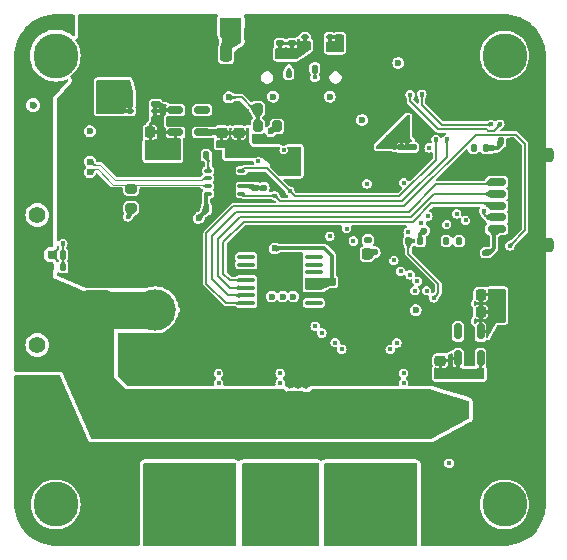
<source format=gbl>
%TF.GenerationSoftware,KiCad,Pcbnew,8.0.7*%
%TF.CreationDate,2025-10-10T17:09:57-07:00*%
%TF.ProjectId,CurlDrive-2,4375726c-4472-4697-9665-2d322e6b6963,rev?*%
%TF.SameCoordinates,Original*%
%TF.FileFunction,Copper,L6,Bot*%
%TF.FilePolarity,Positive*%
%FSLAX46Y46*%
G04 Gerber Fmt 4.6, Leading zero omitted, Abs format (unit mm)*
G04 Created by KiCad (PCBNEW 8.0.7) date 2025-10-10 17:09:57*
%MOMM*%
%LPD*%
G01*
G04 APERTURE LIST*
G04 Aperture macros list*
%AMRoundRect*
0 Rectangle with rounded corners*
0 $1 Rounding radius*
0 $2 $3 $4 $5 $6 $7 $8 $9 X,Y pos of 4 corners*
0 Add a 4 corners polygon primitive as box body*
4,1,4,$2,$3,$4,$5,$6,$7,$8,$9,$2,$3,0*
0 Add four circle primitives for the rounded corners*
1,1,$1+$1,$2,$3*
1,1,$1+$1,$4,$5*
1,1,$1+$1,$6,$7*
1,1,$1+$1,$8,$9*
0 Add four rect primitives between the rounded corners*
20,1,$1+$1,$2,$3,$4,$5,0*
20,1,$1+$1,$4,$5,$6,$7,0*
20,1,$1+$1,$6,$7,$8,$9,0*
20,1,$1+$1,$8,$9,$2,$3,0*%
G04 Aperture macros list end*
%TA.AperFunction,ComponentPad*%
%ADD10C,3.800000*%
%TD*%
%TA.AperFunction,ComponentPad*%
%ADD11C,0.550000*%
%TD*%
%TA.AperFunction,ComponentPad*%
%ADD12C,1.800000*%
%TD*%
%TA.AperFunction,ComponentPad*%
%ADD13RoundRect,0.675000X1.575000X-1.575000X1.575000X1.575000X-1.575000X1.575000X-1.575000X-1.575000X0*%
%TD*%
%TA.AperFunction,ComponentPad*%
%ADD14C,1.400000*%
%TD*%
%TA.AperFunction,ComponentPad*%
%ADD15RoundRect,0.770000X0.980000X-0.980000X0.980000X0.980000X-0.980000X0.980000X-0.980000X-0.980000X0*%
%TD*%
%TA.AperFunction,ComponentPad*%
%ADD16C,3.500000*%
%TD*%
%TA.AperFunction,ComponentPad*%
%ADD17O,1.000000X2.100000*%
%TD*%
%TA.AperFunction,ComponentPad*%
%ADD18O,1.000000X1.800000*%
%TD*%
%TA.AperFunction,HeatsinkPad*%
%ADD19C,0.499999*%
%TD*%
%TA.AperFunction,SMDPad,CuDef*%
%ADD20RoundRect,0.225000X0.250000X-0.225000X0.250000X0.225000X-0.250000X0.225000X-0.250000X-0.225000X0*%
%TD*%
%TA.AperFunction,SMDPad,CuDef*%
%ADD21RoundRect,0.112500X0.187500X0.112500X-0.187500X0.112500X-0.187500X-0.112500X0.187500X-0.112500X0*%
%TD*%
%TA.AperFunction,SMDPad,CuDef*%
%ADD22RoundRect,0.135000X-0.135000X-0.185000X0.135000X-0.185000X0.135000X0.185000X-0.135000X0.185000X0*%
%TD*%
%TA.AperFunction,SMDPad,CuDef*%
%ADD23RoundRect,0.225000X0.225000X0.250000X-0.225000X0.250000X-0.225000X-0.250000X0.225000X-0.250000X0*%
%TD*%
%TA.AperFunction,SMDPad,CuDef*%
%ADD24RoundRect,0.140000X-0.140000X-0.170000X0.140000X-0.170000X0.140000X0.170000X-0.140000X0.170000X0*%
%TD*%
%TA.AperFunction,SMDPad,CuDef*%
%ADD25RoundRect,0.140000X0.170000X-0.140000X0.170000X0.140000X-0.170000X0.140000X-0.170000X-0.140000X0*%
%TD*%
%TA.AperFunction,SMDPad,CuDef*%
%ADD26RoundRect,0.250000X-0.650000X0.325000X-0.650000X-0.325000X0.650000X-0.325000X0.650000X0.325000X0*%
%TD*%
%TA.AperFunction,SMDPad,CuDef*%
%ADD27RoundRect,0.100000X-0.637500X-0.100000X0.637500X-0.100000X0.637500X0.100000X-0.637500X0.100000X0*%
%TD*%
%TA.AperFunction,SMDPad,CuDef*%
%ADD28RoundRect,0.150000X-0.625000X0.150000X-0.625000X-0.150000X0.625000X-0.150000X0.625000X0.150000X0*%
%TD*%
%TA.AperFunction,SMDPad,CuDef*%
%ADD29RoundRect,0.250000X-0.650000X0.350000X-0.650000X-0.350000X0.650000X-0.350000X0.650000X0.350000X0*%
%TD*%
%TA.AperFunction,SMDPad,CuDef*%
%ADD30RoundRect,0.140000X-0.170000X0.140000X-0.170000X-0.140000X0.170000X-0.140000X0.170000X0.140000X0*%
%TD*%
%TA.AperFunction,SMDPad,CuDef*%
%ADD31RoundRect,0.135000X0.135000X0.185000X-0.135000X0.185000X-0.135000X-0.185000X0.135000X-0.185000X0*%
%TD*%
%TA.AperFunction,SMDPad,CuDef*%
%ADD32RoundRect,0.150000X0.150000X-0.512500X0.150000X0.512500X-0.150000X0.512500X-0.150000X-0.512500X0*%
%TD*%
%TA.AperFunction,SMDPad,CuDef*%
%ADD33RoundRect,0.200000X-0.200000X-0.275000X0.200000X-0.275000X0.200000X0.275000X-0.200000X0.275000X0*%
%TD*%
%TA.AperFunction,SMDPad,CuDef*%
%ADD34RoundRect,0.200000X0.200000X0.275000X-0.200000X0.275000X-0.200000X-0.275000X0.200000X-0.275000X0*%
%TD*%
%TA.AperFunction,SMDPad,CuDef*%
%ADD35RoundRect,0.200000X-0.275000X0.200000X-0.275000X-0.200000X0.275000X-0.200000X0.275000X0.200000X0*%
%TD*%
%TA.AperFunction,SMDPad,CuDef*%
%ADD36RoundRect,0.250000X0.250000X0.475000X-0.250000X0.475000X-0.250000X-0.475000X0.250000X-0.475000X0*%
%TD*%
%TA.AperFunction,SMDPad,CuDef*%
%ADD37RoundRect,0.250000X-0.900000X1.000000X-0.900000X-1.000000X0.900000X-1.000000X0.900000X1.000000X0*%
%TD*%
%TA.AperFunction,SMDPad,CuDef*%
%ADD38RoundRect,0.075000X0.225000X0.075000X-0.225000X0.075000X-0.225000X-0.075000X0.225000X-0.075000X0*%
%TD*%
%TA.AperFunction,ComponentPad*%
%ADD39C,0.500000*%
%TD*%
%TA.AperFunction,HeatsinkPad*%
%ADD40RoundRect,0.080000X0.720000X1.120000X-0.720000X1.120000X-0.720000X-1.120000X0.720000X-1.120000X0*%
%TD*%
%TA.AperFunction,SMDPad,CuDef*%
%ADD41RoundRect,0.140000X0.140000X0.170000X-0.140000X0.170000X-0.140000X-0.170000X0.140000X-0.170000X0*%
%TD*%
%TA.AperFunction,SMDPad,CuDef*%
%ADD42RoundRect,0.150000X-0.512500X-0.150000X0.512500X-0.150000X0.512500X0.150000X-0.512500X0.150000X0*%
%TD*%
%TA.AperFunction,ViaPad*%
%ADD43C,0.600000*%
%TD*%
%TA.AperFunction,ViaPad*%
%ADD44C,0.400000*%
%TD*%
%TA.AperFunction,Conductor*%
%ADD45C,0.150000*%
%TD*%
%TA.AperFunction,Conductor*%
%ADD46C,0.300000*%
%TD*%
%TA.AperFunction,Conductor*%
%ADD47C,0.600000*%
%TD*%
%TA.AperFunction,Conductor*%
%ADD48C,0.200000*%
%TD*%
%TA.AperFunction,Conductor*%
%ADD49C,0.400000*%
%TD*%
%TA.AperFunction,Conductor*%
%ADD50C,0.500000*%
%TD*%
%TA.AperFunction,Conductor*%
%ADD51C,0.100000*%
%TD*%
G04 APERTURE END LIST*
D10*
X131000000Y-81000000D03*
X131000000Y-119000000D03*
X169000000Y-119000000D03*
X169000000Y-81000000D03*
D11*
X142500000Y-120475000D03*
X143000000Y-120475000D03*
X143500000Y-120475000D03*
X142500000Y-120075000D03*
X143000000Y-120075000D03*
X143500000Y-120075000D03*
D12*
X141650000Y-119850000D03*
X144350000Y-119850000D03*
D11*
X142500000Y-119675000D03*
X143000000Y-119675000D03*
X143500000Y-119675000D03*
X141025000Y-119000000D03*
X141425000Y-119000000D03*
X141825000Y-119000000D03*
X144175000Y-119000000D03*
X144575000Y-119000000D03*
X144975000Y-119000000D03*
X141025000Y-118500000D03*
X141425000Y-118500000D03*
X141825000Y-118500000D03*
D13*
X143000000Y-118500000D03*
D11*
X144175000Y-118500000D03*
X144575000Y-118500000D03*
X144975000Y-118500000D03*
X141025000Y-118000000D03*
X141425000Y-118000000D03*
X141825000Y-118000000D03*
X144175000Y-118000000D03*
X144575000Y-118000000D03*
X144975000Y-118000000D03*
X142500000Y-117325000D03*
X143000000Y-117325000D03*
X143500000Y-117325000D03*
D12*
X141650000Y-117150000D03*
X144350000Y-117150000D03*
D11*
X142500000Y-116925000D03*
X143000000Y-116925000D03*
X143500000Y-116925000D03*
X142500000Y-116525000D03*
X143000000Y-116525000D03*
X143500000Y-116525000D03*
X156500000Y-120475000D03*
X157000000Y-120475000D03*
X157500000Y-120475000D03*
X156500000Y-120075000D03*
X157000000Y-120075000D03*
X157500000Y-120075000D03*
D12*
X155650000Y-119850000D03*
X158350000Y-119850000D03*
D11*
X156500000Y-119675000D03*
X157000000Y-119675000D03*
X157500000Y-119675000D03*
X155025000Y-119000000D03*
X155425000Y-119000000D03*
X155825000Y-119000000D03*
X158175000Y-119000000D03*
X158575000Y-119000000D03*
X158975000Y-119000000D03*
X155025000Y-118500000D03*
X155425000Y-118500000D03*
X155825000Y-118500000D03*
D13*
X157000000Y-118500000D03*
D11*
X158175000Y-118500000D03*
X158575000Y-118500000D03*
X158975000Y-118500000D03*
X155025000Y-118000000D03*
X155425000Y-118000000D03*
X155825000Y-118000000D03*
X158175000Y-118000000D03*
X158575000Y-118000000D03*
X158975000Y-118000000D03*
X156500000Y-117325000D03*
X157000000Y-117325000D03*
X157500000Y-117325000D03*
D12*
X155650000Y-117150000D03*
X158350000Y-117150000D03*
D11*
X156500000Y-116925000D03*
X157000000Y-116925000D03*
X157500000Y-116925000D03*
X156500000Y-116525000D03*
X157000000Y-116525000D03*
X157500000Y-116525000D03*
D14*
X129437500Y-105500000D03*
X129437500Y-94500000D03*
D15*
X139437500Y-97500000D03*
D16*
X139437500Y-102500000D03*
D17*
X156120000Y-83375000D03*
D18*
X156120000Y-79175000D03*
D17*
X147480000Y-83375000D03*
D18*
X147480000Y-79175000D03*
D19*
X155474999Y-101214999D03*
X155474999Y-102584999D03*
X156614999Y-100074999D03*
X156614999Y-101214999D03*
X156614999Y-102584999D03*
X156614999Y-103724999D03*
X157984999Y-100074999D03*
X157984999Y-101214999D03*
X157984999Y-102584999D03*
X157984999Y-103724999D03*
X159124999Y-101214999D03*
X159124999Y-102584999D03*
D11*
X149500000Y-120475000D03*
X150000000Y-120475000D03*
X150500000Y-120475000D03*
X149500000Y-120075000D03*
X150000000Y-120075000D03*
X150500000Y-120075000D03*
D12*
X148650000Y-119850000D03*
X151350000Y-119850000D03*
D11*
X149500000Y-119675000D03*
X150000000Y-119675000D03*
X150500000Y-119675000D03*
X148025000Y-119000000D03*
X148425000Y-119000000D03*
X148825000Y-119000000D03*
X151175000Y-119000000D03*
X151575000Y-119000000D03*
X151975000Y-119000000D03*
X148025000Y-118500000D03*
X148425000Y-118500000D03*
X148825000Y-118500000D03*
D13*
X150000000Y-118500000D03*
D11*
X151175000Y-118500000D03*
X151575000Y-118500000D03*
X151975000Y-118500000D03*
X148025000Y-118000000D03*
X148425000Y-118000000D03*
X148825000Y-118000000D03*
X151175000Y-118000000D03*
X151575000Y-118000000D03*
X151975000Y-118000000D03*
X149500000Y-117325000D03*
X150000000Y-117325000D03*
X150500000Y-117325000D03*
D12*
X148650000Y-117150000D03*
X151350000Y-117150000D03*
D11*
X149500000Y-116925000D03*
X150000000Y-116925000D03*
X150500000Y-116925000D03*
X149500000Y-116525000D03*
X150000000Y-116525000D03*
X150500000Y-116525000D03*
D20*
X145040000Y-87545000D03*
X145040000Y-85995000D03*
D21*
X154200000Y-79440000D03*
X152100000Y-79440000D03*
D22*
X166375000Y-88800000D03*
X167395000Y-88800000D03*
D23*
X167010000Y-101240000D03*
X165460000Y-101240000D03*
D24*
X165140000Y-96700000D03*
X166100000Y-96700000D03*
D25*
X147850000Y-92180000D03*
X147850000Y-91220000D03*
D26*
X148750000Y-107075000D03*
X148750000Y-110025000D03*
D27*
X147137500Y-101950000D03*
X147137500Y-101300000D03*
X147137500Y-100650000D03*
X147137500Y-100000000D03*
X147137500Y-99350000D03*
X147137500Y-98700000D03*
X147137500Y-98050000D03*
X152862500Y-98050000D03*
X152862500Y-98700000D03*
X152862500Y-99350000D03*
X152862500Y-100000000D03*
X152862500Y-100650000D03*
X152862500Y-101300000D03*
X152862500Y-101950000D03*
D23*
X158925000Y-97775000D03*
X157375000Y-97775000D03*
D28*
X168350000Y-90700000D03*
X168350000Y-91700000D03*
X168350000Y-92700000D03*
X168350000Y-93700000D03*
X168350000Y-94700000D03*
X168350000Y-95700000D03*
D29*
X172225000Y-89400000D03*
X172225000Y-97000000D03*
D30*
X160275000Y-88750000D03*
X160275000Y-89710000D03*
D25*
X154400000Y-101180000D03*
X154400000Y-100220000D03*
D31*
X153960000Y-82100000D03*
X152940000Y-82100000D03*
D23*
X139005000Y-87480000D03*
X137455000Y-87480000D03*
D31*
X150735000Y-82550000D03*
X149715000Y-82550000D03*
D22*
X143740000Y-89425000D03*
X144760000Y-89425000D03*
D26*
X146250000Y-107075000D03*
X146250000Y-110025000D03*
D25*
X150000000Y-79960000D03*
X150000000Y-79000000D03*
D32*
X166970000Y-106627500D03*
X166020000Y-106627500D03*
X165070000Y-106627500D03*
X165070000Y-104352500D03*
X166970000Y-104352500D03*
D31*
X161880000Y-96700000D03*
X160860000Y-96700000D03*
D20*
X163575000Y-106825000D03*
X163575000Y-105275000D03*
D33*
X148100000Y-87000000D03*
X149750000Y-87000000D03*
D34*
X149755000Y-85520000D03*
X148105000Y-85520000D03*
D22*
X130590000Y-97850000D03*
X131610000Y-97850000D03*
D25*
X167425000Y-97680000D03*
X167425000Y-96720000D03*
D31*
X131610000Y-98900000D03*
X130590000Y-98900000D03*
D30*
X161250000Y-88750000D03*
X161250000Y-89710000D03*
D24*
X168670000Y-88250000D03*
X169630000Y-88250000D03*
D35*
X137400000Y-92275000D03*
X137400000Y-93925000D03*
D25*
X151000000Y-79960000D03*
X151000000Y-79000000D03*
D20*
X146500000Y-87550000D03*
X146500000Y-86000000D03*
D36*
X145430000Y-78835000D03*
X143530000Y-78835000D03*
D25*
X157445000Y-96610000D03*
X157445000Y-95650000D03*
D37*
X134500000Y-97850000D03*
X134500000Y-102150000D03*
D26*
X156250000Y-107075000D03*
X156250000Y-110025000D03*
D21*
X139400000Y-85700000D03*
X137300000Y-85700000D03*
D26*
X153750000Y-107075000D03*
X153750000Y-110025000D03*
X151250000Y-107075000D03*
X151250000Y-110025000D03*
D24*
X143750000Y-94000000D03*
X144710000Y-94000000D03*
D38*
X146725000Y-90737500D03*
X146725000Y-91387500D03*
D39*
X145875000Y-91712500D03*
X145325000Y-92662500D03*
D40*
X145325000Y-91712500D03*
D39*
X145325000Y-90762500D03*
X144775000Y-91712500D03*
D38*
X146725000Y-92037500D03*
X146725000Y-92687500D03*
X143925000Y-92687500D03*
X143925000Y-92037500D03*
X143925000Y-91387500D03*
X143925000Y-90737500D03*
D41*
X164065000Y-96700000D03*
X163105000Y-96700000D03*
D26*
X143750000Y-107075000D03*
X143750000Y-110025000D03*
D23*
X167010000Y-102700000D03*
X165460000Y-102700000D03*
D42*
X141122500Y-87505000D03*
X141122500Y-86555000D03*
X141122500Y-85605000D03*
X143397500Y-85605000D03*
X143397500Y-87505000D03*
D36*
X145430000Y-80810000D03*
X143530000Y-80810000D03*
D43*
X141050000Y-84625000D03*
X168040000Y-100275000D03*
X158950000Y-97750000D03*
X138000000Y-100000000D03*
D44*
X153450000Y-106725000D03*
D43*
X133200000Y-78000000D03*
D44*
X165025000Y-103050000D03*
D43*
X136650000Y-97975000D03*
X146750000Y-105850000D03*
X137650000Y-107250000D03*
X163100000Y-95975000D03*
D44*
X147000000Y-105050000D03*
X150000000Y-103650000D03*
X143250000Y-107950000D03*
D43*
X136050000Y-78800000D03*
X162100000Y-89300000D03*
D44*
X145550000Y-103650000D03*
D43*
X137650000Y-104900000D03*
D44*
X165560000Y-101240000D03*
D43*
X170650000Y-110650000D03*
D44*
X145550000Y-105050000D03*
D43*
X162400000Y-105900000D03*
X139300000Y-107200000D03*
X130200000Y-111350000D03*
X134150000Y-78000000D03*
X166000000Y-105600000D03*
D44*
X163700000Y-99450000D03*
X160575000Y-105725000D03*
D43*
X139400000Y-92675000D03*
X128850000Y-112400000D03*
X144250000Y-94750000D03*
D44*
X153960000Y-82800000D03*
D43*
X137875000Y-82925000D03*
X129350000Y-110650000D03*
X141050000Y-82900000D03*
X149300000Y-106800000D03*
X137400000Y-90775000D03*
X168350000Y-90700000D03*
D44*
X162500000Y-117300000D03*
X164650000Y-100500000D03*
D43*
X134150000Y-79575000D03*
X171250000Y-109600000D03*
X136650000Y-96962500D03*
D44*
X148500000Y-103650000D03*
X149720000Y-82270000D03*
D43*
X149250000Y-85400000D03*
X142500000Y-78800000D03*
X162400000Y-106800000D03*
X148450000Y-87950000D03*
D44*
X151500000Y-109000000D03*
D43*
X135100000Y-78800000D03*
X129100000Y-85200000D03*
D44*
X150800000Y-109000000D03*
X144700000Y-105850000D03*
D43*
X136800000Y-82150000D03*
X140275000Y-83750000D03*
X169800000Y-111350000D03*
D44*
X159550000Y-108700000D03*
X151500000Y-105050000D03*
D43*
X142500000Y-80450000D03*
X169800000Y-110650000D03*
X137650000Y-106050000D03*
X171250000Y-112400000D03*
X168950000Y-111350000D03*
D44*
X144100000Y-104500000D03*
D43*
X145550000Y-105850000D03*
X145850000Y-98950000D03*
X133200000Y-78800000D03*
X166775000Y-96700000D03*
X154925000Y-89200000D03*
X137700000Y-88450000D03*
X136650000Y-98987500D03*
X139400000Y-90750000D03*
X140550000Y-104800000D03*
D44*
X153000000Y-105050000D03*
D43*
X139475000Y-82925000D03*
X136650000Y-95950000D03*
X141750000Y-100000000D03*
X131050000Y-110650000D03*
X129350000Y-111350000D03*
X142600000Y-92650000D03*
X133200000Y-79575000D03*
X144900000Y-106800000D03*
X161550000Y-105850000D03*
D44*
X159100000Y-107900000D03*
D43*
X160575000Y-106825000D03*
X140500000Y-100000000D03*
X128850000Y-109600000D03*
X160800000Y-89710000D03*
X156025000Y-92150000D03*
X139300000Y-106000000D03*
X130200000Y-110650000D03*
X135100000Y-78000000D03*
X163000000Y-102300000D03*
X142250000Y-102000000D03*
X165200000Y-99750000D03*
X141000000Y-92675000D03*
D44*
X151500000Y-103650000D03*
X153750000Y-105250000D03*
D43*
X148300000Y-106800000D03*
X137650000Y-108500000D03*
D44*
X164350000Y-104050000D03*
D43*
X155750000Y-86450000D03*
D44*
X159100000Y-106750000D03*
D43*
X170650000Y-111350000D03*
X145850000Y-106800000D03*
X141750000Y-101000000D03*
X143925000Y-80550000D03*
X153700000Y-89200000D03*
X131050000Y-111350000D03*
D44*
X143750000Y-108750000D03*
D43*
X141000000Y-90750000D03*
D44*
X165560000Y-102700000D03*
X165025000Y-102150000D03*
D43*
X141800000Y-103200000D03*
X139250000Y-100000000D03*
X140275000Y-82925000D03*
X139300000Y-104900000D03*
X157445000Y-95650000D03*
X142500000Y-78000000D03*
D44*
X154350000Y-106725000D03*
D43*
X136050000Y-78000000D03*
D44*
X155400000Y-106725000D03*
X152200000Y-109000000D03*
D43*
X168950000Y-110650000D03*
X138675000Y-82925000D03*
X135100000Y-79550000D03*
X141050000Y-83725000D03*
D44*
X130950000Y-97850000D03*
D43*
X139300000Y-108500000D03*
X156150000Y-89200000D03*
X142600000Y-90725000D03*
X157400000Y-89200000D03*
D44*
X148500000Y-105050000D03*
X150000000Y-105050000D03*
D43*
X143525000Y-78840000D03*
X161550000Y-106825000D03*
X152350000Y-91800000D03*
D44*
X143250000Y-105850000D03*
D43*
X141950000Y-86555000D03*
X136650000Y-100000000D03*
X152350000Y-87350000D03*
X150625000Y-98800000D03*
X163000000Y-81600000D03*
X148550000Y-98975000D03*
X148550000Y-98300000D03*
X171200000Y-103825000D03*
X140275000Y-84650000D03*
D44*
X147000000Y-103650000D03*
D43*
X134150000Y-78800000D03*
D44*
X143250000Y-106900000D03*
D43*
X144700000Y-83700000D03*
X160600000Y-104900000D03*
X145775000Y-86000000D03*
D44*
X165025000Y-101240000D03*
D43*
X142500000Y-79600000D03*
X161550000Y-104900000D03*
X148600000Y-91200000D03*
X157450000Y-96650000D03*
X149525000Y-97325000D03*
X149250000Y-89850000D03*
X159200000Y-88000000D03*
X151300000Y-89200000D03*
X160200000Y-87100000D03*
X143100000Y-94750000D03*
X151300000Y-90000000D03*
X167900000Y-88800000D03*
X162200000Y-95825000D03*
X160800000Y-88750000D03*
X160000000Y-81625000D03*
X168100000Y-95850000D03*
X151300000Y-90800000D03*
X150208333Y-101400000D03*
X165050000Y-110650000D03*
X151150000Y-111200000D03*
X135900000Y-110650000D03*
X130350000Y-103600000D03*
X132050000Y-103600000D03*
X132900000Y-105300000D03*
X146300000Y-78200000D03*
X156000000Y-112050000D03*
X131200000Y-105300000D03*
X130350000Y-101900000D03*
X140000000Y-111200000D03*
X152850000Y-111200000D03*
X152000000Y-112050000D03*
X140000000Y-112950000D03*
X132900000Y-107050000D03*
X156000000Y-111200000D03*
X149300000Y-101400000D03*
X139150000Y-111200000D03*
X164200000Y-111350000D03*
X155150000Y-112050000D03*
X151150000Y-112050000D03*
X155150000Y-112950000D03*
X146300000Y-79000000D03*
X140850000Y-112950000D03*
X128600000Y-101900000D03*
X140850000Y-112050000D03*
X135050000Y-110650000D03*
X136750000Y-111350000D03*
X163350000Y-111350000D03*
X151116666Y-101400000D03*
X135050000Y-111350000D03*
X146300000Y-79800000D03*
X163350000Y-110650000D03*
X140000000Y-112050000D03*
X136750000Y-110650000D03*
X155150000Y-111200000D03*
X152000000Y-111200000D03*
X164200000Y-110650000D03*
X156850000Y-112950000D03*
X152850000Y-112950000D03*
X156850000Y-111200000D03*
X128600000Y-103600000D03*
X140850000Y-111200000D03*
X152850000Y-112050000D03*
X131200000Y-107050000D03*
X132050000Y-101900000D03*
X139150000Y-112950000D03*
X152000000Y-112950000D03*
X156850000Y-112050000D03*
X165050000Y-111350000D03*
X151150000Y-112950000D03*
X156000000Y-112950000D03*
X139150000Y-112050000D03*
X135900000Y-111350000D03*
D44*
X150290000Y-89000000D03*
X157350000Y-91850000D03*
D43*
X151000000Y-80950000D03*
X152100000Y-80350000D03*
X156950000Y-86450000D03*
X150000000Y-80950000D03*
X154200000Y-84475000D03*
X149400000Y-84475000D03*
X133900000Y-87400000D03*
X139400000Y-89500000D03*
X163525000Y-107900000D03*
X148600000Y-92200000D03*
X155000000Y-80350000D03*
X165150000Y-107900000D03*
X154300000Y-80350000D03*
X164325000Y-107900000D03*
X141000000Y-89500000D03*
X140200000Y-89500000D03*
X168800000Y-101725000D03*
X161470000Y-102550000D03*
X168800000Y-102750000D03*
X135400000Y-83450000D03*
X134900000Y-84250000D03*
X149200000Y-87400000D03*
X136000000Y-84250000D03*
D44*
X165200000Y-96700000D03*
X131600000Y-96900000D03*
X164065000Y-96700000D03*
X164300000Y-115500000D03*
D43*
X158000000Y-97650000D03*
D44*
X152950000Y-82825000D03*
X150735000Y-82275000D03*
X161000000Y-84300000D03*
X168600000Y-86800000D03*
X167870000Y-86825000D03*
X162000000Y-84275000D03*
X168350000Y-91700000D03*
X168900000Y-93700000D03*
X168650000Y-92650000D03*
D43*
X133900000Y-90875000D03*
X133900000Y-89975000D03*
D44*
X152967157Y-103917157D03*
X144783112Y-108700000D03*
X144783112Y-107900000D03*
X153532843Y-104482843D03*
X150000000Y-108700000D03*
X155232843Y-105855843D03*
X154667157Y-105290157D03*
X150000000Y-107900000D03*
X160447259Y-108687000D03*
X159314970Y-105880798D03*
X159880656Y-105315112D03*
X160447259Y-107887000D03*
X148150000Y-89950000D03*
X162625000Y-88800000D03*
X137100000Y-94650000D03*
D43*
X145650000Y-84537500D03*
D44*
X161250000Y-96700000D03*
X163000000Y-101500000D03*
X162400000Y-100900000D03*
X165700000Y-94950000D03*
X166375000Y-88800000D03*
X164950000Y-94400000D03*
X161400000Y-100900000D03*
X164100000Y-95300000D03*
X161600000Y-100100000D03*
X160850000Y-95950000D03*
X161000000Y-99550000D03*
X162500000Y-94600000D03*
X159633009Y-98337099D03*
X161950000Y-95150000D03*
X160200000Y-99250000D03*
X169450000Y-97100000D03*
X160450000Y-91750000D03*
X156200000Y-96700000D03*
X154200000Y-96300000D03*
X155625000Y-95650000D03*
X163200000Y-88100000D03*
X150820868Y-92479132D03*
X149550000Y-92850000D03*
X164100000Y-88100000D03*
X167250000Y-94150000D03*
D45*
X161670000Y-89710000D02*
X161250000Y-89710000D01*
D46*
X146250000Y-99350000D02*
X145850000Y-98950000D01*
D47*
X145045000Y-86000000D02*
X145040000Y-85995000D01*
D46*
X144710000Y-92327500D02*
X145325000Y-91712500D01*
X147850000Y-91220000D02*
X148580000Y-91220000D01*
D48*
X149715000Y-82550000D02*
X149715000Y-82025000D01*
D47*
X146500000Y-86000000D02*
X145775000Y-86000000D01*
D46*
X147850000Y-91220000D02*
X147682500Y-91387500D01*
X154434999Y-101214999D02*
X154400000Y-101180000D01*
D45*
X162070000Y-89310000D02*
X161670000Y-89710000D01*
D46*
X144760000Y-89425000D02*
X144760000Y-91147500D01*
D48*
X149715000Y-82025000D02*
X149720000Y-82020000D01*
D46*
X163105000Y-95980000D02*
X163100000Y-95975000D01*
X166020000Y-105620000D02*
X166020000Y-106627500D01*
X165560000Y-102700000D02*
X165560000Y-101975000D01*
X166100000Y-105600000D02*
X166120000Y-105620000D01*
D47*
X143530000Y-80810000D02*
X143665000Y-80810000D01*
D46*
X165560000Y-101975000D02*
X165560000Y-101240000D01*
D48*
X149370000Y-85520000D02*
X149755000Y-85520000D01*
D46*
X155474999Y-101214999D02*
X154434999Y-101214999D01*
X144760000Y-91147500D02*
X145325000Y-91712500D01*
D45*
X160275000Y-89710000D02*
X160800000Y-89710000D01*
D46*
X147682500Y-91387500D02*
X146725000Y-91387500D01*
X168350000Y-90700000D02*
X169025000Y-90700000D01*
D45*
X161250000Y-89710000D02*
X160800000Y-89710000D01*
X130590000Y-97850000D02*
X130950000Y-97850000D01*
D46*
X144710000Y-94290000D02*
X144710000Y-94000000D01*
X144710000Y-94000000D02*
X144710000Y-92327500D01*
X144250000Y-94750000D02*
X144710000Y-94290000D01*
X154400000Y-101180000D02*
X154280000Y-101300000D01*
X156580000Y-101180000D02*
X156614999Y-101214999D01*
X145650000Y-91387500D02*
X145325000Y-91712500D01*
X154280000Y-101300000D02*
X152862500Y-101300000D01*
D47*
X143530000Y-78835000D02*
X143530000Y-80810000D01*
D46*
X167400000Y-96700000D02*
X166775000Y-96700000D01*
X146725000Y-91387500D02*
X145650000Y-91387500D01*
X148580000Y-91220000D02*
X148600000Y-91200000D01*
D49*
X137700000Y-88450000D02*
X137455000Y-88205000D01*
D46*
X169025000Y-90700000D02*
X169630000Y-90095000D01*
X163105000Y-96700000D02*
X163105000Y-95980000D01*
D49*
X141950000Y-86555000D02*
X141122500Y-86555000D01*
D46*
X169630000Y-90095000D02*
X169630000Y-88250000D01*
D49*
X137455000Y-88205000D02*
X137455000Y-87480000D01*
D48*
X149250000Y-85400000D02*
X149370000Y-85520000D01*
D47*
X145775000Y-86000000D02*
X145045000Y-86000000D01*
D46*
X147137500Y-99350000D02*
X146250000Y-99350000D01*
X153960000Y-82800000D02*
X153960000Y-82100000D01*
D47*
X143665000Y-80810000D02*
X143925000Y-80550000D01*
D46*
X166775000Y-96700000D02*
X166100000Y-96700000D01*
X149525000Y-97325000D02*
X149550000Y-97300000D01*
X167395000Y-88800000D02*
X167975000Y-88800000D01*
X143750000Y-94000000D02*
X143750000Y-92862500D01*
X168250000Y-95700000D02*
X168350000Y-95700000D01*
X143100000Y-94750000D02*
X143750000Y-94100000D01*
X143750000Y-94100000D02*
X143750000Y-94000000D01*
D50*
X145000000Y-87505000D02*
X145040000Y-87545000D01*
D46*
X167900000Y-88800000D02*
X168450000Y-88800000D01*
X161880000Y-96145000D02*
X162200000Y-95825000D01*
X167900000Y-88800000D02*
X167395000Y-88800000D01*
X168100000Y-95850000D02*
X168250000Y-95700000D01*
X168100000Y-95850000D02*
X168100000Y-97314999D01*
X154400000Y-97950000D02*
X154400000Y-100220000D01*
X168670000Y-88580000D02*
X168670000Y-88250000D01*
X168100000Y-97314999D02*
X167734999Y-97680000D01*
D45*
X161250000Y-88750000D02*
X160800000Y-88750000D01*
D50*
X143397500Y-87505000D02*
X145000000Y-87505000D01*
D45*
X160275000Y-88750000D02*
X160800000Y-88750000D01*
D46*
X168450000Y-88800000D02*
X168670000Y-88580000D01*
X143750000Y-92862500D02*
X143925000Y-92687500D01*
X167734999Y-97680000D02*
X167425000Y-97680000D01*
X161880000Y-96700000D02*
X161880000Y-96145000D01*
X153750000Y-97300000D02*
X154400000Y-97950000D01*
X149550000Y-97300000D02*
X153750000Y-97300000D01*
D47*
X134850000Y-102500000D02*
X134500000Y-102150000D01*
X139437500Y-102500000D02*
X134850000Y-102500000D01*
X145430000Y-79800000D02*
X145430000Y-78835000D01*
X145430000Y-80810000D02*
X145430000Y-79800000D01*
X145430000Y-79800000D02*
X146300000Y-79800000D01*
D46*
X152100000Y-80100000D02*
X152100000Y-79440000D01*
X150000000Y-80700000D02*
X150000000Y-79960000D01*
X151000000Y-80700000D02*
X151000000Y-79960000D01*
X146725000Y-92037500D02*
X147707500Y-92037500D01*
X148580000Y-92180000D02*
X148600000Y-92200000D01*
X147707500Y-92037500D02*
X147850000Y-92180000D01*
X147850000Y-92180000D02*
X148580000Y-92180000D01*
D48*
X149750000Y-87000000D02*
X149600000Y-87000000D01*
X149600000Y-87000000D02*
X149200000Y-87400000D01*
D45*
X131600000Y-96900000D02*
X131600000Y-97840000D01*
X131610000Y-98900000D02*
X131610000Y-97850000D01*
X131600000Y-97840000D02*
X131610000Y-97850000D01*
D48*
X158000000Y-97650000D02*
X157500000Y-97650000D01*
X157500000Y-97650000D02*
X157375000Y-97775000D01*
D45*
X152950000Y-82825000D02*
X152950000Y-82110000D01*
X152950000Y-82110000D02*
X152940000Y-82100000D01*
X150735000Y-82025000D02*
X150735000Y-82550000D01*
X168600000Y-86879889D02*
X168099889Y-87380000D01*
X163375000Y-87250000D02*
X161000000Y-84875000D01*
X168099889Y-87380000D02*
X167640111Y-87380000D01*
X167510111Y-87250000D02*
X163375000Y-87250000D01*
X161000000Y-84875000D02*
X161000000Y-84300000D01*
X167640111Y-87380000D02*
X167510111Y-87250000D01*
X168600000Y-86800000D02*
X168600000Y-86879889D01*
X163700000Y-86850000D02*
X162000000Y-85150000D01*
X167845000Y-86850000D02*
X163700000Y-86850000D01*
X162000000Y-85150000D02*
X162000000Y-84275000D01*
X167870000Y-86825000D02*
X167845000Y-86850000D01*
X145600000Y-101300000D02*
X147137500Y-101300000D01*
X168350000Y-91700000D02*
X168150000Y-91900000D01*
X146291738Y-94200000D02*
X144250000Y-96241738D01*
X144250000Y-96241738D02*
X144250000Y-99950000D01*
X160900000Y-94200000D02*
X146291738Y-94200000D01*
X144250000Y-99950000D02*
X145600000Y-101300000D01*
X168150000Y-91900000D02*
X163200000Y-91900000D01*
X163200000Y-91900000D02*
X160900000Y-94200000D01*
X168700000Y-93500000D02*
X162815111Y-93500000D01*
X161215111Y-95100000D02*
X157795780Y-95100000D01*
X155854889Y-95095000D02*
X146905000Y-95095000D01*
X162815111Y-93500000D02*
X161215111Y-95100000D01*
X145200000Y-96800000D02*
X145200000Y-99450000D01*
X145750000Y-100000000D02*
X147137500Y-100000000D01*
X157099220Y-95095000D02*
X157094220Y-95100000D01*
X157094220Y-95100000D02*
X155859889Y-95100000D01*
X155859889Y-95100000D02*
X155854889Y-95095000D01*
X145200000Y-99450000D02*
X145750000Y-100000000D01*
X157790780Y-95095000D02*
X157099220Y-95095000D01*
X146905000Y-95095000D02*
X145200000Y-96800000D01*
X157795780Y-95100000D02*
X157790780Y-95095000D01*
X168900000Y-93700000D02*
X168700000Y-93500000D01*
X163000000Y-92700000D02*
X161050000Y-94650000D01*
X168650000Y-92650000D02*
X168600000Y-92700000D01*
X144750000Y-99650000D02*
X145750000Y-100650000D01*
X168600000Y-92700000D02*
X163000000Y-92700000D01*
X145750000Y-100650000D02*
X147137500Y-100650000D01*
X161050000Y-94650000D02*
X146600000Y-94650000D01*
X146600000Y-94650000D02*
X144750000Y-96500000D01*
X144750000Y-96500000D02*
X144750000Y-99650000D01*
D51*
X143349999Y-91912500D02*
X143474999Y-92037500D01*
X143474999Y-92037500D02*
X143925000Y-92037500D01*
X133900000Y-90875000D02*
X134150000Y-90625000D01*
X134150000Y-90625000D02*
X134542156Y-90625000D01*
X135829656Y-91912500D02*
X143349999Y-91912500D01*
X134542156Y-90625000D02*
X135829656Y-91912500D01*
X135995344Y-91512500D02*
X143349999Y-91512500D01*
X143349999Y-91512500D02*
X143474999Y-91387500D01*
X134150000Y-90225000D02*
X134707844Y-90225000D01*
X133900000Y-89975000D02*
X134150000Y-90225000D01*
X134707844Y-90225000D02*
X135995344Y-91512500D01*
X143474999Y-91387500D02*
X143925000Y-91387500D01*
D46*
X137400000Y-94350000D02*
X137100000Y-94650000D01*
X137400000Y-93925000D02*
X137400000Y-94350000D01*
D48*
X146737500Y-84537500D02*
X147720000Y-85520000D01*
X145650000Y-84537500D02*
X146737500Y-84537500D01*
X148100000Y-87000000D02*
X148100000Y-85525000D01*
X148100000Y-85525000D02*
X148105000Y-85520000D01*
X147720000Y-85520000D02*
X148105000Y-85520000D01*
D45*
X163400000Y-100300000D02*
X160860000Y-97760000D01*
X160860000Y-97760000D02*
X160860000Y-96700000D01*
X163400000Y-101100000D02*
X163400000Y-100300000D01*
X163000000Y-101500000D02*
X163400000Y-101100000D01*
X161250000Y-96700000D02*
X160860000Y-96700000D01*
X143750000Y-100300000D02*
X145400000Y-101950000D01*
X170750000Y-88450000D02*
X170000000Y-87700000D01*
X146050000Y-93750000D02*
X143750000Y-96050000D01*
X169450000Y-97100000D02*
X170750000Y-95800000D01*
X166571432Y-87700000D02*
X160521432Y-93750000D01*
X145400000Y-101950000D02*
X147137500Y-101950000D01*
X160521432Y-93750000D02*
X146050000Y-93750000D01*
X143750000Y-96050000D02*
X143750000Y-100300000D01*
X170750000Y-95800000D02*
X170750000Y-88450000D01*
X170000000Y-87700000D02*
X166571432Y-87700000D01*
D48*
X143925000Y-90737500D02*
X143925000Y-89610000D01*
X143925000Y-89610000D02*
X143740000Y-89425000D01*
D45*
X146725000Y-90737500D02*
X146725000Y-90725000D01*
X160100000Y-92900000D02*
X151241737Y-92900000D01*
X163200000Y-88100000D02*
X163200000Y-89800000D01*
X151241737Y-92900000D02*
X148891737Y-90550000D01*
X146912500Y-90550000D02*
X146725000Y-90737500D01*
X148891737Y-90550000D02*
X146912500Y-90550000D01*
X163200000Y-89800000D02*
X160100000Y-92900000D01*
X164100000Y-88100000D02*
X164100000Y-89550000D01*
X149550000Y-92850000D02*
X146887500Y-92850000D01*
X164100000Y-89550000D02*
X160350000Y-93300000D01*
X146887500Y-92850000D02*
X146725000Y-92687500D01*
X160350000Y-93300000D02*
X150000000Y-93300000D01*
X150000000Y-93300000D02*
X149550000Y-92850000D01*
X167250000Y-94150000D02*
X167250000Y-94450000D01*
X167250000Y-94450000D02*
X167500000Y-94700000D01*
X167500000Y-94700000D02*
X168350000Y-94700000D01*
%TA.AperFunction,Conductor*%
G36*
X144679132Y-77518907D02*
G01*
X144715096Y-77568407D01*
X144715096Y-77629593D01*
X144707871Y-77646372D01*
X144653360Y-77746401D01*
X144653359Y-77746403D01*
X144634451Y-77804595D01*
X144619500Y-77898996D01*
X144619500Y-79073230D01*
X144619501Y-79073247D01*
X144630087Y-79152962D01*
X144630087Y-79152964D01*
X144643573Y-79202847D01*
X144655646Y-79231718D01*
X144674601Y-79277050D01*
X144718465Y-79352247D01*
X144719258Y-79353606D01*
X144730600Y-79388915D01*
X144731068Y-79388813D01*
X144732130Y-79393678D01*
X144732309Y-79394233D01*
X144732351Y-79394690D01*
X144732354Y-79394700D01*
X144777207Y-79522883D01*
X144780675Y-79529445D01*
X144778627Y-79530527D01*
X144794497Y-79578141D01*
X144794500Y-79578890D01*
X144794500Y-80038599D01*
X144790173Y-80067547D01*
X144789977Y-80068188D01*
X144789073Y-80070996D01*
X144756502Y-80167168D01*
X144756501Y-80167173D01*
X144749986Y-80191058D01*
X144749413Y-80193800D01*
X144749409Y-80193820D01*
X144749407Y-80193832D01*
X144748069Y-80201438D01*
X144744013Y-80216978D01*
X144732353Y-80250303D01*
X144729500Y-80280725D01*
X144729500Y-81339274D01*
X144732353Y-81369694D01*
X144732355Y-81369703D01*
X144777207Y-81497883D01*
X144857845Y-81607144D01*
X144857847Y-81607146D01*
X144857850Y-81607150D01*
X144857853Y-81607152D01*
X144857855Y-81607154D01*
X144967116Y-81687792D01*
X144967117Y-81687792D01*
X144967118Y-81687793D01*
X145095301Y-81732646D01*
X145125725Y-81735499D01*
X145125727Y-81735500D01*
X145125734Y-81735500D01*
X145734273Y-81735500D01*
X145734273Y-81735499D01*
X145764699Y-81732646D01*
X145892882Y-81687793D01*
X146002150Y-81607150D01*
X146082793Y-81497882D01*
X146127646Y-81369699D01*
X146130499Y-81339273D01*
X146130500Y-81339273D01*
X146130500Y-80666480D01*
X146149407Y-80608289D01*
X146174585Y-80584107D01*
X146349667Y-80467386D01*
X149394500Y-80467386D01*
X149394500Y-80467390D01*
X149394500Y-81201000D01*
X149397030Y-81233143D01*
X149401883Y-81263793D01*
X149402646Y-81268281D01*
X149402647Y-81268286D01*
X149438591Y-81352382D01*
X149438592Y-81352383D01*
X149474556Y-81401883D01*
X149498797Y-81429628D01*
X149577307Y-81476536D01*
X149635498Y-81495443D01*
X149648198Y-81497454D01*
X149698996Y-81505500D01*
X149699000Y-81505500D01*
X151370024Y-81505500D01*
X151370025Y-81505500D01*
X151429576Y-81496682D01*
X151484491Y-81480055D01*
X151538931Y-81454359D01*
X152220476Y-80999996D01*
X166894592Y-80999996D01*
X166894592Y-81000003D01*
X166914201Y-81286682D01*
X166914202Y-81286686D01*
X166972666Y-81568032D01*
X167068896Y-81838797D01*
X167201099Y-82093936D01*
X167223379Y-82125500D01*
X167364683Y-82325684D01*
X167366811Y-82328698D01*
X167562947Y-82538708D01*
X167785853Y-82720055D01*
X167785859Y-82720059D01*
X167785861Y-82720060D01*
X168031370Y-82869358D01*
X168031382Y-82869365D01*
X168171910Y-82930404D01*
X168294942Y-82983844D01*
X168571642Y-83061371D01*
X168856322Y-83100500D01*
X168856328Y-83100500D01*
X169143672Y-83100500D01*
X169143678Y-83100500D01*
X169428358Y-83061371D01*
X169705058Y-82983844D01*
X169908742Y-82895372D01*
X169968617Y-82869365D01*
X169968620Y-82869362D01*
X169968625Y-82869361D01*
X170214147Y-82720055D01*
X170437053Y-82538708D01*
X170633189Y-82328698D01*
X170798901Y-82093936D01*
X170931104Y-81838797D01*
X171027334Y-81568032D01*
X171085798Y-81286686D01*
X171105408Y-81000000D01*
X171085798Y-80713314D01*
X171027334Y-80431968D01*
X170931104Y-80161203D01*
X170798901Y-79906064D01*
X170633189Y-79671302D01*
X170437053Y-79461292D01*
X170348089Y-79388915D01*
X170214152Y-79279949D01*
X170214151Y-79279948D01*
X170214147Y-79279945D01*
X170214142Y-79279942D01*
X170214138Y-79279939D01*
X169968629Y-79130641D01*
X169968617Y-79130634D01*
X169705063Y-79016158D01*
X169705061Y-79016157D01*
X169705058Y-79016156D01*
X169428358Y-78938629D01*
X169143678Y-78899500D01*
X168856322Y-78899500D01*
X168571642Y-78938629D01*
X168294942Y-79016156D01*
X168294939Y-79016156D01*
X168294936Y-79016158D01*
X168031382Y-79130634D01*
X168031370Y-79130641D01*
X167785861Y-79279939D01*
X167785847Y-79279949D01*
X167562952Y-79461287D01*
X167562951Y-79461288D01*
X167562948Y-79461291D01*
X167562947Y-79461292D01*
X167418599Y-79615851D01*
X167366810Y-79671303D01*
X167366805Y-79671309D01*
X167201098Y-79906065D01*
X167068895Y-80161204D01*
X167010716Y-80324903D01*
X166975030Y-80425318D01*
X166972665Y-80431972D01*
X166914203Y-80713308D01*
X166914201Y-80713317D01*
X166894592Y-80999996D01*
X152220476Y-80999996D01*
X152669906Y-80700376D01*
X152698264Y-80677602D01*
X152723442Y-80653420D01*
X152729628Y-80647220D01*
X152776536Y-80568710D01*
X152795443Y-80510519D01*
X152799465Y-80485118D01*
X152805500Y-80447020D01*
X152805500Y-79913996D01*
X153694500Y-79913996D01*
X153694500Y-79914000D01*
X153694500Y-80601000D01*
X153695074Y-80608289D01*
X153697030Y-80633143D01*
X153701883Y-80663793D01*
X153702646Y-80668281D01*
X153702647Y-80668286D01*
X153738591Y-80752382D01*
X153738592Y-80752383D01*
X153774556Y-80801883D01*
X153798797Y-80829628D01*
X153877307Y-80876536D01*
X153935498Y-80895443D01*
X153947552Y-80897352D01*
X153998996Y-80905500D01*
X153999000Y-80905500D01*
X155275993Y-80905500D01*
X155276000Y-80905500D01*
X155308144Y-80902970D01*
X155338737Y-80898125D01*
X155338748Y-80898123D01*
X155338793Y-80898116D01*
X155343281Y-80897353D01*
X155343280Y-80897353D01*
X155343287Y-80897352D01*
X155427383Y-80861408D01*
X155476883Y-80825444D01*
X155504628Y-80801203D01*
X155551536Y-80722693D01*
X155570443Y-80664502D01*
X155580500Y-80601000D01*
X155580500Y-79299000D01*
X155577970Y-79266856D01*
X155573125Y-79236263D01*
X155573116Y-79236206D01*
X155572353Y-79231718D01*
X155572352Y-79231713D01*
X155536408Y-79147617D01*
X155524074Y-79130641D01*
X155500444Y-79098117D01*
X155476203Y-79070372D01*
X155397693Y-79023464D01*
X155397691Y-79023463D01*
X155397689Y-79023462D01*
X155339499Y-79004556D01*
X155339500Y-79004556D01*
X155276003Y-78994500D01*
X155276000Y-78994500D01*
X154750414Y-78994500D01*
X154744514Y-78995257D01*
X154698527Y-79001157D01*
X154650155Y-79013780D01*
X154650132Y-79013787D01*
X154626606Y-79021468D01*
X154610482Y-79032505D01*
X154551783Y-79049771D01*
X154512725Y-79040535D01*
X154469761Y-79020501D01*
X154469763Y-79020501D01*
X154436757Y-79016156D01*
X154424179Y-79014500D01*
X154424177Y-79014500D01*
X153975826Y-79014500D01*
X153975814Y-79014501D01*
X153930240Y-79020500D01*
X153930238Y-79020500D01*
X153830203Y-79067148D01*
X153830201Y-79067150D01*
X153752150Y-79145201D01*
X153705501Y-79245240D01*
X153701314Y-79277047D01*
X153699500Y-79290822D01*
X153699500Y-79589173D01*
X153699501Y-79589185D01*
X153705500Y-79634759D01*
X153705500Y-79634761D01*
X153732457Y-79692569D01*
X153739914Y-79753298D01*
X153727721Y-79785182D01*
X153723463Y-79792308D01*
X153704556Y-79850499D01*
X153694500Y-79913996D01*
X152805500Y-79913996D01*
X152805500Y-79844610D01*
X152803565Y-79816494D01*
X152803563Y-79816481D01*
X152803562Y-79816460D01*
X152799845Y-79789587D01*
X152799765Y-79789016D01*
X152767150Y-79703573D01*
X152733157Y-79652699D01*
X152733154Y-79652694D01*
X152710024Y-79624024D01*
X152710022Y-79624022D01*
X152645424Y-79581899D01*
X152607008Y-79534277D01*
X152600499Y-79498972D01*
X152600499Y-79290825D01*
X152600498Y-79290815D01*
X152594499Y-79245240D01*
X152594499Y-79245238D01*
X152547851Y-79145203D01*
X152547850Y-79145202D01*
X152547850Y-79145201D01*
X152469799Y-79067150D01*
X152369760Y-79020501D01*
X152324179Y-79014500D01*
X152324177Y-79014500D01*
X151875826Y-79014500D01*
X151875814Y-79014501D01*
X151830240Y-79020500D01*
X151830238Y-79020500D01*
X151730203Y-79067148D01*
X151652150Y-79145201D01*
X151605501Y-79245240D01*
X151602449Y-79268420D01*
X151576106Y-79323644D01*
X151522334Y-79352837D01*
X151512083Y-79354003D01*
X151510546Y-79354315D01*
X151424874Y-79386316D01*
X151424873Y-79386317D01*
X151424870Y-79386319D01*
X151373757Y-79419944D01*
X151373755Y-79419945D01*
X151373753Y-79419947D01*
X151329957Y-79459852D01*
X151274209Y-79485068D01*
X151250358Y-79484826D01*
X151209901Y-79479500D01*
X150790103Y-79479500D01*
X150790092Y-79479501D01*
X150740513Y-79486027D01*
X150740511Y-79486027D01*
X150631686Y-79536774D01*
X150631683Y-79536776D01*
X150592955Y-79575504D01*
X150538438Y-79603281D01*
X150522952Y-79604500D01*
X150477048Y-79604500D01*
X150418857Y-79585593D01*
X150407045Y-79575504D01*
X150368316Y-79536776D01*
X150368313Y-79536774D01*
X150259489Y-79486029D01*
X150259488Y-79486028D01*
X150242958Y-79483852D01*
X150209901Y-79479500D01*
X150209899Y-79479500D01*
X149790103Y-79479500D01*
X149790092Y-79479501D01*
X149740513Y-79486027D01*
X149740511Y-79486027D01*
X149631686Y-79536774D01*
X149546774Y-79621686D01*
X149496029Y-79730510D01*
X149496028Y-79730511D01*
X149489500Y-79780100D01*
X149489500Y-80139895D01*
X149495703Y-80187020D01*
X149484550Y-80247180D01*
X149473551Y-80263379D01*
X149470373Y-80267185D01*
X149423464Y-80345697D01*
X149423462Y-80345700D01*
X149404556Y-80403889D01*
X149394500Y-80467386D01*
X146349667Y-80467386D01*
X146833632Y-80144743D01*
X146833632Y-80144742D01*
X146833635Y-80144741D01*
X146896375Y-80089077D01*
X146931366Y-80048151D01*
X146969088Y-79992703D01*
X147002547Y-79885534D01*
X147009739Y-79824773D01*
X147005987Y-79729263D01*
X146988294Y-79640313D01*
X146986902Y-79633315D01*
X146985000Y-79614001D01*
X146985000Y-78735994D01*
X146986902Y-78716681D01*
X147005270Y-78624334D01*
X147007633Y-78614903D01*
X147017095Y-78583715D01*
X147017097Y-78583707D01*
X147024630Y-78545834D01*
X147024631Y-78545825D01*
X147030500Y-78486238D01*
X147030500Y-77899006D01*
X147030500Y-77899000D01*
X147026739Y-77851214D01*
X147021894Y-77820621D01*
X147015487Y-77790246D01*
X146967309Y-77688838D01*
X146967305Y-77688832D01*
X146944316Y-77657190D01*
X146925409Y-77598999D01*
X146944317Y-77540809D01*
X146993817Y-77504845D01*
X147024409Y-77500000D01*
X168999317Y-77500000D01*
X169000611Y-77500007D01*
X169178777Y-77502338D01*
X169187805Y-77502871D01*
X169542745Y-77540177D01*
X169552960Y-77541795D01*
X169901426Y-77615864D01*
X169911421Y-77618543D01*
X170250217Y-77728626D01*
X170259891Y-77732339D01*
X170291480Y-77746403D01*
X170585327Y-77877231D01*
X170594548Y-77881930D01*
X170903048Y-78060043D01*
X170911732Y-78065681D01*
X171199947Y-78275081D01*
X171207986Y-78281593D01*
X171435268Y-78486238D01*
X171472716Y-78519956D01*
X171480043Y-78527283D01*
X171716847Y-78790281D01*
X171718401Y-78792006D01*
X171724919Y-78800055D01*
X171871029Y-79001157D01*
X171934316Y-79088264D01*
X171939959Y-79096955D01*
X172118066Y-79405445D01*
X172122771Y-79414678D01*
X172267660Y-79740108D01*
X172271373Y-79749782D01*
X172381456Y-80088578D01*
X172384139Y-80098588D01*
X172458202Y-80447029D01*
X172459823Y-80457264D01*
X172497127Y-80812182D01*
X172497661Y-80821235D01*
X172499992Y-80999388D01*
X172500000Y-81000683D01*
X172500000Y-118999316D01*
X172499992Y-119000611D01*
X172497661Y-119178764D01*
X172497127Y-119187817D01*
X172459823Y-119542735D01*
X172458202Y-119552970D01*
X172384139Y-119901411D01*
X172381456Y-119911421D01*
X172271373Y-120250217D01*
X172267660Y-120259891D01*
X172122771Y-120585321D01*
X172118066Y-120594554D01*
X171939959Y-120903044D01*
X171934316Y-120911735D01*
X171724923Y-121199940D01*
X171718401Y-121207993D01*
X171480043Y-121472716D01*
X171472716Y-121480043D01*
X171207993Y-121718401D01*
X171199940Y-121724923D01*
X170911735Y-121934316D01*
X170903044Y-121939959D01*
X170594554Y-122118066D01*
X170585321Y-122122771D01*
X170259891Y-122267660D01*
X170250217Y-122271373D01*
X169911421Y-122381456D01*
X169901411Y-122384139D01*
X169552970Y-122458202D01*
X169542735Y-122459823D01*
X169187817Y-122497127D01*
X169178764Y-122497661D01*
X169000612Y-122499992D01*
X168999317Y-122500000D01*
X162004500Y-122500000D01*
X161946309Y-122481093D01*
X161910345Y-122431593D01*
X161905500Y-122401000D01*
X161905500Y-118999996D01*
X166894592Y-118999996D01*
X166894592Y-119000003D01*
X166914201Y-119286682D01*
X166914202Y-119286686D01*
X166972666Y-119568032D01*
X167068896Y-119838797D01*
X167201099Y-120093936D01*
X167366811Y-120328698D01*
X167562947Y-120538708D01*
X167785853Y-120720055D01*
X167785859Y-120720059D01*
X167785861Y-120720060D01*
X168031370Y-120869358D01*
X168031382Y-120869365D01*
X168218237Y-120950526D01*
X168294942Y-120983844D01*
X168571642Y-121061371D01*
X168856322Y-121100500D01*
X168856328Y-121100500D01*
X169143672Y-121100500D01*
X169143678Y-121100500D01*
X169428358Y-121061371D01*
X169705058Y-120983844D01*
X169891079Y-120903044D01*
X169968617Y-120869365D01*
X169968620Y-120869362D01*
X169968625Y-120869361D01*
X170214147Y-120720055D01*
X170437053Y-120538708D01*
X170633189Y-120328698D01*
X170798901Y-120093936D01*
X170931104Y-119838797D01*
X171027334Y-119568032D01*
X171085798Y-119286686D01*
X171105408Y-119000000D01*
X171085798Y-118713314D01*
X171027334Y-118431968D01*
X170931104Y-118161203D01*
X170798901Y-117906064D01*
X170633189Y-117671302D01*
X170437053Y-117461292D01*
X170214147Y-117279945D01*
X170214142Y-117279942D01*
X170214138Y-117279939D01*
X169968629Y-117130641D01*
X169968617Y-117130634D01*
X169705063Y-117016158D01*
X169705061Y-117016157D01*
X169705058Y-117016156D01*
X169428358Y-116938629D01*
X169143678Y-116899500D01*
X168856322Y-116899500D01*
X168571642Y-116938629D01*
X168294942Y-117016156D01*
X168294939Y-117016156D01*
X168294936Y-117016158D01*
X168031382Y-117130634D01*
X168031370Y-117130641D01*
X167785861Y-117279939D01*
X167785847Y-117279949D01*
X167562952Y-117461287D01*
X167562951Y-117461288D01*
X167366810Y-117671303D01*
X167366805Y-117671309D01*
X167201098Y-117906065D01*
X167068895Y-118161204D01*
X166972665Y-118431972D01*
X166914203Y-118713308D01*
X166914201Y-118713317D01*
X166894592Y-118999996D01*
X161905500Y-118999996D01*
X161905500Y-115599006D01*
X161905500Y-115599000D01*
X161901739Y-115551214D01*
X161896894Y-115520621D01*
X161892544Y-115499999D01*
X163894508Y-115499999D01*
X163894508Y-115500000D01*
X163914354Y-115625303D01*
X163914355Y-115625307D01*
X163969944Y-115734406D01*
X163971950Y-115738342D01*
X164061658Y-115828050D01*
X164174696Y-115885646D01*
X164300000Y-115905492D01*
X164425304Y-115885646D01*
X164538342Y-115828050D01*
X164628050Y-115738342D01*
X164685646Y-115625304D01*
X164705492Y-115500000D01*
X164685646Y-115374696D01*
X164628050Y-115261658D01*
X164538342Y-115171950D01*
X164534406Y-115169944D01*
X164425307Y-115114355D01*
X164425304Y-115114354D01*
X164300000Y-115094508D01*
X164174696Y-115114354D01*
X164174692Y-115114355D01*
X164061659Y-115171949D01*
X163971949Y-115261659D01*
X163914355Y-115374692D01*
X163914354Y-115374696D01*
X163894508Y-115499999D01*
X161892544Y-115499999D01*
X161890487Y-115490246D01*
X161842309Y-115388838D01*
X161823693Y-115363215D01*
X161806348Y-115339342D01*
X161806347Y-115339341D01*
X161806345Y-115339338D01*
X161752177Y-115282081D01*
X161752176Y-115282080D01*
X161752175Y-115282079D01*
X161653598Y-115228360D01*
X161653596Y-115228359D01*
X161595403Y-115209451D01*
X161595406Y-115209451D01*
X161501003Y-115194500D01*
X161501000Y-115194500D01*
X153799000Y-115194500D01*
X153751214Y-115198261D01*
X153734800Y-115200860D01*
X153720619Y-115203106D01*
X153720614Y-115203106D01*
X153690247Y-115209512D01*
X153690242Y-115209514D01*
X153588841Y-115257689D01*
X153588839Y-115257690D01*
X153561704Y-115277405D01*
X153503513Y-115296311D01*
X153456142Y-115284241D01*
X153353598Y-115228360D01*
X153353596Y-115228359D01*
X153295403Y-115209451D01*
X153295406Y-115209451D01*
X153201003Y-115194500D01*
X153201000Y-115194500D01*
X146849000Y-115194500D01*
X146801214Y-115198261D01*
X146784800Y-115200860D01*
X146770619Y-115203106D01*
X146770614Y-115203106D01*
X146740247Y-115209512D01*
X146740242Y-115209514D01*
X146638841Y-115257689D01*
X146638831Y-115257695D01*
X146586747Y-115295537D01*
X146586100Y-115294646D01*
X146533165Y-115315698D01*
X146473879Y-115300572D01*
X146454885Y-115284942D01*
X146452180Y-115282083D01*
X146452175Y-115282079D01*
X146353598Y-115228360D01*
X146353596Y-115228359D01*
X146295403Y-115209451D01*
X146295406Y-115209451D01*
X146201003Y-115194500D01*
X146201000Y-115194500D01*
X138499000Y-115194500D01*
X138451214Y-115198261D01*
X138434800Y-115200860D01*
X138420619Y-115203106D01*
X138420614Y-115203106D01*
X138390247Y-115209512D01*
X138390242Y-115209514D01*
X138288841Y-115257689D01*
X138288831Y-115257695D01*
X138239342Y-115293651D01*
X138182079Y-115347824D01*
X138128360Y-115446401D01*
X138128359Y-115446403D01*
X138109451Y-115504595D01*
X138094500Y-115598996D01*
X138094500Y-122401000D01*
X138075593Y-122459191D01*
X138026093Y-122495155D01*
X137995500Y-122500000D01*
X131000683Y-122500000D01*
X130999388Y-122499992D01*
X130821235Y-122497661D01*
X130812182Y-122497127D01*
X130457264Y-122459823D01*
X130447029Y-122458202D01*
X130098588Y-122384139D01*
X130088578Y-122381456D01*
X129749782Y-122271373D01*
X129740108Y-122267660D01*
X129414678Y-122122771D01*
X129405445Y-122118066D01*
X129096955Y-121939959D01*
X129088264Y-121934316D01*
X128800059Y-121724923D01*
X128792011Y-121718405D01*
X128527283Y-121480043D01*
X128519956Y-121472716D01*
X128281593Y-121207986D01*
X128275081Y-121199947D01*
X128065681Y-120911732D01*
X128060040Y-120903044D01*
X127881930Y-120594548D01*
X127877228Y-120585321D01*
X127732339Y-120259891D01*
X127728626Y-120250217D01*
X127618543Y-119911421D01*
X127615864Y-119901426D01*
X127541795Y-119552960D01*
X127540177Y-119542745D01*
X127502871Y-119187805D01*
X127502338Y-119178777D01*
X127500008Y-119000611D01*
X127500004Y-118999996D01*
X128894592Y-118999996D01*
X128894592Y-119000003D01*
X128914201Y-119286682D01*
X128914202Y-119286686D01*
X128972666Y-119568032D01*
X129068896Y-119838797D01*
X129201099Y-120093936D01*
X129366811Y-120328698D01*
X129562947Y-120538708D01*
X129785853Y-120720055D01*
X129785859Y-120720059D01*
X129785861Y-120720060D01*
X130031370Y-120869358D01*
X130031382Y-120869365D01*
X130218237Y-120950526D01*
X130294942Y-120983844D01*
X130571642Y-121061371D01*
X130856322Y-121100500D01*
X130856328Y-121100500D01*
X131143672Y-121100500D01*
X131143678Y-121100500D01*
X131428358Y-121061371D01*
X131705058Y-120983844D01*
X131891079Y-120903044D01*
X131968617Y-120869365D01*
X131968620Y-120869362D01*
X131968625Y-120869361D01*
X132214147Y-120720055D01*
X132437053Y-120538708D01*
X132633189Y-120328698D01*
X132798901Y-120093936D01*
X132931104Y-119838797D01*
X133027334Y-119568032D01*
X133085798Y-119286686D01*
X133105408Y-119000000D01*
X133085798Y-118713314D01*
X133027334Y-118431968D01*
X132931104Y-118161203D01*
X132798901Y-117906064D01*
X132633189Y-117671302D01*
X132437053Y-117461292D01*
X132214147Y-117279945D01*
X132214142Y-117279942D01*
X132214138Y-117279939D01*
X131968629Y-117130641D01*
X131968617Y-117130634D01*
X131705063Y-117016158D01*
X131705061Y-117016157D01*
X131705058Y-117016156D01*
X131428358Y-116938629D01*
X131143678Y-116899500D01*
X130856322Y-116899500D01*
X130571642Y-116938629D01*
X130294942Y-117016156D01*
X130294939Y-117016156D01*
X130294936Y-117016158D01*
X130031382Y-117130634D01*
X130031370Y-117130641D01*
X129785861Y-117279939D01*
X129785847Y-117279949D01*
X129562952Y-117461287D01*
X129562951Y-117461288D01*
X129366810Y-117671303D01*
X129366805Y-117671309D01*
X129201098Y-117906065D01*
X129068895Y-118161204D01*
X128972665Y-118431972D01*
X128914203Y-118713308D01*
X128914201Y-118713317D01*
X128894592Y-118999996D01*
X127500004Y-118999996D01*
X127500000Y-118999316D01*
X127500000Y-108154500D01*
X127518907Y-108096309D01*
X127568407Y-108060345D01*
X127599000Y-108055500D01*
X131283582Y-108055500D01*
X131341773Y-108074407D01*
X131374536Y-108115406D01*
X133693577Y-113510727D01*
X133693577Y-113510728D01*
X133735593Y-113580811D01*
X133768356Y-113621809D01*
X133768364Y-113621817D01*
X133814022Y-113667914D01*
X133814026Y-113667917D01*
X133814028Y-113667919D01*
X133912611Y-113721641D01*
X133942793Y-113731447D01*
X133970801Y-113740548D01*
X133970798Y-113740548D01*
X134065202Y-113755500D01*
X134065205Y-113755500D01*
X162725665Y-113755500D01*
X162725671Y-113755500D01*
X162798575Y-113746674D01*
X162844461Y-113735398D01*
X162913156Y-113709427D01*
X166088485Y-112048485D01*
X166146530Y-112009023D01*
X166180737Y-111979490D01*
X166217919Y-111941235D01*
X166271641Y-111842652D01*
X166290548Y-111784461D01*
X166305500Y-111690058D01*
X166305500Y-110323118D01*
X166305500Y-110322930D01*
X166305493Y-110320958D01*
X166305479Y-110319211D01*
X166305479Y-110319203D01*
X166289022Y-110222627D01*
X166269206Y-110164739D01*
X166268451Y-110163212D01*
X166234271Y-110094080D01*
X166155843Y-110013740D01*
X166105787Y-109978558D01*
X166019958Y-109936507D01*
X163597028Y-109190990D01*
X162982047Y-109001765D01*
X162982043Y-109001762D01*
X162854066Y-108962385D01*
X162809650Y-108952273D01*
X162780540Y-108947896D01*
X162780536Y-108947895D01*
X162735126Y-108944500D01*
X162735114Y-108944500D01*
X160926214Y-108944500D01*
X160868023Y-108925593D01*
X160832059Y-108876093D01*
X160832057Y-108820057D01*
X160831686Y-108819999D01*
X160832057Y-108817656D01*
X160832057Y-108814914D01*
X160832902Y-108812309D01*
X160832905Y-108812304D01*
X160852751Y-108687000D01*
X160832905Y-108561696D01*
X160775309Y-108448658D01*
X160685601Y-108358950D01*
X160685598Y-108358948D01*
X160683654Y-108357004D01*
X160655877Y-108302487D01*
X160665448Y-108242055D01*
X160683654Y-108216996D01*
X160685598Y-108215051D01*
X160685601Y-108215050D01*
X160775309Y-108125342D01*
X160832905Y-108012304D01*
X160852751Y-107887000D01*
X160832905Y-107761696D01*
X160831915Y-107759754D01*
X160828894Y-107753825D01*
X160775309Y-107648658D01*
X160685601Y-107558950D01*
X160681665Y-107556944D01*
X160572566Y-107501355D01*
X160572563Y-107501354D01*
X160510751Y-107491564D01*
X162844500Y-107491564D01*
X162844500Y-107491568D01*
X162844500Y-108301000D01*
X162846936Y-108331945D01*
X162847030Y-108333143D01*
X162851883Y-108363793D01*
X162852646Y-108368281D01*
X162852647Y-108368286D01*
X162888591Y-108452382D01*
X162888592Y-108452383D01*
X162924556Y-108501883D01*
X162948797Y-108529628D01*
X163027307Y-108576536D01*
X163085498Y-108595443D01*
X163097552Y-108597352D01*
X163148996Y-108605500D01*
X163149000Y-108605500D01*
X167200993Y-108605500D01*
X167201000Y-108605500D01*
X167233144Y-108602970D01*
X167263737Y-108598125D01*
X167263748Y-108598123D01*
X167263793Y-108598116D01*
X167268281Y-108597353D01*
X167268280Y-108597353D01*
X167268287Y-108597352D01*
X167352383Y-108561408D01*
X167401883Y-108525444D01*
X167429628Y-108501203D01*
X167476536Y-108422693D01*
X167495443Y-108364502D01*
X167503385Y-108314354D01*
X167505500Y-108301003D01*
X167505500Y-107535464D01*
X167505500Y-107535463D01*
X167500777Y-107491658D01*
X167491780Y-107450421D01*
X167487627Y-107434482D01*
X167448180Y-107365488D01*
X167435711Y-107305587D01*
X167445182Y-107272873D01*
X167460573Y-107241393D01*
X167470500Y-107173260D01*
X167470500Y-106081740D01*
X167460573Y-106013607D01*
X167449993Y-105991966D01*
X167412463Y-105915196D01*
X167409198Y-105908517D01*
X167326483Y-105825802D01*
X167324926Y-105825041D01*
X167221395Y-105774427D01*
X167194139Y-105770456D01*
X167153260Y-105764500D01*
X166786740Y-105764500D01*
X166752673Y-105769463D01*
X166718604Y-105774427D01*
X166613518Y-105825801D01*
X166530801Y-105908518D01*
X166479427Y-106013604D01*
X166474463Y-106047673D01*
X166470950Y-106071792D01*
X166469500Y-106081743D01*
X166469500Y-107173259D01*
X166470661Y-107181228D01*
X166460340Y-107241536D01*
X166416542Y-107284261D01*
X166372695Y-107294500D01*
X165667305Y-107294500D01*
X165609114Y-107275593D01*
X165573150Y-107226093D01*
X165569339Y-107181228D01*
X165570500Y-107173260D01*
X165570500Y-106081740D01*
X165560573Y-106013607D01*
X165549993Y-105991966D01*
X165512463Y-105915196D01*
X165509198Y-105908517D01*
X165426483Y-105825802D01*
X165424926Y-105825041D01*
X165321395Y-105774427D01*
X165294139Y-105770456D01*
X165253260Y-105764500D01*
X164886740Y-105764500D01*
X164852673Y-105769463D01*
X164818604Y-105774427D01*
X164713518Y-105825801D01*
X164713517Y-105825801D01*
X164713517Y-105825802D01*
X164630802Y-105908517D01*
X164630801Y-105908518D01*
X164630800Y-105908520D01*
X164630799Y-105908520D01*
X164629211Y-105911770D01*
X164626418Y-105914656D01*
X164626033Y-105915196D01*
X164625952Y-105915138D01*
X164586667Y-105955743D01*
X164547959Y-105966989D01*
X164461042Y-105973759D01*
X164402625Y-105991966D01*
X164344993Y-106020465D01*
X164272532Y-106071792D01*
X164099701Y-106194213D01*
X164095826Y-106197186D01*
X164038146Y-106217599D01*
X163990630Y-106206842D01*
X163958126Y-106190281D01*
X163958127Y-106190281D01*
X163858490Y-106174500D01*
X163858488Y-106174500D01*
X163291512Y-106174500D01*
X163291510Y-106174500D01*
X163191874Y-106190281D01*
X163191867Y-106190283D01*
X163071782Y-106251470D01*
X162976470Y-106346782D01*
X162915283Y-106466867D01*
X162915281Y-106466874D01*
X162899500Y-106566512D01*
X162899500Y-107083488D01*
X162914980Y-107181228D01*
X162915281Y-107183125D01*
X162915282Y-107183128D01*
X162922551Y-107197395D01*
X162932121Y-107257827D01*
X162919326Y-107293115D01*
X162873466Y-107369871D01*
X162873462Y-107369878D01*
X162854556Y-107428067D01*
X162844500Y-107491564D01*
X160510751Y-107491564D01*
X160447259Y-107481508D01*
X160321955Y-107501354D01*
X160321951Y-107501355D01*
X160208918Y-107558949D01*
X160119208Y-107648659D01*
X160061614Y-107761692D01*
X160061613Y-107761696D01*
X160041767Y-107886999D01*
X160041767Y-107887000D01*
X160061613Y-108012303D01*
X160061614Y-108012307D01*
X160086091Y-108060345D01*
X160119209Y-108125342D01*
X160208917Y-108215050D01*
X160208919Y-108215051D01*
X160210864Y-108216996D01*
X160238641Y-108271513D01*
X160229070Y-108331945D01*
X160210864Y-108357004D01*
X160208918Y-108358948D01*
X160208917Y-108358950D01*
X160145178Y-108422689D01*
X160119208Y-108448659D01*
X160061614Y-108561692D01*
X160061613Y-108561696D01*
X160041767Y-108686999D01*
X160041767Y-108687000D01*
X160061613Y-108812304D01*
X160062461Y-108814914D01*
X160062460Y-108817655D01*
X160062832Y-108819999D01*
X160062460Y-108820057D01*
X160062457Y-108876099D01*
X160026489Y-108925597D01*
X159968304Y-108944500D01*
X152690842Y-108944500D01*
X152665302Y-108945960D01*
X152656012Y-108946491D01*
X152633599Y-108949062D01*
X152615815Y-108951636D01*
X152510656Y-108990960D01*
X152510654Y-108990961D01*
X152510649Y-108990963D01*
X152458271Y-109022548D01*
X152458259Y-109022557D01*
X152385147Y-109084102D01*
X152343866Y-109131742D01*
X152343860Y-109131748D01*
X152338321Y-109138139D01*
X152317031Y-109156585D01*
X152293811Y-109171507D01*
X152268184Y-109183211D01*
X152241698Y-109190989D01*
X152213803Y-109195000D01*
X152186197Y-109195000D01*
X152158304Y-109190989D01*
X152131813Y-109183210D01*
X152106183Y-109171505D01*
X152068692Y-109147411D01*
X152068684Y-109147407D01*
X151997932Y-109113866D01*
X151997929Y-109113865D01*
X151997927Y-109113864D01*
X151950056Y-109098309D01*
X151950052Y-109098308D01*
X151889963Y-109085290D01*
X151777985Y-109093394D01*
X151777981Y-109093394D01*
X151777980Y-109093395D01*
X151718815Y-109108947D01*
X151718806Y-109108950D01*
X151631315Y-109147407D01*
X151631304Y-109147413D01*
X151593811Y-109171508D01*
X151568182Y-109183212D01*
X151541698Y-109190989D01*
X151513805Y-109195000D01*
X151486197Y-109195000D01*
X151458304Y-109190989D01*
X151431813Y-109183210D01*
X151406183Y-109171505D01*
X151368692Y-109147411D01*
X151368684Y-109147407D01*
X151297932Y-109113866D01*
X151297929Y-109113865D01*
X151297927Y-109113864D01*
X151250056Y-109098309D01*
X151250052Y-109098308D01*
X151189963Y-109085290D01*
X151077985Y-109093394D01*
X151077981Y-109093394D01*
X151077980Y-109093395D01*
X151018815Y-109108947D01*
X151018806Y-109108950D01*
X150931315Y-109147407D01*
X150931304Y-109147413D01*
X150893811Y-109171508D01*
X150868182Y-109183212D01*
X150841698Y-109190989D01*
X150813805Y-109195000D01*
X150786196Y-109195000D01*
X150758305Y-109190990D01*
X150731817Y-109183212D01*
X150706186Y-109171507D01*
X150682961Y-109156581D01*
X150661665Y-109138127D01*
X150656732Y-109132434D01*
X150627165Y-109098311D01*
X150614864Y-109084114D01*
X150611864Y-109081027D01*
X150590555Y-109059101D01*
X150590538Y-109059085D01*
X150573920Y-109043832D01*
X150560336Y-109032081D01*
X150560334Y-109032080D01*
X150461756Y-108978360D01*
X150461757Y-108978360D01*
X150439787Y-108971222D01*
X150390287Y-108935258D01*
X150371381Y-108877067D01*
X150382171Y-108832123D01*
X150385646Y-108825304D01*
X150405492Y-108700000D01*
X150385646Y-108574696D01*
X150328050Y-108461658D01*
X150238342Y-108371950D01*
X150238339Y-108371948D01*
X150236395Y-108370004D01*
X150208618Y-108315487D01*
X150218189Y-108255055D01*
X150236395Y-108229996D01*
X150238339Y-108228051D01*
X150238342Y-108228050D01*
X150328050Y-108138342D01*
X150385646Y-108025304D01*
X150405492Y-107900000D01*
X150385646Y-107774696D01*
X150328050Y-107661658D01*
X150238342Y-107571950D01*
X150166729Y-107535461D01*
X150125307Y-107514355D01*
X150125304Y-107514354D01*
X150000000Y-107494508D01*
X149874696Y-107514354D01*
X149874692Y-107514355D01*
X149761659Y-107571949D01*
X149671949Y-107661659D01*
X149614355Y-107774692D01*
X149614354Y-107774696D01*
X149594508Y-107900000D01*
X149612295Y-108012307D01*
X149614354Y-108025303D01*
X149614355Y-108025307D01*
X149632208Y-108060345D01*
X149671950Y-108138342D01*
X149761658Y-108228050D01*
X149761660Y-108228051D01*
X149763605Y-108229996D01*
X149791382Y-108284513D01*
X149781811Y-108344945D01*
X149763605Y-108370004D01*
X149761659Y-108371948D01*
X149761658Y-108371950D01*
X149710919Y-108422689D01*
X149671949Y-108461659D01*
X149614355Y-108574692D01*
X149614354Y-108574696D01*
X149610766Y-108597353D01*
X149594508Y-108700000D01*
X149612708Y-108814914D01*
X149615100Y-108830013D01*
X149605529Y-108890445D01*
X149562264Y-108933710D01*
X149517319Y-108944500D01*
X145265793Y-108944500D01*
X145207602Y-108925593D01*
X145171638Y-108876093D01*
X145168012Y-108830013D01*
X145170404Y-108814914D01*
X145188604Y-108700000D01*
X145168758Y-108574696D01*
X145111162Y-108461658D01*
X145021454Y-108371950D01*
X145021451Y-108371948D01*
X145019507Y-108370004D01*
X144991730Y-108315487D01*
X145001301Y-108255055D01*
X145019507Y-108229996D01*
X145021451Y-108228051D01*
X145021454Y-108228050D01*
X145111162Y-108138342D01*
X145168758Y-108025304D01*
X145188604Y-107900000D01*
X145168758Y-107774696D01*
X145111162Y-107661658D01*
X145021454Y-107571950D01*
X144949841Y-107535461D01*
X144908419Y-107514355D01*
X144908416Y-107514354D01*
X144783112Y-107494508D01*
X144657808Y-107514354D01*
X144657804Y-107514355D01*
X144544771Y-107571949D01*
X144455061Y-107661659D01*
X144397467Y-107774692D01*
X144397466Y-107774696D01*
X144377620Y-107900000D01*
X144395407Y-108012307D01*
X144397466Y-108025303D01*
X144397467Y-108025307D01*
X144415320Y-108060345D01*
X144455062Y-108138342D01*
X144544770Y-108228050D01*
X144544772Y-108228051D01*
X144546717Y-108229996D01*
X144574494Y-108284513D01*
X144564923Y-108344945D01*
X144546717Y-108370004D01*
X144544771Y-108371948D01*
X144544770Y-108371950D01*
X144494031Y-108422689D01*
X144455061Y-108461659D01*
X144397467Y-108574692D01*
X144397466Y-108574696D01*
X144393878Y-108597353D01*
X144377620Y-108700000D01*
X144395820Y-108814914D01*
X144398212Y-108830013D01*
X144388641Y-108890445D01*
X144345376Y-108933710D01*
X144300431Y-108944500D01*
X143832518Y-108944500D01*
X143826344Y-108944720D01*
X143820268Y-108944937D01*
X143816740Y-108945000D01*
X143683260Y-108945000D01*
X143679731Y-108944937D01*
X143673655Y-108944720D01*
X143667482Y-108944500D01*
X143667481Y-108944500D01*
X137073656Y-108944500D01*
X137015465Y-108925593D01*
X137001881Y-108913686D01*
X136282725Y-108156678D01*
X136256354Y-108101467D01*
X136255500Y-108088492D01*
X136255500Y-105290156D01*
X154261665Y-105290156D01*
X154261665Y-105290157D01*
X154281511Y-105415460D01*
X154281512Y-105415464D01*
X154316503Y-105484137D01*
X154339107Y-105528499D01*
X154428815Y-105618207D01*
X154541853Y-105675803D01*
X154667157Y-105695649D01*
X154722914Y-105686818D01*
X154783346Y-105696389D01*
X154826611Y-105739654D01*
X154836182Y-105800086D01*
X154832230Y-105825041D01*
X154827351Y-105855843D01*
X154843173Y-105955743D01*
X154847197Y-105981146D01*
X154847198Y-105981150D01*
X154893383Y-106071792D01*
X154904793Y-106094185D01*
X154994501Y-106183893D01*
X155107539Y-106241489D01*
X155232843Y-106261335D01*
X155358147Y-106241489D01*
X155471185Y-106183893D01*
X155560893Y-106094185D01*
X155618489Y-105981147D01*
X155634383Y-105880798D01*
X158909478Y-105880798D01*
X158925371Y-105981146D01*
X158929324Y-106006101D01*
X158929325Y-106006105D01*
X158967865Y-106081743D01*
X158986920Y-106119140D01*
X159076628Y-106208848D01*
X159189666Y-106266444D01*
X159314970Y-106286290D01*
X159440274Y-106266444D01*
X159553312Y-106208848D01*
X159643020Y-106119140D01*
X159700616Y-106006102D01*
X159720462Y-105880798D01*
X159711631Y-105825040D01*
X159721202Y-105764609D01*
X159764467Y-105721344D01*
X159824899Y-105711773D01*
X159880655Y-105720604D01*
X159880655Y-105720603D01*
X159880656Y-105720604D01*
X160005960Y-105700758D01*
X160118998Y-105643162D01*
X160208706Y-105553454D01*
X160266302Y-105440416D01*
X160286148Y-105315112D01*
X160266302Y-105189808D01*
X160208706Y-105076770D01*
X160118998Y-104987062D01*
X160078433Y-104966393D01*
X160005963Y-104929467D01*
X160005960Y-104929466D01*
X159880656Y-104909620D01*
X159755352Y-104929466D01*
X159755348Y-104929467D01*
X159642315Y-104987061D01*
X159552605Y-105076771D01*
X159495011Y-105189804D01*
X159495010Y-105189808D01*
X159475164Y-105315111D01*
X159475164Y-105315112D01*
X159483995Y-105370869D01*
X159474424Y-105431301D01*
X159431159Y-105474566D01*
X159370727Y-105484137D01*
X159314970Y-105475306D01*
X159189666Y-105495152D01*
X159189662Y-105495153D01*
X159076629Y-105552747D01*
X158986919Y-105642457D01*
X158929325Y-105755490D01*
X158929324Y-105755494D01*
X158913431Y-105855842D01*
X158909478Y-105880798D01*
X155634383Y-105880798D01*
X155638335Y-105855843D01*
X155618489Y-105730539D01*
X155560893Y-105617501D01*
X155471185Y-105527793D01*
X155467249Y-105525787D01*
X155358150Y-105470198D01*
X155358147Y-105470197D01*
X155232843Y-105450351D01*
X155177086Y-105459182D01*
X155116654Y-105449611D01*
X155073389Y-105406346D01*
X155063818Y-105345914D01*
X155072649Y-105290157D01*
X155072649Y-105290156D01*
X155069935Y-105273023D01*
X155052803Y-105164853D01*
X154995207Y-105051815D01*
X154905499Y-104962107D01*
X154841438Y-104929466D01*
X154792464Y-104904512D01*
X154792461Y-104904511D01*
X154667157Y-104884665D01*
X154541853Y-104904511D01*
X154541849Y-104904512D01*
X154428816Y-104962106D01*
X154339106Y-105051816D01*
X154281512Y-105164849D01*
X154281511Y-105164853D01*
X154261665Y-105290156D01*
X136255500Y-105290156D01*
X136255500Y-104554500D01*
X136274407Y-104496309D01*
X136323907Y-104460345D01*
X136354500Y-104455500D01*
X139950791Y-104455500D01*
X139950799Y-104455500D01*
X139995568Y-104452202D01*
X140024270Y-104447950D01*
X140045373Y-104443828D01*
X140051725Y-104442588D01*
X140051726Y-104442587D01*
X140051734Y-104442586D01*
X140154087Y-104396447D01*
X140204297Y-104361481D01*
X140273223Y-104295260D01*
X140298204Y-104262284D01*
X140329665Y-104235178D01*
X140494713Y-104145056D01*
X140718068Y-103977855D01*
X140778767Y-103917156D01*
X152561665Y-103917156D01*
X152561665Y-103917157D01*
X152581511Y-104042460D01*
X152581512Y-104042464D01*
X152609401Y-104097198D01*
X152639107Y-104155499D01*
X152728815Y-104245207D01*
X152841853Y-104302803D01*
X152967157Y-104322649D01*
X153022914Y-104313818D01*
X153083346Y-104323389D01*
X153126611Y-104366654D01*
X153136182Y-104427086D01*
X153127351Y-104482842D01*
X153127351Y-104482843D01*
X153147197Y-104608146D01*
X153147198Y-104608150D01*
X153202787Y-104717249D01*
X153204793Y-104721185D01*
X153294501Y-104810893D01*
X153407539Y-104868489D01*
X153532843Y-104888335D01*
X153658147Y-104868489D01*
X153771185Y-104810893D01*
X153860893Y-104721185D01*
X153918489Y-104608147D01*
X153938335Y-104482843D01*
X153918489Y-104357539D01*
X153860893Y-104244501D01*
X153771185Y-104154793D01*
X153752071Y-104145054D01*
X153658150Y-104097198D01*
X153658147Y-104097197D01*
X153532843Y-104077351D01*
X153477086Y-104086182D01*
X153416654Y-104076611D01*
X153373389Y-104033346D01*
X153363818Y-103972914D01*
X153372649Y-103917157D01*
X153372649Y-103917156D01*
X153363534Y-103859608D01*
X153355161Y-103806740D01*
X164569500Y-103806740D01*
X164569500Y-104898260D01*
X164574047Y-104929466D01*
X164579427Y-104966395D01*
X164621187Y-105051815D01*
X164630802Y-105071483D01*
X164713517Y-105154198D01*
X164767285Y-105180483D01*
X164818604Y-105205572D01*
X164818605Y-105205572D01*
X164818607Y-105205573D01*
X164886740Y-105215500D01*
X164886743Y-105215500D01*
X165253257Y-105215500D01*
X165253260Y-105215500D01*
X165321393Y-105205573D01*
X165426483Y-105154198D01*
X165509198Y-105071483D01*
X165560573Y-104966393D01*
X165570500Y-104898260D01*
X165570500Y-103806740D01*
X165560573Y-103738607D01*
X165542287Y-103701203D01*
X165509198Y-103633518D01*
X165509198Y-103633517D01*
X165426483Y-103550802D01*
X165426481Y-103550801D01*
X165321395Y-103499427D01*
X165294139Y-103495456D01*
X165253260Y-103489500D01*
X164886740Y-103489500D01*
X164852673Y-103494463D01*
X164818604Y-103499427D01*
X164713518Y-103550801D01*
X164630801Y-103633518D01*
X164579427Y-103738604D01*
X164579427Y-103738607D01*
X164569500Y-103806740D01*
X153355161Y-103806740D01*
X153352803Y-103791853D01*
X153295207Y-103678815D01*
X153205499Y-103589107D01*
X153201563Y-103587101D01*
X153092464Y-103531512D01*
X153092461Y-103531511D01*
X152967157Y-103511665D01*
X152841853Y-103531511D01*
X152841849Y-103531512D01*
X152728816Y-103589106D01*
X152639106Y-103678816D01*
X152581512Y-103791849D01*
X152581511Y-103791853D01*
X152561665Y-103917156D01*
X140778767Y-103917156D01*
X140915355Y-103780568D01*
X141082556Y-103557213D01*
X141216269Y-103312337D01*
X141313771Y-103050923D01*
X141348553Y-102891025D01*
X141366375Y-102852294D01*
X141445999Y-102747193D01*
X141453740Y-102736503D01*
X141458606Y-102729468D01*
X141503525Y-102630594D01*
X141508449Y-102611124D01*
X141518528Y-102571282D01*
X141518529Y-102571273D01*
X141521059Y-102550002D01*
X141521060Y-102549997D01*
X160964353Y-102549997D01*
X160964353Y-102550002D01*
X160984834Y-102692456D01*
X161044622Y-102823371D01*
X161044623Y-102823373D01*
X161103247Y-102891029D01*
X161138873Y-102932144D01*
X161218771Y-102983491D01*
X161259947Y-103009953D01*
X161366403Y-103041211D01*
X161398035Y-103050499D01*
X161398036Y-103050499D01*
X161398039Y-103050500D01*
X161398041Y-103050500D01*
X161541959Y-103050500D01*
X161541961Y-103050500D01*
X161680053Y-103009953D01*
X161801128Y-102932143D01*
X161895377Y-102823373D01*
X161955165Y-102692457D01*
X161964059Y-102630598D01*
X161975647Y-102550002D01*
X161975647Y-102549997D01*
X161955165Y-102407543D01*
X161943901Y-102382879D01*
X161895377Y-102276627D01*
X161801128Y-102167857D01*
X161801127Y-102167856D01*
X161801126Y-102167855D01*
X161680057Y-102090049D01*
X161680054Y-102090047D01*
X161680053Y-102090047D01*
X161680050Y-102090046D01*
X161541964Y-102049500D01*
X161541961Y-102049500D01*
X161398039Y-102049500D01*
X161398035Y-102049500D01*
X161259949Y-102090046D01*
X161259942Y-102090049D01*
X161138873Y-102167855D01*
X161044622Y-102276628D01*
X160984834Y-102407543D01*
X160964353Y-102549997D01*
X141521060Y-102549997D01*
X141527839Y-102493006D01*
X141505998Y-102382880D01*
X141483270Y-102326073D01*
X141434321Y-102243979D01*
X141373527Y-102171026D01*
X141352844Y-102128693D01*
X141350951Y-102119990D01*
X141313771Y-101949077D01*
X141216269Y-101687663D01*
X141209081Y-101674500D01*
X141142359Y-101552307D01*
X141082556Y-101442787D01*
X141082555Y-101442786D01*
X141082556Y-101442786D01*
X140915359Y-101219437D01*
X140915357Y-101219435D01*
X140915355Y-101219432D01*
X140718068Y-101022145D01*
X140718064Y-101022142D01*
X140718062Y-101022140D01*
X140494713Y-100854943D01*
X140249840Y-100721232D01*
X140249838Y-100721231D01*
X139988426Y-100623730D01*
X139988428Y-100623730D01*
X139884868Y-100601202D01*
X139715794Y-100564422D01*
X139715791Y-100564421D01*
X139715788Y-100564421D01*
X139437500Y-100544518D01*
X139159211Y-100564421D01*
X139159206Y-100564421D01*
X139159206Y-100564422D01*
X139061310Y-100585718D01*
X138886572Y-100623730D01*
X138713567Y-100688258D01*
X138678970Y-100694500D01*
X133585839Y-100694500D01*
X133545631Y-100685967D01*
X132949072Y-100420830D01*
X131164292Y-99627593D01*
X131118796Y-99586682D01*
X131105500Y-99537126D01*
X131105500Y-99428976D01*
X131124407Y-99370785D01*
X131173907Y-99334821D01*
X131235093Y-99334821D01*
X131274501Y-99358970D01*
X131279596Y-99364065D01*
X131279597Y-99364065D01*
X131279598Y-99364066D01*
X131386824Y-99414067D01*
X131386825Y-99414067D01*
X131386827Y-99414068D01*
X131435684Y-99420500D01*
X131435685Y-99420500D01*
X131784314Y-99420500D01*
X131784316Y-99420500D01*
X131833173Y-99414068D01*
X131940404Y-99364065D01*
X132024065Y-99280404D01*
X132074068Y-99173173D01*
X132080500Y-99124316D01*
X132080500Y-98675684D01*
X132074068Y-98626827D01*
X132047335Y-98569499D01*
X132024066Y-98519598D01*
X132024064Y-98519595D01*
X132007288Y-98502818D01*
X131993399Y-98485378D01*
X131976285Y-98458062D01*
X131972446Y-98451368D01*
X131956499Y-98420866D01*
X131946294Y-98360538D01*
X131956499Y-98329130D01*
X131972449Y-98298622D01*
X131976268Y-98291961D01*
X131993400Y-98264615D01*
X132007276Y-98247191D01*
X132024065Y-98230404D01*
X132050417Y-98173890D01*
X132052596Y-98169507D01*
X132058783Y-98157813D01*
X132058786Y-98157801D01*
X132058789Y-98157797D01*
X132058845Y-98157665D01*
X132063336Y-98146186D01*
X132067703Y-98136821D01*
X132074068Y-98123173D01*
X132080500Y-98074316D01*
X132080500Y-97625684D01*
X132074068Y-97576827D01*
X132060847Y-97548475D01*
X132059166Y-97544661D01*
X132058996Y-97544252D01*
X132057302Y-97540873D01*
X132024065Y-97469596D01*
X132014265Y-97459796D01*
X131999548Y-97445078D01*
X131986943Y-97429634D01*
X131970024Y-97404016D01*
X131965930Y-97397242D01*
X131937425Y-97345520D01*
X131934629Y-97340053D01*
X131907698Y-97283094D01*
X131905840Y-97279166D01*
X131898061Y-97218479D01*
X131908671Y-97189004D01*
X131927979Y-97154028D01*
X131928406Y-97153224D01*
X131931181Y-97147995D01*
X131931530Y-97147310D01*
X131931530Y-97147309D01*
X131931555Y-97147261D01*
X131934464Y-97141309D01*
X131934469Y-97141299D01*
X131961052Y-97084635D01*
X131965650Y-97074834D01*
X131967278Y-97071276D01*
X131967491Y-97070798D01*
X131967494Y-97070792D01*
X131968450Y-97066345D01*
X131977026Y-97042221D01*
X131985646Y-97025304D01*
X132005492Y-96900000D01*
X131985646Y-96774696D01*
X131928050Y-96661658D01*
X131838342Y-96571950D01*
X131772383Y-96538342D01*
X131725307Y-96514355D01*
X131725304Y-96514354D01*
X131600000Y-96494508D01*
X131474696Y-96514354D01*
X131474692Y-96514355D01*
X131361659Y-96571949D01*
X131361658Y-96571949D01*
X131361658Y-96571950D01*
X131274501Y-96659106D01*
X131219987Y-96686882D01*
X131159555Y-96677311D01*
X131116290Y-96634046D01*
X131105500Y-96589101D01*
X131105500Y-94650000D01*
X136694508Y-94650000D01*
X136713622Y-94770685D01*
X136714354Y-94775303D01*
X136714355Y-94775307D01*
X136755142Y-94855355D01*
X136771950Y-94888342D01*
X136861658Y-94978050D01*
X136974696Y-95035646D01*
X137100000Y-95055492D01*
X137225304Y-95035646D01*
X137338342Y-94978050D01*
X137374510Y-94941880D01*
X137385289Y-94932554D01*
X137402316Y-94919847D01*
X137460410Y-94855355D01*
X137468554Y-94845737D01*
X137469448Y-94844613D01*
X137476996Y-94834500D01*
X137517221Y-94777008D01*
X137521056Y-94771327D01*
X137521474Y-94770685D01*
X137524998Y-94765077D01*
X137551833Y-94720801D01*
X137555342Y-94715418D01*
X137579777Y-94680494D01*
X137587312Y-94671018D01*
X137634158Y-94619018D01*
X137639909Y-94609635D01*
X137654310Y-94591371D01*
X137665437Y-94580245D01*
X137680470Y-94565212D01*
X137680470Y-94565211D01*
X137685061Y-94560621D01*
X137686003Y-94561563D01*
X137707492Y-94542857D01*
X137734718Y-94527415D01*
X137768068Y-94515750D01*
X137800304Y-94510646D01*
X137913342Y-94453050D01*
X138003050Y-94363342D01*
X138060646Y-94250304D01*
X138075500Y-94156519D01*
X138075499Y-93693482D01*
X138073722Y-93682263D01*
X138060647Y-93599700D01*
X138060646Y-93599698D01*
X138060646Y-93599696D01*
X138003050Y-93486658D01*
X137913342Y-93396950D01*
X137800304Y-93339354D01*
X137800305Y-93339354D01*
X137706522Y-93324500D01*
X137093479Y-93324500D01*
X137093476Y-93324501D01*
X136999700Y-93339352D01*
X136999695Y-93339354D01*
X136886659Y-93396949D01*
X136796949Y-93486659D01*
X136739354Y-93599695D01*
X136724500Y-93693477D01*
X136724500Y-94156520D01*
X136724501Y-94156521D01*
X136739352Y-94250301D01*
X136739354Y-94250304D01*
X136745045Y-94261475D01*
X136753860Y-94286743D01*
X136754562Y-94290207D01*
X136764391Y-94313689D01*
X136766767Y-94319952D01*
X136774070Y-94341361D01*
X136774962Y-94402540D01*
X136768581Y-94418268D01*
X136714354Y-94524694D01*
X136714354Y-94524696D01*
X136697375Y-94631901D01*
X136694508Y-94650000D01*
X131105500Y-94650000D01*
X131105500Y-89974997D01*
X133394353Y-89974997D01*
X133394353Y-89975002D01*
X133414834Y-90117456D01*
X133447207Y-90188342D01*
X133474623Y-90248373D01*
X133530189Y-90312500D01*
X133571494Y-90360169D01*
X133595311Y-90416529D01*
X133581452Y-90476124D01*
X133571494Y-90489831D01*
X133474622Y-90601628D01*
X133414834Y-90732543D01*
X133394353Y-90874997D01*
X133394353Y-90875002D01*
X133414834Y-91017456D01*
X133474622Y-91148371D01*
X133474623Y-91148373D01*
X133568872Y-91257143D01*
X133568873Y-91257144D01*
X133689942Y-91334950D01*
X133689947Y-91334953D01*
X133790079Y-91364354D01*
X133828035Y-91375499D01*
X133828036Y-91375499D01*
X133828039Y-91375500D01*
X133828041Y-91375500D01*
X133971959Y-91375500D01*
X133971961Y-91375500D01*
X134110053Y-91334953D01*
X134231128Y-91257143D01*
X134281657Y-91198827D01*
X134286215Y-91193917D01*
X134291277Y-91188821D01*
X134291281Y-91188814D01*
X134292210Y-91187675D01*
X134298533Y-91179351D01*
X134325377Y-91148373D01*
X134338219Y-91120251D01*
X134345763Y-91106667D01*
X134355879Y-91091417D01*
X134371493Y-91063328D01*
X134373011Y-91060010D01*
X134384056Y-91029830D01*
X134384056Y-91029826D01*
X134384646Y-91027998D01*
X134384718Y-91028021D01*
X134384723Y-91028009D01*
X134385036Y-91028123D01*
X134385185Y-91028171D01*
X134417881Y-90978935D01*
X134475224Y-90957594D01*
X134534160Y-90974034D01*
X134549397Y-90986502D01*
X135687759Y-92124864D01*
X135687760Y-92124864D01*
X135687761Y-92124865D01*
X135779827Y-92163000D01*
X135779828Y-92163000D01*
X135879484Y-92163000D01*
X136625500Y-92163000D01*
X136683691Y-92181907D01*
X136719655Y-92231407D01*
X136724500Y-92262000D01*
X136724500Y-92506520D01*
X136724501Y-92506523D01*
X136739352Y-92600299D01*
X136739354Y-92600304D01*
X136796950Y-92713342D01*
X136886658Y-92803050D01*
X136999696Y-92860646D01*
X137093481Y-92875500D01*
X137706518Y-92875499D01*
X137706520Y-92875499D01*
X137706521Y-92875498D01*
X137753411Y-92868072D01*
X137800299Y-92860647D01*
X137800299Y-92860646D01*
X137800304Y-92860646D01*
X137913342Y-92803050D01*
X138003050Y-92713342D01*
X138060646Y-92600304D01*
X138075500Y-92506519D01*
X138075499Y-92261999D01*
X138094406Y-92203810D01*
X138143906Y-92167846D01*
X138174499Y-92163000D01*
X143205231Y-92163000D01*
X143263422Y-92181907D01*
X143275228Y-92191990D01*
X143333102Y-92249864D01*
X143359507Y-92260801D01*
X143359508Y-92260802D01*
X143359509Y-92260802D01*
X143425172Y-92288001D01*
X143425173Y-92288001D01*
X143434180Y-92291732D01*
X143433275Y-92293915D01*
X143474745Y-92317142D01*
X143500358Y-92372708D01*
X143488419Y-92432717D01*
X143484360Y-92439341D01*
X143440486Y-92505002D01*
X143440486Y-92505003D01*
X143440485Y-92505005D01*
X143431436Y-92550499D01*
X143424500Y-92585366D01*
X143424500Y-92710022D01*
X143421127Y-92735640D01*
X143401958Y-92807182D01*
X143399500Y-92816357D01*
X143399500Y-93351203D01*
X143396112Y-93376879D01*
X143378607Y-93442064D01*
X143377966Y-93444345D01*
X143356351Y-93517772D01*
X143355514Y-93520472D01*
X143334636Y-93584578D01*
X143333515Y-93587825D01*
X143313681Y-93642238D01*
X143312148Y-93646182D01*
X143294060Y-93689898D01*
X143287990Y-93711691D01*
X143282348Y-93726956D01*
X143276027Y-93740512D01*
X143269500Y-93790095D01*
X143269500Y-93831876D01*
X143262689Y-93867961D01*
X143235794Y-93936671D01*
X143234866Y-93938957D01*
X143193797Y-94036635D01*
X143192676Y-94039200D01*
X143152274Y-94128165D01*
X143150904Y-94131057D01*
X143133805Y-94165690D01*
X143091090Y-94209497D01*
X143081390Y-94213945D01*
X143026715Y-94235531D01*
X143026698Y-94235538D01*
X143001496Y-94245482D01*
X143001493Y-94245484D01*
X142992815Y-94248909D01*
X142992814Y-94248909D01*
X142920799Y-94277326D01*
X142920691Y-94277368D01*
X142920015Y-94277637D01*
X142919759Y-94277739D01*
X142915348Y-94280041D01*
X142915032Y-94279436D01*
X142895838Y-94288317D01*
X142889948Y-94290046D01*
X142889942Y-94290049D01*
X142768873Y-94367855D01*
X142674622Y-94476628D01*
X142614834Y-94607543D01*
X142594353Y-94749997D01*
X142594353Y-94750002D01*
X142614834Y-94892456D01*
X142657393Y-94985645D01*
X142674623Y-95023373D01*
X142719624Y-95075307D01*
X142768873Y-95132144D01*
X142889942Y-95209950D01*
X142889947Y-95209953D01*
X142996403Y-95241211D01*
X143028035Y-95250499D01*
X143028036Y-95250499D01*
X143028039Y-95250500D01*
X143028041Y-95250500D01*
X143171959Y-95250500D01*
X143171961Y-95250500D01*
X143310053Y-95209953D01*
X143431128Y-95132143D01*
X143525377Y-95023373D01*
X143554977Y-94958555D01*
X143561792Y-94946090D01*
X143572674Y-94929196D01*
X143611597Y-94830548D01*
X143614465Y-94823283D01*
X143614466Y-94823284D01*
X143642303Y-94752768D01*
X143646313Y-94743914D01*
X143663694Y-94710078D01*
X143672173Y-94696429D01*
X143685819Y-94677997D01*
X143702353Y-94660566D01*
X143744687Y-94625623D01*
X143749409Y-94621961D01*
X143813720Y-94575150D01*
X143819132Y-94571482D01*
X143881178Y-94532369D01*
X143887385Y-94528766D01*
X143903130Y-94520376D01*
X143936759Y-94509596D01*
X143979487Y-94503972D01*
X143979488Y-94503971D01*
X143979490Y-94503971D01*
X144045951Y-94472979D01*
X144088316Y-94453224D01*
X144173224Y-94368316D01*
X144223972Y-94259487D01*
X144230500Y-94209901D01*
X144230499Y-93790100D01*
X144223972Y-93740513D01*
X144215120Y-93721530D01*
X144207738Y-93698964D01*
X144205939Y-93689903D01*
X144205937Y-93689898D01*
X144187846Y-93646181D01*
X144186321Y-93642257D01*
X144186314Y-93642238D01*
X144179298Y-93622987D01*
X144179297Y-93622985D01*
X144166481Y-93587825D01*
X144165376Y-93584623D01*
X144162389Y-93575449D01*
X144162388Y-93575445D01*
X144144468Y-93520429D01*
X144143646Y-93517774D01*
X144143645Y-93517772D01*
X144129711Y-93470433D01*
X144122024Y-93444317D01*
X144121382Y-93442036D01*
X144103887Y-93376882D01*
X144100500Y-93351208D01*
X144100500Y-93134489D01*
X144119407Y-93076298D01*
X144168907Y-93040334D01*
X144180185Y-93037391D01*
X144257495Y-93022015D01*
X144348624Y-92961124D01*
X144409515Y-92869995D01*
X144425500Y-92789633D01*
X144425499Y-92585368D01*
X144423337Y-92574500D01*
X144411849Y-92516740D01*
X144409515Y-92505005D01*
X144351044Y-92417499D01*
X144334437Y-92358615D01*
X144351044Y-92307501D01*
X144409515Y-92219995D01*
X144425500Y-92139633D01*
X144425499Y-91935368D01*
X144423760Y-91926627D01*
X144409515Y-91855006D01*
X144409515Y-91855005D01*
X144351044Y-91767499D01*
X144334437Y-91708615D01*
X144351044Y-91657501D01*
X144409515Y-91569995D01*
X144425500Y-91489633D01*
X144425499Y-91285368D01*
X144409515Y-91205005D01*
X144351044Y-91117499D01*
X144334437Y-91058615D01*
X144351044Y-91007501D01*
X144409515Y-90919995D01*
X144425500Y-90839633D01*
X144425499Y-90635368D01*
X144409515Y-90555005D01*
X144409512Y-90555001D01*
X144348626Y-90463879D01*
X144348624Y-90463876D01*
X144290442Y-90425000D01*
X144269498Y-90411005D01*
X144231619Y-90362955D01*
X144225500Y-90328690D01*
X144225500Y-90022427D01*
X144226886Y-90005918D01*
X144230068Y-89987103D01*
X144227414Y-89894925D01*
X144227407Y-89894671D01*
X144226931Y-89876537D01*
X144225778Y-89832543D01*
X144225534Y-89823210D01*
X144225500Y-89820622D01*
X144225500Y-89570441D01*
X144225500Y-89570438D01*
X144223870Y-89564354D01*
X144222058Y-89557590D01*
X144218709Y-89534171D01*
X144218449Y-89522483D01*
X144218446Y-89522329D01*
X144216422Y-89424502D01*
X144215732Y-89391172D01*
X144215692Y-89390434D01*
X144214994Y-89377511D01*
X144214858Y-89375957D01*
X144214850Y-89375864D01*
X144214654Y-89373766D01*
X144213482Y-89368201D01*
X144214209Y-89368047D01*
X144210500Y-89345232D01*
X144210500Y-89200685D01*
X144209594Y-89193803D01*
X144204068Y-89151827D01*
X144203381Y-89150354D01*
X144154066Y-89044598D01*
X144154065Y-89044597D01*
X144154065Y-89044596D01*
X144070404Y-88960935D01*
X144070402Y-88960934D01*
X144070401Y-88960933D01*
X143963175Y-88910932D01*
X143930601Y-88906644D01*
X143914316Y-88904500D01*
X143565684Y-88904500D01*
X143549398Y-88906644D01*
X143516825Y-88910932D01*
X143516824Y-88910932D01*
X143409598Y-88960933D01*
X143325933Y-89044598D01*
X143275932Y-89151824D01*
X143275932Y-89151825D01*
X143274769Y-89160659D01*
X143269500Y-89200684D01*
X143269500Y-89649316D01*
X143271998Y-89668287D01*
X143275932Y-89698174D01*
X143275932Y-89698175D01*
X143325933Y-89805401D01*
X143325934Y-89805402D01*
X143325935Y-89805404D01*
X143409596Y-89889065D01*
X143432624Y-89899803D01*
X143452452Y-89913225D01*
X143452873Y-89912679D01*
X143456713Y-89915632D01*
X143456719Y-89915638D01*
X143456725Y-89915641D01*
X143456728Y-89915644D01*
X143469313Y-89923488D01*
X143484689Y-89933073D01*
X143494758Y-89940261D01*
X143521530Y-89962021D01*
X143529168Y-89968918D01*
X143562561Y-90002384D01*
X143568309Y-90008663D01*
X143601332Y-90048011D01*
X143624258Y-90104737D01*
X143624500Y-90111653D01*
X143624500Y-90328689D01*
X143605593Y-90386880D01*
X143580503Y-90411004D01*
X143501377Y-90463875D01*
X143501373Y-90463879D01*
X143440486Y-90555001D01*
X143440486Y-90555003D01*
X143440485Y-90555005D01*
X143431211Y-90601628D01*
X143424500Y-90635367D01*
X143424500Y-90839629D01*
X143424501Y-90839637D01*
X143440484Y-90919994D01*
X143440485Y-90919995D01*
X143484360Y-90985659D01*
X143500968Y-91044547D01*
X143479790Y-91101950D01*
X143433906Y-91132608D01*
X143434180Y-91133268D01*
X143430863Y-91134641D01*
X143428916Y-91135943D01*
X143426075Y-91136625D01*
X143371238Y-91159339D01*
X143333102Y-91175134D01*
X143275233Y-91233004D01*
X143220716Y-91260781D01*
X143205230Y-91262000D01*
X136140113Y-91262000D01*
X136081922Y-91243093D01*
X136070109Y-91233004D01*
X135472467Y-90635362D01*
X134849741Y-90012636D01*
X134849739Y-90012635D01*
X134849738Y-90012634D01*
X134757673Y-89974500D01*
X134757672Y-89974500D01*
X134502314Y-89974500D01*
X134444123Y-89955593D01*
X134408159Y-89906093D01*
X134406968Y-89902148D01*
X134384058Y-89820179D01*
X134384057Y-89820174D01*
X134373013Y-89789993D01*
X134373009Y-89789983D01*
X134371495Y-89786675D01*
X134371493Y-89786670D01*
X134355878Y-89758580D01*
X134345765Y-89743334D01*
X134338216Y-89729740D01*
X134325379Y-89701630D01*
X134325376Y-89701626D01*
X134298541Y-89670656D01*
X134292059Y-89662125D01*
X134291979Y-89662182D01*
X134291279Y-89661181D01*
X134290341Y-89659908D01*
X134279290Y-89644904D01*
X134277833Y-89643117D01*
X134277826Y-89643108D01*
X134272111Y-89636397D01*
X134267623Y-89632280D01*
X134267713Y-89632181D01*
X134255864Y-89621403D01*
X134231129Y-89592858D01*
X134231127Y-89592856D01*
X134110057Y-89515049D01*
X134110054Y-89515047D01*
X134110053Y-89515047D01*
X134110050Y-89515046D01*
X133971964Y-89474500D01*
X133971961Y-89474500D01*
X133828039Y-89474500D01*
X133828035Y-89474500D01*
X133689949Y-89515046D01*
X133689942Y-89515049D01*
X133568873Y-89592855D01*
X133474622Y-89701628D01*
X133414834Y-89832543D01*
X133394353Y-89974997D01*
X131105500Y-89974997D01*
X131105500Y-88191035D01*
X138344500Y-88191035D01*
X138344500Y-88191039D01*
X138344500Y-89776000D01*
X138346537Y-89801881D01*
X138347030Y-89808143D01*
X138351883Y-89838793D01*
X138352646Y-89843281D01*
X138352647Y-89843286D01*
X138388591Y-89927382D01*
X138396131Y-89937759D01*
X138424556Y-89976883D01*
X138448797Y-90004628D01*
X138527307Y-90051536D01*
X138585498Y-90070443D01*
X138597552Y-90072352D01*
X138648996Y-90080500D01*
X138649000Y-90080500D01*
X141500993Y-90080500D01*
X141501000Y-90080500D01*
X141533144Y-90077970D01*
X141563737Y-90073125D01*
X141563748Y-90073123D01*
X141563793Y-90073116D01*
X141568281Y-90072353D01*
X141568280Y-90072353D01*
X141568287Y-90072352D01*
X141652383Y-90036408D01*
X141701883Y-90000444D01*
X141729628Y-89976203D01*
X141776536Y-89897693D01*
X141795443Y-89839502D01*
X141803285Y-89789988D01*
X141805500Y-89776003D01*
X141805500Y-88054006D01*
X141805500Y-88053999D01*
X141803624Y-88030171D01*
X141817907Y-87970679D01*
X141836460Y-87950776D01*
X141835682Y-87949998D01*
X141841480Y-87944199D01*
X141841483Y-87944198D01*
X141924198Y-87861483D01*
X141975573Y-87756393D01*
X141985500Y-87688260D01*
X141985500Y-87321740D01*
X142534500Y-87321740D01*
X142534500Y-87688260D01*
X142535861Y-87697599D01*
X142544427Y-87756395D01*
X142595053Y-87859950D01*
X142595802Y-87861483D01*
X142678517Y-87944198D01*
X142732285Y-87970483D01*
X142783604Y-87995572D01*
X142783605Y-87995572D01*
X142783607Y-87995573D01*
X142851740Y-88005500D01*
X143863493Y-88005500D01*
X143873812Y-88006412D01*
X143873834Y-88006172D01*
X143878159Y-88006554D01*
X143878175Y-88006557D01*
X143950156Y-88006572D01*
X143950204Y-88006573D01*
X143950204Y-88006572D01*
X143950207Y-88006573D01*
X144031088Y-87992192D01*
X144034230Y-87991686D01*
X144114480Y-87980094D01*
X144117625Y-87979692D01*
X144197702Y-87970795D01*
X144200920Y-87970491D01*
X144280958Y-87964267D01*
X144284181Y-87964070D01*
X144336382Y-87961751D01*
X144395354Y-87978056D01*
X144433480Y-88025911D01*
X144436196Y-88087036D01*
X144425766Y-88111424D01*
X144423466Y-88115273D01*
X144423462Y-88115281D01*
X144404556Y-88173470D01*
X144394500Y-88236967D01*
X144394500Y-88236971D01*
X144394500Y-88701000D01*
X144395494Y-88713623D01*
X144397030Y-88733143D01*
X144401883Y-88763793D01*
X144402646Y-88768281D01*
X144402647Y-88768286D01*
X144438591Y-88852382D01*
X144438592Y-88852383D01*
X144474556Y-88901883D01*
X144498797Y-88929628D01*
X144577307Y-88976536D01*
X144635498Y-88995443D01*
X144648198Y-88997454D01*
X144698996Y-89005500D01*
X144699000Y-89005500D01*
X144995500Y-89005500D01*
X145053691Y-89024407D01*
X145089655Y-89073907D01*
X145094500Y-89104500D01*
X145094500Y-89601000D01*
X145096106Y-89621403D01*
X145097030Y-89633143D01*
X145101883Y-89663793D01*
X145102646Y-89668281D01*
X145102647Y-89668286D01*
X145138591Y-89752382D01*
X145138592Y-89752383D01*
X145174556Y-89801883D01*
X145198797Y-89829628D01*
X145277307Y-89876536D01*
X145335498Y-89895443D01*
X145348198Y-89897454D01*
X145398996Y-89905500D01*
X145399000Y-89905500D01*
X147652906Y-89905500D01*
X147711097Y-89924407D01*
X147747061Y-89973907D01*
X147750686Y-89989012D01*
X147764007Y-90073116D01*
X147764354Y-90075303D01*
X147764354Y-90075305D01*
X147792506Y-90130555D01*
X147802077Y-90190987D01*
X147774300Y-90245503D01*
X147719783Y-90273281D01*
X147704296Y-90274500D01*
X146857700Y-90274500D01*
X146765961Y-90312500D01*
X146756442Y-90316442D01*
X146714880Y-90358004D01*
X146660363Y-90385781D01*
X146644878Y-90387000D01*
X146472870Y-90387000D01*
X146472862Y-90387001D01*
X146392505Y-90402984D01*
X146392503Y-90402985D01*
X146301379Y-90463873D01*
X146301373Y-90463879D01*
X146240486Y-90555001D01*
X146240486Y-90555003D01*
X146240485Y-90555005D01*
X146231211Y-90601628D01*
X146224500Y-90635367D01*
X146224500Y-90839629D01*
X146224501Y-90839637D01*
X146240484Y-90919994D01*
X146240485Y-90919996D01*
X146284924Y-90986502D01*
X146301376Y-91011124D01*
X146392505Y-91072015D01*
X146472867Y-91088000D01*
X146977132Y-91087999D01*
X147057495Y-91072015D01*
X147148624Y-91011124D01*
X147209515Y-90919995D01*
X147212461Y-90905184D01*
X147242357Y-90851802D01*
X147297922Y-90826186D01*
X147309558Y-90825500D01*
X148736614Y-90825500D01*
X148794805Y-90844407D01*
X148806618Y-90854496D01*
X150389642Y-92437520D01*
X150417419Y-92492036D01*
X150430481Y-92574500D01*
X150435222Y-92604436D01*
X150435812Y-92605593D01*
X150443444Y-92620573D01*
X150450665Y-92639177D01*
X150451216Y-92641175D01*
X150451222Y-92641191D01*
X150455151Y-92649217D01*
X150455156Y-92649226D01*
X150458426Y-92653513D01*
X150467916Y-92668603D01*
X150491566Y-92715018D01*
X150492818Y-92717474D01*
X150582526Y-92807182D01*
X150641618Y-92837291D01*
X150684882Y-92880555D01*
X150694453Y-92940988D01*
X150666675Y-92995504D01*
X150612158Y-93023281D01*
X150596672Y-93024500D01*
X150155124Y-93024500D01*
X150096933Y-93005593D01*
X150085120Y-92995504D01*
X150052013Y-92962397D01*
X150036500Y-92942271D01*
X150032493Y-92935399D01*
X150032491Y-92935396D01*
X150032490Y-92935395D01*
X150017161Y-92918069D01*
X150002811Y-92901849D01*
X149991934Y-92886964D01*
X149991238Y-92885797D01*
X149982954Y-92868163D01*
X149978142Y-92854588D01*
X149976341Y-92848984D01*
X149961541Y-92797705D01*
X149959584Y-92791315D01*
X149959347Y-92790584D01*
X149957133Y-92784125D01*
X149932189Y-92715094D01*
X149931476Y-92713183D01*
X149930701Y-92711102D01*
X149930529Y-92710657D01*
X149930526Y-92710650D01*
X149923701Y-92700099D01*
X149918617Y-92691274D01*
X149878051Y-92611660D01*
X149878050Y-92611658D01*
X149788342Y-92521950D01*
X149755078Y-92505001D01*
X149675307Y-92464355D01*
X149675304Y-92464354D01*
X149550000Y-92444508D01*
X149424695Y-92464354D01*
X149405272Y-92474250D01*
X149384092Y-92482144D01*
X149375154Y-92484353D01*
X149375148Y-92484355D01*
X149308679Y-92515536D01*
X149302741Y-92518440D01*
X149302080Y-92518776D01*
X149295965Y-92522020D01*
X149249261Y-92547802D01*
X149244012Y-92550499D01*
X149231010Y-92556696D01*
X149212632Y-92563320D01*
X149211316Y-92563652D01*
X149193145Y-92566475D01*
X149154963Y-92568811D01*
X149154893Y-92568814D01*
X149143951Y-92569486D01*
X149143853Y-92567900D01*
X149089813Y-92559024D01*
X149046797Y-92515513D01*
X149037571Y-92455027D01*
X149045207Y-92429950D01*
X149085165Y-92342457D01*
X149100522Y-92235644D01*
X149105647Y-92200002D01*
X149105647Y-92199997D01*
X149085165Y-92057543D01*
X149080764Y-92047907D01*
X149025377Y-91926627D01*
X148931128Y-91817857D01*
X148931127Y-91817856D01*
X148931126Y-91817855D01*
X148810057Y-91740049D01*
X148810054Y-91740047D01*
X148810053Y-91740047D01*
X148810050Y-91740046D01*
X148671964Y-91699500D01*
X148671961Y-91699500D01*
X148528039Y-91699500D01*
X148528035Y-91699500D01*
X148408590Y-91734572D01*
X148400174Y-91736648D01*
X148395457Y-91737594D01*
X148395455Y-91737595D01*
X148320940Y-91768602D01*
X148259951Y-91773502D01*
X148243624Y-91768073D01*
X148240408Y-91766683D01*
X148232751Y-91762974D01*
X148179429Y-91734257D01*
X148154878Y-91725355D01*
X148141259Y-91720417D01*
X148133172Y-91717073D01*
X148123213Y-91712429D01*
X148109487Y-91706028D01*
X148109486Y-91706027D01*
X148109484Y-91706027D01*
X148059901Y-91699500D01*
X147878347Y-91699500D01*
X147869278Y-91699084D01*
X147866639Y-91698841D01*
X147848279Y-91697152D01*
X147848277Y-91697152D01*
X147848276Y-91697152D01*
X147835316Y-91698512D01*
X147831063Y-91698959D01*
X147820729Y-91699500D01*
X147813330Y-91699500D01*
X147787709Y-91696127D01*
X147753645Y-91687000D01*
X147753644Y-91687000D01*
X147316940Y-91687000D01*
X147305181Y-91686151D01*
X147305169Y-91686263D01*
X147303394Y-91686070D01*
X147303381Y-91686069D01*
X147292987Y-91684944D01*
X147288536Y-91684463D01*
X147286845Y-91684342D01*
X147284647Y-91684202D01*
X147283715Y-91684143D01*
X147283714Y-91684143D01*
X147283713Y-91684143D01*
X147283711Y-91684143D01*
X147275135Y-91685601D01*
X147258549Y-91687000D01*
X146472870Y-91687000D01*
X146472862Y-91687001D01*
X146392505Y-91702984D01*
X146392503Y-91702985D01*
X146301379Y-91763873D01*
X146301373Y-91763879D01*
X146240486Y-91855001D01*
X146240486Y-91855003D01*
X146240485Y-91855005D01*
X146226238Y-91926628D01*
X146224500Y-91935367D01*
X146224500Y-92139629D01*
X146224501Y-92139637D01*
X146240484Y-92219994D01*
X146240485Y-92219996D01*
X146298953Y-92307498D01*
X146315562Y-92366386D01*
X146298953Y-92417502D01*
X146240487Y-92505001D01*
X146240486Y-92505003D01*
X146240485Y-92505005D01*
X146227813Y-92568711D01*
X146224500Y-92585367D01*
X146224500Y-92789629D01*
X146224501Y-92789637D01*
X146240484Y-92869994D01*
X146240485Y-92869996D01*
X146301373Y-92961120D01*
X146301376Y-92961124D01*
X146392505Y-93022015D01*
X146472867Y-93038000D01*
X146644874Y-93037999D01*
X146703065Y-93056906D01*
X146714877Y-93066994D01*
X146731442Y-93083558D01*
X146832698Y-93125500D01*
X146832700Y-93125500D01*
X146942300Y-93125500D01*
X149115542Y-93125500D01*
X149140744Y-93128761D01*
X149148441Y-93130788D01*
X149193158Y-93133522D01*
X149211346Y-93136351D01*
X149212665Y-93136684D01*
X149230997Y-93143296D01*
X149244023Y-93149504D01*
X149249250Y-93152188D01*
X149295979Y-93177984D01*
X149302003Y-93181181D01*
X149302688Y-93181530D01*
X149308700Y-93184470D01*
X149375145Y-93215641D01*
X149375201Y-93215666D01*
X149375221Y-93215676D01*
X149377077Y-93216524D01*
X149378765Y-93217297D01*
X149379207Y-93217494D01*
X149380968Y-93217872D01*
X149383758Y-93218979D01*
X149384091Y-93219088D01*
X149384084Y-93219108D01*
X149411314Y-93229907D01*
X149415094Y-93232189D01*
X149484125Y-93257133D01*
X149490584Y-93259347D01*
X149491315Y-93259584D01*
X149497705Y-93261541D01*
X149548984Y-93276341D01*
X149554581Y-93278139D01*
X149559899Y-93280024D01*
X149566007Y-93282190D01*
X149614536Y-93319454D01*
X149631893Y-93378125D01*
X149611449Y-93435794D01*
X149561013Y-93470433D01*
X149532928Y-93474500D01*
X145995200Y-93474500D01*
X145943228Y-93496028D01*
X145943227Y-93496028D01*
X145893943Y-93516441D01*
X145893941Y-93516442D01*
X145893941Y-93516443D01*
X143593942Y-95816443D01*
X143593941Y-95816442D01*
X143516446Y-95893938D01*
X143516444Y-95893940D01*
X143516443Y-95893942D01*
X143474500Y-95995200D01*
X143474500Y-100354800D01*
X143516443Y-100456058D01*
X145243941Y-102183557D01*
X145249982Y-102186059D01*
X145252485Y-102187096D01*
X145252484Y-102187096D01*
X145286732Y-102201281D01*
X145345200Y-102225500D01*
X146149183Y-102225500D01*
X146174506Y-102228793D01*
X146176970Y-102229444D01*
X146176973Y-102229446D01*
X146176976Y-102229446D01*
X146176978Y-102229447D01*
X146199061Y-102233024D01*
X146212128Y-102236061D01*
X146226439Y-102240429D01*
X146238036Y-102244780D01*
X146257258Y-102253401D01*
X146267159Y-102258530D01*
X146291675Y-102273038D01*
X146299892Y-102278470D01*
X146307453Y-102284028D01*
X146318813Y-102293784D01*
X146327235Y-102302206D01*
X146332126Y-102304365D01*
X146345689Y-102311663D01*
X146345977Y-102311848D01*
X146346000Y-102311864D01*
X146347229Y-102312654D01*
X146347311Y-102312706D01*
X146348403Y-102313402D01*
X146365972Y-102319619D01*
X146372931Y-102322382D01*
X146405740Y-102336869D01*
X146430009Y-102347585D01*
X146430008Y-102347585D01*
X146434478Y-102348103D01*
X146455135Y-102350500D01*
X147819864Y-102350499D01*
X147844991Y-102347585D01*
X147947765Y-102302206D01*
X148027206Y-102222765D01*
X148072585Y-102119991D01*
X148075500Y-102094865D01*
X148075499Y-101805136D01*
X148072585Y-101780009D01*
X148027206Y-101677235D01*
X148027205Y-101677234D01*
X148023500Y-101668843D01*
X148025875Y-101667794D01*
X148012462Y-101622261D01*
X148025526Y-101582051D01*
X148023500Y-101581157D01*
X148027204Y-101572766D01*
X148027206Y-101572765D01*
X148072585Y-101469991D01*
X148075500Y-101444865D01*
X148075500Y-101399997D01*
X148794353Y-101399997D01*
X148794353Y-101400002D01*
X148814834Y-101542456D01*
X148865462Y-101653314D01*
X148874623Y-101673373D01*
X148930917Y-101738340D01*
X148968873Y-101782144D01*
X149089942Y-101859950D01*
X149089947Y-101859953D01*
X149196403Y-101891211D01*
X149228035Y-101900499D01*
X149228036Y-101900499D01*
X149228039Y-101900500D01*
X149228041Y-101900500D01*
X149371959Y-101900500D01*
X149371961Y-101900500D01*
X149510053Y-101859953D01*
X149631128Y-101782143D01*
X149679347Y-101726493D01*
X149731741Y-101694898D01*
X149792702Y-101700133D01*
X149828983Y-101726492D01*
X149851647Y-101752647D01*
X149877206Y-101782144D01*
X149998275Y-101859950D01*
X149998280Y-101859953D01*
X150104736Y-101891211D01*
X150136368Y-101900499D01*
X150136369Y-101900499D01*
X150136372Y-101900500D01*
X150136374Y-101900500D01*
X150280292Y-101900500D01*
X150280294Y-101900500D01*
X150418386Y-101859953D01*
X150539461Y-101782143D01*
X150587680Y-101726493D01*
X150640074Y-101694898D01*
X150701035Y-101700133D01*
X150737316Y-101726492D01*
X150759980Y-101752647D01*
X150785539Y-101782144D01*
X150906608Y-101859950D01*
X150906613Y-101859953D01*
X151013069Y-101891211D01*
X151044701Y-101900499D01*
X151044702Y-101900499D01*
X151044705Y-101900500D01*
X151044707Y-101900500D01*
X151188625Y-101900500D01*
X151188627Y-101900500D01*
X151326719Y-101859953D01*
X151412025Y-101805130D01*
X151924500Y-101805130D01*
X151924500Y-102094859D01*
X151924501Y-102094864D01*
X151927414Y-102119990D01*
X151952756Y-102177385D01*
X151972794Y-102222765D01*
X152052235Y-102302206D01*
X152155009Y-102347585D01*
X152180135Y-102350500D01*
X153544864Y-102350499D01*
X153569991Y-102347585D01*
X153672765Y-102302206D01*
X153752206Y-102222765D01*
X153797585Y-102119991D01*
X153800500Y-102094865D01*
X153800499Y-101805136D01*
X153797585Y-101780009D01*
X153752206Y-101677235D01*
X153672765Y-101597794D01*
X153569991Y-101552415D01*
X153569990Y-101552414D01*
X153569988Y-101552414D01*
X153544868Y-101549500D01*
X152180139Y-101549500D01*
X152180136Y-101549501D01*
X152155009Y-101552414D01*
X152052235Y-101597794D01*
X151972794Y-101677235D01*
X151927414Y-101780011D01*
X151924500Y-101805130D01*
X151412025Y-101805130D01*
X151447794Y-101782143D01*
X151542043Y-101673373D01*
X151601831Y-101542457D01*
X151615862Y-101444869D01*
X151622313Y-101400002D01*
X151622313Y-101399997D01*
X151601831Y-101257543D01*
X151570832Y-101189666D01*
X151542043Y-101126627D01*
X151447794Y-101017857D01*
X151447793Y-101017856D01*
X151447792Y-101017855D01*
X151326723Y-100940049D01*
X151326720Y-100940047D01*
X151326719Y-100940047D01*
X151321951Y-100938647D01*
X151188630Y-100899500D01*
X151188627Y-100899500D01*
X151044705Y-100899500D01*
X151044701Y-100899500D01*
X150906615Y-100940046D01*
X150906608Y-100940049D01*
X150785538Y-101017856D01*
X150785536Y-101017858D01*
X150737318Y-101073505D01*
X150684922Y-101105101D01*
X150623961Y-101099865D01*
X150587681Y-101073506D01*
X150539461Y-101017857D01*
X150539460Y-101017856D01*
X150539459Y-101017855D01*
X150418390Y-100940049D01*
X150418387Y-100940047D01*
X150418386Y-100940047D01*
X150413618Y-100938647D01*
X150280297Y-100899500D01*
X150280294Y-100899500D01*
X150136372Y-100899500D01*
X150136368Y-100899500D01*
X149998282Y-100940046D01*
X149998275Y-100940049D01*
X149877205Y-101017856D01*
X149877203Y-101017858D01*
X149828985Y-101073505D01*
X149776589Y-101105101D01*
X149715628Y-101099865D01*
X149679348Y-101073506D01*
X149631128Y-101017857D01*
X149631127Y-101017856D01*
X149631126Y-101017855D01*
X149510057Y-100940049D01*
X149510054Y-100940047D01*
X149510053Y-100940047D01*
X149505285Y-100938647D01*
X149371964Y-100899500D01*
X149371961Y-100899500D01*
X149228039Y-100899500D01*
X149228035Y-100899500D01*
X149089949Y-100940046D01*
X149089942Y-100940049D01*
X148968873Y-101017855D01*
X148874622Y-101126628D01*
X148814834Y-101257543D01*
X148794353Y-101399997D01*
X148075500Y-101399997D01*
X148075499Y-101155136D01*
X148072585Y-101130009D01*
X148027206Y-101027235D01*
X148027205Y-101027234D01*
X148023500Y-101018843D01*
X148025875Y-101017794D01*
X148012462Y-100972261D01*
X148025526Y-100932051D01*
X148023500Y-100931157D01*
X148027204Y-100922766D01*
X148027206Y-100922765D01*
X148072585Y-100819991D01*
X148075500Y-100794865D01*
X148075499Y-100505136D01*
X148072585Y-100480009D01*
X148027206Y-100377235D01*
X148027205Y-100377234D01*
X148023500Y-100368843D01*
X148025875Y-100367794D01*
X148012462Y-100322261D01*
X148025526Y-100282051D01*
X148023500Y-100281157D01*
X148027204Y-100272766D01*
X148027206Y-100272765D01*
X148072585Y-100169991D01*
X148075500Y-100144865D01*
X148075499Y-99855136D01*
X148072585Y-99830009D01*
X148027206Y-99727235D01*
X147947765Y-99647794D01*
X147844991Y-99602415D01*
X147844990Y-99602414D01*
X147844988Y-99602414D01*
X147819868Y-99599500D01*
X146455139Y-99599500D01*
X146455136Y-99599501D01*
X146430006Y-99602415D01*
X146419008Y-99607271D01*
X146411989Y-99610055D01*
X146408047Y-99611446D01*
X146383604Y-99622879D01*
X146381651Y-99623766D01*
X146327237Y-99647792D01*
X146327230Y-99647797D01*
X146318826Y-99656201D01*
X146307464Y-99665960D01*
X146299895Y-99671524D01*
X146291679Y-99676955D01*
X146267166Y-99691462D01*
X146257256Y-99696596D01*
X146238035Y-99705216D01*
X146226425Y-99709571D01*
X146212134Y-99713933D01*
X146199064Y-99716972D01*
X146176978Y-99720549D01*
X146173218Y-99721465D01*
X146173026Y-99720678D01*
X146149114Y-99724500D01*
X145905124Y-99724500D01*
X145846933Y-99705593D01*
X145835120Y-99695504D01*
X145504496Y-99364880D01*
X145476719Y-99310363D01*
X145475500Y-99294876D01*
X145475500Y-97905130D01*
X146199500Y-97905130D01*
X146199500Y-98194859D01*
X146199501Y-98194864D01*
X146202414Y-98219990D01*
X146222120Y-98264619D01*
X146237137Y-98298630D01*
X146251500Y-98331157D01*
X146249126Y-98332205D01*
X146262537Y-98377757D01*
X146249477Y-98417949D01*
X146251500Y-98418843D01*
X146247794Y-98427234D01*
X146247794Y-98427235D01*
X146220496Y-98489059D01*
X146202414Y-98530011D01*
X146199500Y-98555130D01*
X146199500Y-98844859D01*
X146199501Y-98844864D01*
X146202414Y-98869990D01*
X146225357Y-98921949D01*
X146247794Y-98972765D01*
X146327235Y-99052206D01*
X146430009Y-99097585D01*
X146455135Y-99100500D01*
X147819864Y-99100499D01*
X147844991Y-99097585D01*
X147947765Y-99052206D01*
X148027206Y-98972765D01*
X148072585Y-98869991D01*
X148075500Y-98844865D01*
X148075499Y-98555136D01*
X148072585Y-98530009D01*
X148027206Y-98427235D01*
X148027205Y-98427234D01*
X148023500Y-98418843D01*
X148025875Y-98417794D01*
X148012462Y-98372261D01*
X148025526Y-98332051D01*
X148023500Y-98331157D01*
X148027204Y-98322766D01*
X148027206Y-98322765D01*
X148072585Y-98219991D01*
X148075500Y-98194865D01*
X148075499Y-97905136D01*
X148072585Y-97880009D01*
X148027206Y-97777235D01*
X147947765Y-97697794D01*
X147844991Y-97652415D01*
X147844990Y-97652414D01*
X147844988Y-97652414D01*
X147819868Y-97649500D01*
X146455139Y-97649500D01*
X146455136Y-97649501D01*
X146430009Y-97652414D01*
X146327235Y-97697794D01*
X146247794Y-97777235D01*
X146202414Y-97880011D01*
X146199500Y-97905130D01*
X145475500Y-97905130D01*
X145475500Y-97324997D01*
X149019353Y-97324997D01*
X149019353Y-97325002D01*
X149039834Y-97467456D01*
X149093078Y-97584041D01*
X149099623Y-97598373D01*
X149171621Y-97681464D01*
X149193873Y-97707144D01*
X149314942Y-97784950D01*
X149314947Y-97784953D01*
X149414612Y-97814217D01*
X149453035Y-97825499D01*
X149453036Y-97825499D01*
X149453039Y-97825500D01*
X149453041Y-97825500D01*
X149596959Y-97825500D01*
X149596961Y-97825500D01*
X149735053Y-97784953D01*
X149735058Y-97784950D01*
X149738997Y-97783151D01*
X149743568Y-97780649D01*
X149840399Y-97736205D01*
X149844778Y-97734132D01*
X149845272Y-97733891D01*
X149849577Y-97731728D01*
X149921706Y-97694420D01*
X149927976Y-97691454D01*
X149964125Y-97675888D01*
X149981786Y-97670179D01*
X150015570Y-97662669D01*
X150031824Y-97660448D01*
X150119792Y-97655799D01*
X150127183Y-97654021D01*
X150130417Y-97653244D01*
X150153565Y-97650500D01*
X151876819Y-97650500D01*
X151935010Y-97669407D01*
X151970974Y-97718907D01*
X151970974Y-97780093D01*
X151967385Y-97789484D01*
X151951483Y-97825500D01*
X151927414Y-97880011D01*
X151924500Y-97905130D01*
X151924500Y-98194859D01*
X151924501Y-98194864D01*
X151927414Y-98219990D01*
X151947120Y-98264619D01*
X151962137Y-98298630D01*
X151976500Y-98331157D01*
X151974126Y-98332205D01*
X151987537Y-98377757D01*
X151974477Y-98417949D01*
X151976500Y-98418843D01*
X151972794Y-98427234D01*
X151972794Y-98427235D01*
X151945496Y-98489059D01*
X151927414Y-98530011D01*
X151924500Y-98555130D01*
X151924500Y-98844859D01*
X151924501Y-98844864D01*
X151927414Y-98869990D01*
X151976500Y-98981157D01*
X151974126Y-98982205D01*
X151987537Y-99027757D01*
X151974477Y-99067949D01*
X151976500Y-99068843D01*
X151972794Y-99077234D01*
X151972794Y-99077235D01*
X151962522Y-99100499D01*
X151927414Y-99180011D01*
X151924500Y-99205130D01*
X151924500Y-99494859D01*
X151924501Y-99494864D01*
X151927414Y-99519990D01*
X151927416Y-99519995D01*
X151970394Y-99617330D01*
X151976603Y-99678199D01*
X151964816Y-99708095D01*
X151923466Y-99777302D01*
X151923462Y-99777310D01*
X151904556Y-99835499D01*
X151894500Y-99898996D01*
X151894500Y-99899000D01*
X151894500Y-100701000D01*
X151897030Y-100733143D01*
X151901883Y-100763793D01*
X151902646Y-100768281D01*
X151902647Y-100768286D01*
X151938591Y-100852382D01*
X151938594Y-100852387D01*
X151940358Y-100854815D01*
X151950823Y-100873007D01*
X151962742Y-100900000D01*
X151972794Y-100922765D01*
X152052235Y-101002206D01*
X152155009Y-101047585D01*
X152180135Y-101050500D01*
X153544864Y-101050499D01*
X153569991Y-101047585D01*
X153672765Y-101002206D01*
X153679740Y-100995230D01*
X153710688Y-100974261D01*
X153712772Y-100973365D01*
X153712806Y-100973353D01*
X154227608Y-100715952D01*
X154271882Y-100705500D01*
X154600993Y-100705500D01*
X154601000Y-100705500D01*
X154633144Y-100702970D01*
X154663737Y-100698125D01*
X154663748Y-100698123D01*
X154663793Y-100698116D01*
X154668281Y-100697353D01*
X154668280Y-100697353D01*
X154668287Y-100697352D01*
X154752383Y-100661408D01*
X154801883Y-100625444D01*
X154829628Y-100601203D01*
X154876536Y-100522693D01*
X154890068Y-100481043D01*
X154894487Y-100469826D01*
X154903972Y-100449487D01*
X154910500Y-100399901D01*
X154910499Y-100040100D01*
X154906346Y-100008555D01*
X154905500Y-99995636D01*
X154905500Y-99899006D01*
X154905500Y-99899000D01*
X154902970Y-99866856D01*
X154898125Y-99836263D01*
X154898116Y-99836206D01*
X154897353Y-99831714D01*
X154897352Y-99831713D01*
X154861408Y-99747617D01*
X154825444Y-99698117D01*
X154801203Y-99670372D01*
X154801200Y-99670370D01*
X154801197Y-99670367D01*
X154798718Y-99668886D01*
X154796818Y-99666711D01*
X154795221Y-99665378D01*
X154795432Y-99665124D01*
X154758464Y-99622807D01*
X154750500Y-99583903D01*
X154750500Y-99250000D01*
X159794508Y-99250000D01*
X159804068Y-99310363D01*
X159814354Y-99375303D01*
X159814355Y-99375307D01*
X159841701Y-99428976D01*
X159871950Y-99488342D01*
X159961658Y-99578050D01*
X160074696Y-99635646D01*
X160200000Y-99655492D01*
X160325304Y-99635646D01*
X160438342Y-99578050D01*
X160439597Y-99576794D01*
X160441177Y-99575989D01*
X160444647Y-99573469D01*
X160445045Y-99574018D01*
X160494110Y-99549014D01*
X160554543Y-99558581D01*
X160597810Y-99601842D01*
X160607385Y-99631306D01*
X160609997Y-99647794D01*
X160613337Y-99668886D01*
X160614354Y-99675303D01*
X160614355Y-99675307D01*
X160640814Y-99727235D01*
X160671950Y-99788342D01*
X160761658Y-99878050D01*
X160874696Y-99935646D01*
X161000000Y-99955492D01*
X161088408Y-99941489D01*
X161148836Y-99951060D01*
X161192101Y-99994324D01*
X161201673Y-100054756D01*
X161194508Y-100099997D01*
X161194508Y-100100000D01*
X161203386Y-100156057D01*
X161214354Y-100225303D01*
X161214355Y-100225307D01*
X161243268Y-100282051D01*
X161271950Y-100338342D01*
X161293127Y-100359519D01*
X161320903Y-100414034D01*
X161311332Y-100474466D01*
X161268068Y-100517730D01*
X161161659Y-100571949D01*
X161071949Y-100661659D01*
X161014355Y-100774692D01*
X161014354Y-100774696D01*
X161001340Y-100856867D01*
X160994508Y-100900000D01*
X161013174Y-101017856D01*
X161014354Y-101025303D01*
X161014355Y-101025307D01*
X161065981Y-101126627D01*
X161071950Y-101138342D01*
X161161658Y-101228050D01*
X161274696Y-101285646D01*
X161400000Y-101305492D01*
X161525304Y-101285646D01*
X161638342Y-101228050D01*
X161728050Y-101138342D01*
X161785646Y-101025304D01*
X161802219Y-100920664D01*
X161810418Y-100904571D01*
X161802219Y-100879334D01*
X161799687Y-100863349D01*
X161785646Y-100774696D01*
X161728050Y-100661658D01*
X161706871Y-100640479D01*
X161679096Y-100585965D01*
X161688667Y-100525533D01*
X161731930Y-100482269D01*
X161838342Y-100428050D01*
X161928050Y-100338342D01*
X161985646Y-100225304D01*
X162005492Y-100100000D01*
X161985646Y-99974696D01*
X161928050Y-99861658D01*
X161838342Y-99771950D01*
X161790586Y-99747617D01*
X161725307Y-99714355D01*
X161725304Y-99714354D01*
X161600000Y-99694508D01*
X161511594Y-99708510D01*
X161451162Y-99698939D01*
X161407897Y-99655674D01*
X161398326Y-99595242D01*
X161405492Y-99550000D01*
X161385646Y-99424696D01*
X161328050Y-99311658D01*
X161238342Y-99221950D01*
X161205331Y-99205130D01*
X161125307Y-99164355D01*
X161125304Y-99164354D01*
X161000000Y-99144508D01*
X160874696Y-99164354D01*
X160874692Y-99164355D01*
X160761658Y-99221950D01*
X160761653Y-99221953D01*
X160760393Y-99223214D01*
X160758805Y-99224022D01*
X160755353Y-99226531D01*
X160754955Y-99225983D01*
X160705875Y-99250987D01*
X160645443Y-99241411D01*
X160602182Y-99198144D01*
X160592614Y-99168692D01*
X160591927Y-99164354D01*
X160585646Y-99124696D01*
X160528050Y-99011658D01*
X160438342Y-98921950D01*
X160434406Y-98919944D01*
X160325307Y-98864355D01*
X160325304Y-98864354D01*
X160200000Y-98844508D01*
X160074696Y-98864354D01*
X160074692Y-98864355D01*
X159961659Y-98921949D01*
X159871949Y-99011659D01*
X159814355Y-99124692D01*
X159814354Y-99124696D01*
X159794508Y-99250000D01*
X154750500Y-99250000D01*
X154750500Y-97903857D01*
X154750500Y-97903856D01*
X154726614Y-97814712D01*
X154725132Y-97812146D01*
X154712082Y-97789540D01*
X154712082Y-97789541D01*
X154692022Y-97754797D01*
X154680470Y-97734788D01*
X154437192Y-97491510D01*
X156724500Y-97491510D01*
X156724500Y-98058489D01*
X156727007Y-98074315D01*
X156740231Y-98157813D01*
X156740281Y-98158125D01*
X156740283Y-98158132D01*
X156801470Y-98278217D01*
X156801472Y-98278220D01*
X156896780Y-98373528D01*
X156896782Y-98373529D01*
X157016867Y-98434716D01*
X157016869Y-98434716D01*
X157016874Y-98434719D01*
X157092541Y-98446703D01*
X157116510Y-98450500D01*
X157116512Y-98450500D01*
X157633490Y-98450500D01*
X157654885Y-98447111D01*
X157733126Y-98434719D01*
X157734677Y-98433929D01*
X157766343Y-98417794D01*
X157853220Y-98373528D01*
X157889649Y-98337099D01*
X159227517Y-98337099D01*
X159247100Y-98460745D01*
X159247363Y-98462402D01*
X159247364Y-98462406D01*
X159294613Y-98555136D01*
X159304959Y-98575441D01*
X159394667Y-98665149D01*
X159507705Y-98722745D01*
X159633009Y-98742591D01*
X159758313Y-98722745D01*
X159871351Y-98665149D01*
X159961059Y-98575441D01*
X160018655Y-98462403D01*
X160038501Y-98337099D01*
X160037701Y-98332051D01*
X160031866Y-98295208D01*
X160018655Y-98211795D01*
X159961059Y-98098757D01*
X159871351Y-98009049D01*
X159815172Y-97980424D01*
X159758316Y-97951454D01*
X159758313Y-97951453D01*
X159633009Y-97931607D01*
X159507705Y-97951453D01*
X159507701Y-97951454D01*
X159394668Y-98009048D01*
X159304958Y-98098758D01*
X159247364Y-98211791D01*
X159247363Y-98211795D01*
X159228317Y-98332051D01*
X159227517Y-98337099D01*
X157889649Y-98337099D01*
X157948528Y-98278220D01*
X157972891Y-98230404D01*
X157986061Y-98204556D01*
X158029325Y-98161291D01*
X158065124Y-98152695D01*
X158064954Y-98151507D01*
X158071957Y-98150500D01*
X158071961Y-98150500D01*
X158210053Y-98109953D01*
X158331128Y-98032143D01*
X158425377Y-97923373D01*
X158485165Y-97792457D01*
X158499489Y-97692831D01*
X158505647Y-97650002D01*
X158505647Y-97649997D01*
X158485165Y-97507543D01*
X158467835Y-97469596D01*
X158425377Y-97376627D01*
X158331128Y-97267857D01*
X158331127Y-97267856D01*
X158331126Y-97267855D01*
X158210057Y-97190049D01*
X158210054Y-97190047D01*
X158210053Y-97190047D01*
X158206501Y-97189004D01*
X158071964Y-97149500D01*
X158071961Y-97149500D01*
X157936047Y-97149500D01*
X157877856Y-97130593D01*
X157841892Y-97081093D01*
X157841892Y-97019907D01*
X157866041Y-96980498D01*
X157898224Y-96948316D01*
X157948972Y-96839487D01*
X157955500Y-96789901D01*
X157955499Y-96658138D01*
X157955647Y-96656080D01*
X157955647Y-96643938D01*
X157955499Y-96641873D01*
X157955499Y-96430103D01*
X157955498Y-96430092D01*
X157948972Y-96380513D01*
X157948972Y-96380511D01*
X157898225Y-96271686D01*
X157898224Y-96271685D01*
X157898224Y-96271684D01*
X157813316Y-96186776D01*
X157813314Y-96186775D01*
X157813313Y-96186774D01*
X157704489Y-96136029D01*
X157704488Y-96136028D01*
X157687958Y-96133852D01*
X157654901Y-96129500D01*
X157654899Y-96129500D01*
X157235103Y-96129500D01*
X157235092Y-96129501D01*
X157185513Y-96136027D01*
X157185511Y-96136027D01*
X157076686Y-96186774D01*
X156991774Y-96271686D01*
X156941029Y-96380510D01*
X156941028Y-96380511D01*
X156934500Y-96430100D01*
X156934500Y-96789895D01*
X156934501Y-96789907D01*
X156941027Y-96839486D01*
X156941027Y-96839488D01*
X156991774Y-96948313D01*
X156991775Y-96948314D01*
X156991776Y-96948316D01*
X157014505Y-96971045D01*
X157042281Y-97025560D01*
X157032710Y-97085992D01*
X156989446Y-97129256D01*
X156896781Y-97176471D01*
X156801470Y-97271782D01*
X156740283Y-97391867D01*
X156740281Y-97391874D01*
X156724500Y-97491510D01*
X154437192Y-97491510D01*
X153965212Y-97019530D01*
X153885288Y-96973386D01*
X153885285Y-96973385D01*
X153873140Y-96970130D01*
X153873140Y-96970131D01*
X153796144Y-96949500D01*
X153796142Y-96949500D01*
X150145735Y-96949500D01*
X150125150Y-96947336D01*
X150111180Y-96944366D01*
X150111168Y-96944365D01*
X150011003Y-96943050D01*
X150004060Y-96942715D01*
X149971588Y-96940001D01*
X149971546Y-96939999D01*
X149948400Y-96938065D01*
X149934878Y-96935986D01*
X149909169Y-96930190D01*
X149899750Y-96928067D01*
X149887972Y-96924632D01*
X149870890Y-96918478D01*
X149829327Y-96903505D01*
X149825230Y-96901925D01*
X149820553Y-96900000D01*
X149728778Y-96862229D01*
X149725893Y-96861658D01*
X149722969Y-96861079D01*
X149714308Y-96858954D01*
X149596966Y-96824501D01*
X149596962Y-96824500D01*
X149596961Y-96824500D01*
X149453039Y-96824500D01*
X149453035Y-96824500D01*
X149314949Y-96865046D01*
X149314942Y-96865049D01*
X149193873Y-96942855D01*
X149099622Y-97051628D01*
X149039834Y-97182543D01*
X149019353Y-97324997D01*
X145475500Y-97324997D01*
X145475500Y-96955123D01*
X145494407Y-96896932D01*
X145504496Y-96885119D01*
X146089615Y-96300000D01*
X153794508Y-96300000D01*
X153807259Y-96380510D01*
X153814354Y-96425303D01*
X153814355Y-96425307D01*
X153842075Y-96479710D01*
X153871950Y-96538342D01*
X153961658Y-96628050D01*
X154074696Y-96685646D01*
X154200000Y-96705492D01*
X154234682Y-96699999D01*
X155794508Y-96699999D01*
X155794508Y-96700000D01*
X155814354Y-96825303D01*
X155814355Y-96825307D01*
X155859606Y-96914115D01*
X155871950Y-96938342D01*
X155961658Y-97028050D01*
X156074696Y-97085646D01*
X156200000Y-97105492D01*
X156325304Y-97085646D01*
X156438342Y-97028050D01*
X156528050Y-96938342D01*
X156585646Y-96825304D01*
X156605492Y-96700000D01*
X156604361Y-96692862D01*
X156601898Y-96677311D01*
X156585646Y-96574696D01*
X156528050Y-96461658D01*
X156438342Y-96371950D01*
X156434406Y-96369944D01*
X156325307Y-96314355D01*
X156325304Y-96314354D01*
X156200000Y-96294508D01*
X156074696Y-96314354D01*
X156074692Y-96314355D01*
X155961659Y-96371949D01*
X155871949Y-96461659D01*
X155814355Y-96574692D01*
X155814354Y-96574696D01*
X155794508Y-96699999D01*
X154234682Y-96699999D01*
X154325304Y-96685646D01*
X154438342Y-96628050D01*
X154528050Y-96538342D01*
X154585646Y-96425304D01*
X154605492Y-96300000D01*
X154585646Y-96174696D01*
X154528050Y-96061658D01*
X154438342Y-95971950D01*
X154429522Y-95967456D01*
X154325307Y-95914355D01*
X154325304Y-95914354D01*
X154200000Y-95894508D01*
X154074696Y-95914354D01*
X154074692Y-95914355D01*
X153961659Y-95971949D01*
X153871949Y-96061659D01*
X153814355Y-96174692D01*
X153814354Y-96174696D01*
X153811840Y-96190572D01*
X153794508Y-96300000D01*
X146089615Y-96300000D01*
X146990120Y-95399496D01*
X147044637Y-95371719D01*
X147060124Y-95370500D01*
X155156367Y-95370500D01*
X155214558Y-95389407D01*
X155250522Y-95438907D01*
X155250522Y-95500093D01*
X155244577Y-95514444D01*
X155239355Y-95524691D01*
X155239354Y-95524696D01*
X155219508Y-95649999D01*
X155219508Y-95650000D01*
X155239354Y-95775303D01*
X155239355Y-95775307D01*
X155294359Y-95883256D01*
X155296950Y-95888342D01*
X155386658Y-95978050D01*
X155499696Y-96035646D01*
X155625000Y-96055492D01*
X155750304Y-96035646D01*
X155863342Y-95978050D01*
X155953050Y-95888342D01*
X156010646Y-95775304D01*
X156030492Y-95650000D01*
X156029680Y-95644876D01*
X156024808Y-95614115D01*
X156010646Y-95524696D01*
X156007970Y-95519445D01*
X155998398Y-95459015D01*
X156026175Y-95404498D01*
X156080691Y-95376719D01*
X156096180Y-95375500D01*
X157149020Y-95375500D01*
X157158580Y-95373598D01*
X157158832Y-95374866D01*
X157180782Y-95370500D01*
X157709218Y-95370500D01*
X157731167Y-95374866D01*
X157731420Y-95373598D01*
X157740980Y-95375500D01*
X160682978Y-95375500D01*
X160741169Y-95394407D01*
X160777133Y-95443907D01*
X160777133Y-95505093D01*
X160741169Y-95554593D01*
X160727924Y-95562709D01*
X160611659Y-95621949D01*
X160521949Y-95711659D01*
X160464355Y-95824692D01*
X160464354Y-95824696D01*
X160444508Y-95949999D01*
X160444508Y-95950000D01*
X160464354Y-96075303D01*
X160464356Y-96075310D01*
X160507940Y-96160847D01*
X160517512Y-96221279D01*
X160489735Y-96275795D01*
X160445935Y-96319595D01*
X160445933Y-96319598D01*
X160395932Y-96426824D01*
X160395932Y-96426825D01*
X160394130Y-96440513D01*
X160389500Y-96475684D01*
X160389500Y-96924316D01*
X160393556Y-96955123D01*
X160395932Y-96973174D01*
X160395932Y-96973175D01*
X160445933Y-97080401D01*
X160445934Y-97080402D01*
X160445935Y-97080404D01*
X160462712Y-97097181D01*
X160476598Y-97114618D01*
X160493314Y-97141299D01*
X160493713Y-97141935D01*
X160497543Y-97148613D01*
X160524756Y-97200663D01*
X160527352Y-97206014D01*
X160557601Y-97273453D01*
X160559415Y-97277768D01*
X160577648Y-97324192D01*
X160584500Y-97360380D01*
X160584500Y-97814800D01*
X160621919Y-97905136D01*
X160626443Y-97916058D01*
X163095505Y-100385120D01*
X163123281Y-100439635D01*
X163124500Y-100455122D01*
X163124500Y-100938647D01*
X163105593Y-100996838D01*
X163088608Y-101013790D01*
X163089043Y-101014282D01*
X163051858Y-101047180D01*
X163036979Y-101058053D01*
X163035814Y-101058748D01*
X163018166Y-101067041D01*
X163004572Y-101071859D01*
X162998959Y-101073662D01*
X162959561Y-101085035D01*
X162947693Y-101088461D01*
X162944859Y-101089327D01*
X162941497Y-101090355D01*
X162940805Y-101090578D01*
X162934139Y-101092859D01*
X162922924Y-101096911D01*
X162861771Y-101098901D01*
X162811127Y-101064566D01*
X162790337Y-101007021D01*
X162791503Y-100988320D01*
X162805492Y-100900000D01*
X162785646Y-100774696D01*
X162728050Y-100661658D01*
X162638342Y-100571950D01*
X162623566Y-100564421D01*
X162525307Y-100514355D01*
X162525304Y-100514354D01*
X162400000Y-100494508D01*
X162274696Y-100514354D01*
X162274692Y-100514355D01*
X162161659Y-100571949D01*
X162071949Y-100661659D01*
X162014355Y-100774692D01*
X162014354Y-100774696D01*
X161997781Y-100879334D01*
X161989581Y-100895427D01*
X161997780Y-100920664D01*
X162013174Y-101017856D01*
X162014354Y-101025303D01*
X162014355Y-101025307D01*
X162065981Y-101126627D01*
X162071950Y-101138342D01*
X162161658Y-101228050D01*
X162274696Y-101285646D01*
X162400000Y-101305492D01*
X162496529Y-101290203D01*
X162556960Y-101299774D01*
X162600224Y-101343038D01*
X162609796Y-101403470D01*
X162594793Y-101498199D01*
X162594508Y-101500000D01*
X162612552Y-101613929D01*
X162614354Y-101625303D01*
X162614355Y-101625307D01*
X162649814Y-101694898D01*
X162671950Y-101738342D01*
X162761658Y-101828050D01*
X162874696Y-101885646D01*
X163000000Y-101905492D01*
X163125304Y-101885646D01*
X163147507Y-101874333D01*
X166194500Y-101874333D01*
X166194500Y-102065665D01*
X166200178Y-102113637D01*
X166201704Y-102119991D01*
X166210968Y-102158580D01*
X166213697Y-102167857D01*
X166216821Y-102178478D01*
X166265477Y-102255914D01*
X166265481Y-102255919D01*
X166308738Y-102299177D01*
X166308746Y-102299184D01*
X166326864Y-102314311D01*
X166359416Y-102366118D01*
X166361197Y-102405791D01*
X166359500Y-102416505D01*
X166359500Y-102983491D01*
X166361629Y-102996938D01*
X166352054Y-103057370D01*
X166322040Y-103092511D01*
X166298120Y-103109890D01*
X166270372Y-103134134D01*
X166223464Y-103212644D01*
X166223462Y-103212647D01*
X166204556Y-103270836D01*
X166194500Y-103334333D01*
X166194500Y-103334337D01*
X166194500Y-103596728D01*
X166200178Y-103644700D01*
X166210968Y-103689645D01*
X166214368Y-103701202D01*
X166216821Y-103709543D01*
X166265477Y-103786979D01*
X166265481Y-103786984D01*
X166308735Y-103830239D01*
X166308741Y-103830244D01*
X166308745Y-103830248D01*
X166337027Y-103853860D01*
X166407357Y-103882070D01*
X166454325Y-103921282D01*
X166469500Y-103973954D01*
X166469500Y-104898260D01*
X166474047Y-104929466D01*
X166479427Y-104966395D01*
X166521187Y-105051815D01*
X166530802Y-105071483D01*
X166613517Y-105154198D01*
X166667285Y-105180483D01*
X166718604Y-105205572D01*
X166718605Y-105205572D01*
X166718607Y-105205573D01*
X166786740Y-105215500D01*
X166786743Y-105215500D01*
X167153257Y-105215500D01*
X167153260Y-105215500D01*
X167221393Y-105205573D01*
X167326483Y-105154198D01*
X167343411Y-105137269D01*
X167397926Y-105109491D01*
X167436429Y-105113820D01*
X167436985Y-105111381D01*
X167444580Y-105113109D01*
X167444585Y-105113111D01*
X167535837Y-105119210D01*
X167596264Y-105109603D01*
X167631989Y-105100578D01*
X167709397Y-105051873D01*
X167752635Y-105008582D01*
X167790394Y-104956547D01*
X168348486Y-103859607D01*
X168391725Y-103816317D01*
X168436723Y-103805500D01*
X169000993Y-103805500D01*
X169001000Y-103805500D01*
X169033144Y-103802970D01*
X169063737Y-103798125D01*
X169063748Y-103798123D01*
X169063793Y-103798116D01*
X169068281Y-103797353D01*
X169068280Y-103797353D01*
X169068287Y-103797352D01*
X169152383Y-103761408D01*
X169201883Y-103725444D01*
X169229628Y-103701203D01*
X169276536Y-103622693D01*
X169295443Y-103564502D01*
X169305500Y-103501000D01*
X169305500Y-102758109D01*
X169305647Y-102756053D01*
X169305647Y-102743960D01*
X169305500Y-102741903D01*
X169305500Y-101733109D01*
X169305647Y-101731053D01*
X169305647Y-101718960D01*
X169305500Y-101716903D01*
X169305500Y-100849006D01*
X169305500Y-100849000D01*
X169302970Y-100816856D01*
X169298125Y-100786263D01*
X169298116Y-100786206D01*
X169297353Y-100781718D01*
X169297352Y-100781713D01*
X169261408Y-100697617D01*
X169252944Y-100685967D01*
X169225444Y-100648117D01*
X169201203Y-100620372D01*
X169122693Y-100573464D01*
X169122691Y-100573463D01*
X169122689Y-100573462D01*
X169064499Y-100554556D01*
X169064500Y-100554556D01*
X169001003Y-100544500D01*
X169001000Y-100544500D01*
X167692950Y-100544500D01*
X167648602Y-100551359D01*
X167630862Y-100554103D01*
X167573847Y-100572173D01*
X167573844Y-100572173D01*
X167541178Y-100585718D01*
X167541176Y-100585719D01*
X167530511Y-100594768D01*
X167473906Y-100617996D01*
X167421519Y-100607486D01*
X167368126Y-100580281D01*
X167268490Y-100564500D01*
X167268488Y-100564500D01*
X166751512Y-100564500D01*
X166751510Y-100564500D01*
X166651874Y-100580281D01*
X166651867Y-100580283D01*
X166531782Y-100641470D01*
X166436470Y-100736782D01*
X166375283Y-100856867D01*
X166375281Y-100856874D01*
X166359500Y-100956510D01*
X166359500Y-101523491D01*
X166361629Y-101536938D01*
X166352054Y-101597370D01*
X166322040Y-101632511D01*
X166298120Y-101649890D01*
X166270372Y-101674134D01*
X166223464Y-101752644D01*
X166223462Y-101752647D01*
X166204556Y-101810836D01*
X166194500Y-101874333D01*
X163147507Y-101874333D01*
X163238342Y-101828050D01*
X163328050Y-101738342D01*
X163371382Y-101653296D01*
X163374831Y-101647092D01*
X163376512Y-101644308D01*
X163382190Y-101634903D01*
X163407134Y-101565870D01*
X163407145Y-101565840D01*
X163409337Y-101559443D01*
X163409579Y-101558696D01*
X163409584Y-101558682D01*
X163411541Y-101552292D01*
X163426338Y-101501019D01*
X163428140Y-101495413D01*
X163432952Y-101481837D01*
X163441257Y-101464169D01*
X163441953Y-101463003D01*
X163452813Y-101448146D01*
X163482491Y-101414604D01*
X163487664Y-101406035D01*
X163502404Y-101387209D01*
X163633557Y-101256059D01*
X163654922Y-101204478D01*
X163675500Y-101154800D01*
X163675500Y-100245200D01*
X163667258Y-100225303D01*
X163638576Y-100156057D01*
X163633558Y-100143943D01*
X163633557Y-100143942D01*
X163633557Y-100143941D01*
X161164496Y-97674880D01*
X161136719Y-97620363D01*
X161135500Y-97604876D01*
X161135500Y-97360380D01*
X161142351Y-97324192D01*
X161160579Y-97277777D01*
X161162398Y-97273450D01*
X161164907Y-97267857D01*
X161192649Y-97206004D01*
X161195226Y-97200693D01*
X161221478Y-97150478D01*
X161265194Y-97107671D01*
X161293720Y-97098567D01*
X161375304Y-97085646D01*
X161375309Y-97085643D01*
X161382716Y-97083238D01*
X161383159Y-97084604D01*
X161435156Y-97076367D01*
X161489673Y-97104142D01*
X161549596Y-97164065D01*
X161549597Y-97164065D01*
X161549598Y-97164066D01*
X161656824Y-97214067D01*
X161656825Y-97214067D01*
X161656827Y-97214068D01*
X161705684Y-97220500D01*
X161705685Y-97220500D01*
X162054314Y-97220500D01*
X162054316Y-97220500D01*
X162103173Y-97214068D01*
X162210404Y-97164065D01*
X162294065Y-97080404D01*
X162344068Y-96973173D01*
X162350500Y-96924316D01*
X162350500Y-96490100D01*
X163584500Y-96490100D01*
X163584500Y-96909896D01*
X163584501Y-96909907D01*
X163591027Y-96959486D01*
X163591027Y-96959488D01*
X163641774Y-97068313D01*
X163641775Y-97068314D01*
X163641776Y-97068316D01*
X163726684Y-97153224D01*
X163835513Y-97203972D01*
X163885099Y-97210500D01*
X164244900Y-97210499D01*
X164294487Y-97203972D01*
X164294488Y-97203972D01*
X164374174Y-97166813D01*
X164403316Y-97153224D01*
X164488224Y-97068316D01*
X164512776Y-97015663D01*
X164554502Y-96970917D01*
X164614563Y-96959242D01*
X164670016Y-96985099D01*
X164692223Y-97015664D01*
X164716774Y-97068313D01*
X164716775Y-97068314D01*
X164716776Y-97068316D01*
X164801684Y-97153224D01*
X164910513Y-97203972D01*
X164960099Y-97210500D01*
X165319900Y-97210499D01*
X165369487Y-97203972D01*
X165369488Y-97203972D01*
X165449174Y-97166813D01*
X165478316Y-97153224D01*
X165563224Y-97068316D01*
X165613972Y-96959487D01*
X165620500Y-96909901D01*
X165620499Y-96490100D01*
X165613972Y-96440513D01*
X165613972Y-96440511D01*
X165563225Y-96331686D01*
X165563224Y-96331685D01*
X165563224Y-96331684D01*
X165478316Y-96246776D01*
X165478314Y-96246775D01*
X165478313Y-96246774D01*
X165369489Y-96196029D01*
X165369488Y-96196028D01*
X165351356Y-96193641D01*
X165319901Y-96189500D01*
X165319899Y-96189500D01*
X164960104Y-96189500D01*
X164960092Y-96189501D01*
X164910513Y-96196027D01*
X164910511Y-96196027D01*
X164801686Y-96246774D01*
X164716774Y-96331686D01*
X164692224Y-96384335D01*
X164650496Y-96429083D01*
X164590434Y-96440757D01*
X164534982Y-96414899D01*
X164512776Y-96384335D01*
X164488225Y-96331686D01*
X164488224Y-96331685D01*
X164488224Y-96331684D01*
X164403316Y-96246776D01*
X164403314Y-96246775D01*
X164403313Y-96246774D01*
X164294489Y-96196029D01*
X164294488Y-96196028D01*
X164276356Y-96193641D01*
X164244901Y-96189500D01*
X164244899Y-96189500D01*
X163885104Y-96189500D01*
X163885092Y-96189501D01*
X163835513Y-96196027D01*
X163835511Y-96196027D01*
X163726686Y-96246774D01*
X163641774Y-96331686D01*
X163591029Y-96440510D01*
X163591028Y-96440511D01*
X163584500Y-96490100D01*
X162350500Y-96490100D01*
X162350500Y-96475684D01*
X162344068Y-96426827D01*
X162342499Y-96423463D01*
X162342071Y-96419977D01*
X162341948Y-96419554D01*
X162342016Y-96419533D01*
X162335040Y-96362737D01*
X162364700Y-96309222D01*
X162404341Y-96286629D01*
X162410053Y-96284953D01*
X162531128Y-96207143D01*
X162625377Y-96098373D01*
X162685165Y-95967457D01*
X162700085Y-95863687D01*
X162705647Y-95825002D01*
X162705647Y-95824997D01*
X162685165Y-95682543D01*
X162662817Y-95633608D01*
X162625377Y-95551627D01*
X162531128Y-95442857D01*
X162531127Y-95442856D01*
X162531126Y-95442855D01*
X162410057Y-95365049D01*
X162410054Y-95365047D01*
X162410053Y-95365047D01*
X162408873Y-95364700D01*
X162408028Y-95364123D01*
X162403612Y-95362106D01*
X162403961Y-95361341D01*
X162358367Y-95330166D01*
X162347603Y-95300000D01*
X163694508Y-95300000D01*
X163711058Y-95404496D01*
X163714354Y-95425303D01*
X163714355Y-95425307D01*
X163741230Y-95478051D01*
X163771950Y-95538342D01*
X163861658Y-95628050D01*
X163974696Y-95685646D01*
X164100000Y-95705492D01*
X164225304Y-95685646D01*
X164338342Y-95628050D01*
X164428050Y-95538342D01*
X164485646Y-95425304D01*
X164505492Y-95300000D01*
X164485646Y-95174696D01*
X164428050Y-95061658D01*
X164338342Y-94971950D01*
X164287770Y-94946182D01*
X164225307Y-94914355D01*
X164225304Y-94914354D01*
X164100000Y-94894508D01*
X163974696Y-94914354D01*
X163974692Y-94914355D01*
X163861659Y-94971949D01*
X163771949Y-95061659D01*
X163714355Y-95174692D01*
X163714354Y-95174696D01*
X163697985Y-95278050D01*
X163694508Y-95300000D01*
X162347603Y-95300000D01*
X162337805Y-95272539D01*
X162338983Y-95254232D01*
X162355492Y-95150000D01*
X162349613Y-95112881D01*
X162359184Y-95052449D01*
X162402449Y-95009184D01*
X162462881Y-94999613D01*
X162499999Y-95005492D01*
X162499999Y-95005491D01*
X162500000Y-95005492D01*
X162625304Y-94985646D01*
X162738342Y-94928050D01*
X162828050Y-94838342D01*
X162885646Y-94725304D01*
X162905492Y-94600000D01*
X162904934Y-94596480D01*
X162900973Y-94571468D01*
X162885646Y-94474696D01*
X162847586Y-94400000D01*
X164544508Y-94400000D01*
X164564257Y-94524694D01*
X164564354Y-94525303D01*
X164564355Y-94525307D01*
X164608563Y-94612068D01*
X164621950Y-94638342D01*
X164711658Y-94728050D01*
X164824696Y-94785646D01*
X164950000Y-94805492D01*
X165075304Y-94785646D01*
X165168948Y-94737931D01*
X165229377Y-94728360D01*
X165283894Y-94756136D01*
X165311672Y-94810653D01*
X165311672Y-94841628D01*
X165295128Y-94946083D01*
X165294508Y-94950000D01*
X165311372Y-95056479D01*
X165314354Y-95075303D01*
X165314355Y-95075307D01*
X165346910Y-95139198D01*
X165371950Y-95188342D01*
X165461658Y-95278050D01*
X165574696Y-95335646D01*
X165700000Y-95355492D01*
X165825304Y-95335646D01*
X165938342Y-95278050D01*
X166028050Y-95188342D01*
X166085646Y-95075304D01*
X166105492Y-94950000D01*
X166104712Y-94945078D01*
X166102015Y-94928050D01*
X166085646Y-94824696D01*
X166028050Y-94711658D01*
X165938342Y-94621950D01*
X165918948Y-94612068D01*
X165825307Y-94564355D01*
X165825304Y-94564354D01*
X165700000Y-94544508D01*
X165574696Y-94564354D01*
X165574694Y-94564354D01*
X165501858Y-94601466D01*
X165481052Y-94612068D01*
X165420621Y-94621639D01*
X165366105Y-94593862D01*
X165338327Y-94539345D01*
X165338327Y-94508376D01*
X165355492Y-94400000D01*
X165354772Y-94395457D01*
X165346546Y-94343517D01*
X165335646Y-94274696D01*
X165278050Y-94161658D01*
X165188342Y-94071950D01*
X165184406Y-94069944D01*
X165075307Y-94014355D01*
X165075304Y-94014354D01*
X164950000Y-93994508D01*
X164824696Y-94014354D01*
X164824692Y-94014355D01*
X164711659Y-94071949D01*
X164621949Y-94161659D01*
X164564355Y-94274692D01*
X164564354Y-94274696D01*
X164545228Y-94395457D01*
X164544508Y-94400000D01*
X162847586Y-94400000D01*
X162828050Y-94361658D01*
X162738342Y-94271950D01*
X162657326Y-94230670D01*
X162614062Y-94187406D01*
X162604491Y-94126973D01*
X162632269Y-94072457D01*
X162753332Y-93951395D01*
X162900231Y-93804496D01*
X162954747Y-93776719D01*
X162970234Y-93775500D01*
X166829773Y-93775500D01*
X166887964Y-93794407D01*
X166923928Y-93843907D01*
X166923928Y-93905093D01*
X166917982Y-93919446D01*
X166864355Y-94024692D01*
X166864354Y-94024696D01*
X166844508Y-94149999D01*
X166844508Y-94150000D01*
X166864354Y-94275304D01*
X166868809Y-94284048D01*
X166876835Y-94307860D01*
X166876896Y-94307843D01*
X166877251Y-94309094D01*
X166878014Y-94311355D01*
X166878222Y-94312505D01*
X166878225Y-94312518D01*
X166890440Y-94343517D01*
X166910905Y-94395456D01*
X166910905Y-94395457D01*
X166910937Y-94395540D01*
X166910938Y-94395541D01*
X166937308Y-94462650D01*
X166941228Y-94471949D01*
X166941696Y-94472987D01*
X166946038Y-94482027D01*
X166973731Y-94536238D01*
X166981868Y-94550696D01*
X166982865Y-94552310D01*
X166992370Y-94566374D01*
X167002604Y-94580245D01*
X167014403Y-94601134D01*
X167016441Y-94606055D01*
X167016444Y-94606059D01*
X167032878Y-94622494D01*
X167040238Y-94630795D01*
X167040242Y-94630793D01*
X167040324Y-94630892D01*
X167040751Y-94631373D01*
X167041165Y-94631901D01*
X167041174Y-94631912D01*
X167041175Y-94631913D01*
X167042051Y-94632964D01*
X167046804Y-94638342D01*
X167049924Y-94641872D01*
X167078551Y-94672435D01*
X167078551Y-94672436D01*
X167109422Y-94705395D01*
X167111791Y-94707884D01*
X167112021Y-94708121D01*
X167112024Y-94708124D01*
X167124562Y-94716650D01*
X167138892Y-94728508D01*
X167343941Y-94933557D01*
X167348154Y-94935302D01*
X167390913Y-94969339D01*
X167393481Y-94972945D01*
X167401780Y-94986892D01*
X167435799Y-95056479D01*
X167435801Y-95056481D01*
X167435802Y-95056483D01*
X167509317Y-95129998D01*
X167537093Y-95184513D01*
X167527522Y-95244945D01*
X167509318Y-95270000D01*
X167471993Y-95307326D01*
X167435801Y-95343518D01*
X167384427Y-95448604D01*
X167380137Y-95478050D01*
X167374500Y-95516740D01*
X167374500Y-95883260D01*
X167379031Y-95914355D01*
X167384427Y-95951395D01*
X167425615Y-96035645D01*
X167435802Y-96056483D01*
X167518517Y-96139198D01*
X167623607Y-96190573D01*
X167644672Y-96193642D01*
X167699527Y-96220739D01*
X167724652Y-96261320D01*
X167729627Y-96276802D01*
X167733291Y-96292484D01*
X167740130Y-96338336D01*
X167741162Y-96349751D01*
X167744242Y-96445298D01*
X167747102Y-96458051D01*
X167749500Y-96479710D01*
X167749500Y-97100840D01*
X167730593Y-97159031D01*
X167681093Y-97194995D01*
X167664116Y-97198899D01*
X167660940Y-97199340D01*
X167638147Y-97199423D01*
X167638129Y-97199712D01*
X167634905Y-97199500D01*
X167634901Y-97199500D01*
X167634896Y-97199500D01*
X167433450Y-97199500D01*
X167421765Y-97198808D01*
X167413352Y-97197808D01*
X167413338Y-97197806D01*
X167382795Y-97196464D01*
X167379335Y-97196570D01*
X167379318Y-97196571D01*
X167353620Y-97198555D01*
X167353605Y-97198367D01*
X167342981Y-97199500D01*
X167215104Y-97199500D01*
X167215092Y-97199501D01*
X167165513Y-97206027D01*
X167165511Y-97206027D01*
X167056686Y-97256774D01*
X166971774Y-97341686D01*
X166921029Y-97450510D01*
X166921028Y-97450511D01*
X166921028Y-97450513D01*
X166915631Y-97491512D01*
X166914500Y-97500100D01*
X166914500Y-97859895D01*
X166914501Y-97859907D01*
X166921027Y-97909486D01*
X166921027Y-97909488D01*
X166971774Y-98018313D01*
X166971775Y-98018314D01*
X166971776Y-98018316D01*
X167056684Y-98103224D01*
X167165513Y-98153972D01*
X167215099Y-98160500D01*
X167634900Y-98160499D01*
X167684487Y-98153972D01*
X167684488Y-98153972D01*
X167766027Y-98115949D01*
X167793316Y-98103224D01*
X167878224Y-98018316D01*
X167878226Y-98018312D01*
X167883192Y-98011221D01*
X167885779Y-98013032D01*
X167915646Y-97980425D01*
X167950211Y-97960470D01*
X168147557Y-97763122D01*
X168155757Y-97755787D01*
X168155916Y-97755659D01*
X168156987Y-97754804D01*
X168165630Y-97747498D01*
X168166771Y-97745889D01*
X168177505Y-97733174D01*
X168380469Y-97530211D01*
X168426614Y-97450287D01*
X168432148Y-97429634D01*
X168437533Y-97409539D01*
X168442278Y-97391824D01*
X168450500Y-97361143D01*
X168450500Y-96479263D01*
X168453074Y-96456833D01*
X168455758Y-96445295D01*
X168455759Y-96445291D01*
X168457227Y-96399673D01*
X168477995Y-96342125D01*
X168481412Y-96337965D01*
X168518069Y-96295769D01*
X168522752Y-96290742D01*
X168566496Y-96246957D01*
X168572360Y-96241543D01*
X168592866Y-96224096D01*
X168649439Y-96200791D01*
X168657018Y-96200500D01*
X169008257Y-96200500D01*
X169008260Y-96200500D01*
X169076393Y-96190573D01*
X169181483Y-96139198D01*
X169264198Y-96056483D01*
X169315573Y-95951393D01*
X169325500Y-95883260D01*
X169325500Y-95516740D01*
X169315573Y-95448607D01*
X169313275Y-95443907D01*
X169279523Y-95374866D01*
X169264198Y-95343517D01*
X169190682Y-95270001D01*
X169162907Y-95215487D01*
X169172478Y-95155055D01*
X169190681Y-95129999D01*
X169264198Y-95056483D01*
X169315573Y-94951393D01*
X169325500Y-94883260D01*
X169325500Y-94516740D01*
X169315573Y-94448607D01*
X169264198Y-94343517D01*
X169190682Y-94270001D01*
X169162907Y-94215487D01*
X169172478Y-94155055D01*
X169190681Y-94129999D01*
X169264198Y-94056483D01*
X169315573Y-93951393D01*
X169325500Y-93883260D01*
X169325500Y-93516740D01*
X169315573Y-93448607D01*
X169313489Y-93444345D01*
X169280509Y-93376882D01*
X169264198Y-93343517D01*
X169190682Y-93270001D01*
X169162907Y-93215487D01*
X169172478Y-93155055D01*
X169190681Y-93129999D01*
X169264198Y-93056483D01*
X169315573Y-92951393D01*
X169325500Y-92883260D01*
X169325500Y-92516740D01*
X169315573Y-92448607D01*
X169313569Y-92444508D01*
X169285944Y-92388000D01*
X169264198Y-92343517D01*
X169190682Y-92270001D01*
X169162907Y-92215487D01*
X169172478Y-92155055D01*
X169190681Y-92129999D01*
X169264198Y-92056483D01*
X169315573Y-91951393D01*
X169325500Y-91883260D01*
X169325500Y-91516740D01*
X169315573Y-91448607D01*
X169313569Y-91444508D01*
X169274385Y-91364355D01*
X169264198Y-91343517D01*
X169181483Y-91260802D01*
X169181440Y-91260781D01*
X169076395Y-91209427D01*
X169046043Y-91205005D01*
X169008260Y-91199500D01*
X167691740Y-91199500D01*
X167657673Y-91204463D01*
X167623604Y-91209427D01*
X167518518Y-91260801D01*
X167435801Y-91343518D01*
X167411158Y-91393926D01*
X167384427Y-91448607D01*
X167384426Y-91448608D01*
X167381052Y-91455512D01*
X167380622Y-91455301D01*
X167371103Y-91474472D01*
X167358545Y-91491993D01*
X167353752Y-91498152D01*
X167312605Y-91546932D01*
X167306080Y-91553949D01*
X167271254Y-91587939D01*
X167262329Y-91595666D01*
X167251356Y-91604076D01*
X167193668Y-91624468D01*
X167191133Y-91624500D01*
X163275554Y-91624500D01*
X163217363Y-91605593D01*
X163181399Y-91556093D01*
X163181399Y-91494907D01*
X163205550Y-91455496D01*
X163326096Y-91334950D01*
X165735497Y-88925548D01*
X165790013Y-88897773D01*
X165850445Y-88907344D01*
X165893710Y-88950609D01*
X165904500Y-88995554D01*
X165904500Y-89024316D01*
X165905479Y-89031751D01*
X165910932Y-89073174D01*
X165910932Y-89073175D01*
X165960933Y-89180401D01*
X165960934Y-89180402D01*
X165960935Y-89180404D01*
X166044596Y-89264065D01*
X166044597Y-89264065D01*
X166044598Y-89264066D01*
X166151824Y-89314067D01*
X166151825Y-89314067D01*
X166151827Y-89314068D01*
X166200684Y-89320500D01*
X166200685Y-89320500D01*
X166549314Y-89320500D01*
X166549316Y-89320500D01*
X166598173Y-89314068D01*
X166705404Y-89264065D01*
X166789065Y-89180404D01*
X166795275Y-89167085D01*
X166837003Y-89122337D01*
X166897064Y-89110662D01*
X166952517Y-89136519D01*
X166974724Y-89167084D01*
X166980935Y-89180404D01*
X167064596Y-89264065D01*
X167064597Y-89264065D01*
X167064598Y-89264066D01*
X167171824Y-89314067D01*
X167171825Y-89314067D01*
X167171827Y-89314068D01*
X167220684Y-89320500D01*
X167220685Y-89320500D01*
X167569315Y-89320500D01*
X167569316Y-89320500D01*
X167618173Y-89314068D01*
X167674376Y-89287859D01*
X167727683Y-89279251D01*
X167765794Y-89283698D01*
X167782190Y-89287037D01*
X167828039Y-89300500D01*
X167828041Y-89300500D01*
X167971960Y-89300500D01*
X167971961Y-89300500D01*
X168059897Y-89274679D01*
X168077571Y-89271199D01*
X168085638Y-89270362D01*
X168198842Y-89235375D01*
X168215033Y-89231826D01*
X168303720Y-89220065D01*
X168304551Y-89219955D01*
X168304557Y-89219956D01*
X168401891Y-89207091D01*
X168426531Y-89202288D01*
X168429293Y-89201572D01*
X168453155Y-89193803D01*
X168549235Y-89155890D01*
X168577129Y-89142370D01*
X168580172Y-89140600D01*
X168605730Y-89123026D01*
X168621085Y-89110662D01*
X168635813Y-89098802D01*
X168648409Y-89090170D01*
X168665212Y-89080470D01*
X168688860Y-89056821D01*
X168696764Y-89049724D01*
X168710154Y-89038944D01*
X168718609Y-89031751D01*
X168719544Y-89030911D01*
X168726237Y-89021450D01*
X168737038Y-89008642D01*
X168950470Y-88795212D01*
X168990596Y-88725711D01*
X169006325Y-88705214D01*
X169008314Y-88703224D01*
X169008316Y-88703224D01*
X169093224Y-88618316D01*
X169143972Y-88509487D01*
X169150500Y-88459901D01*
X169150499Y-88074499D01*
X169169406Y-88016309D01*
X169218906Y-87980345D01*
X169249499Y-87975500D01*
X169844877Y-87975500D01*
X169903068Y-87994407D01*
X169914881Y-88004496D01*
X170445504Y-88535119D01*
X170473281Y-88589636D01*
X170474500Y-88605123D01*
X170474500Y-95644876D01*
X170455593Y-95703067D01*
X170445504Y-95714880D01*
X169562402Y-96597981D01*
X169542275Y-96613495D01*
X169535400Y-96617504D01*
X169501858Y-96647180D01*
X169486979Y-96658053D01*
X169485814Y-96658748D01*
X169468166Y-96667041D01*
X169454572Y-96671859D01*
X169448959Y-96673662D01*
X169409561Y-96685035D01*
X169397693Y-96688461D01*
X169394859Y-96689327D01*
X169391497Y-96690355D01*
X169390805Y-96690578D01*
X169384118Y-96692866D01*
X169315057Y-96717822D01*
X169310575Y-96719500D01*
X169310151Y-96719665D01*
X169310142Y-96719670D01*
X169299388Y-96726645D01*
X169290463Y-96731795D01*
X169211660Y-96771948D01*
X169121949Y-96861659D01*
X169064355Y-96974692D01*
X169064354Y-96974696D01*
X169045235Y-97095413D01*
X169044508Y-97100000D01*
X169064290Y-97224903D01*
X169064354Y-97225303D01*
X169064355Y-97225307D01*
X169114739Y-97324190D01*
X169121950Y-97338342D01*
X169211658Y-97428050D01*
X169324696Y-97485646D01*
X169450000Y-97505492D01*
X169575304Y-97485646D01*
X169688342Y-97428050D01*
X169778050Y-97338342D01*
X169821382Y-97253296D01*
X169824831Y-97247092D01*
X169832190Y-97234903D01*
X169857134Y-97165870D01*
X169857145Y-97165840D01*
X169859337Y-97159443D01*
X169859347Y-97159413D01*
X169859584Y-97158682D01*
X169861541Y-97152292D01*
X169876338Y-97101019D01*
X169878140Y-97095413D01*
X169881374Y-97086291D01*
X169882953Y-97081832D01*
X169891257Y-97064169D01*
X169891953Y-97063003D01*
X169902813Y-97048146D01*
X169932491Y-97014604D01*
X169937662Y-97006038D01*
X169952404Y-96987209D01*
X170983558Y-95956058D01*
X171011607Y-95888342D01*
X171025500Y-95854801D01*
X171025500Y-88395200D01*
X170995798Y-88323494D01*
X170995798Y-88323493D01*
X170983558Y-88293943D01*
X170983557Y-88293942D01*
X170983557Y-88293941D01*
X170156058Y-87466443D01*
X170156056Y-87466442D01*
X170156055Y-87466441D01*
X170128117Y-87454869D01*
X170128116Y-87454869D01*
X170054800Y-87424500D01*
X170054799Y-87424500D01*
X168719087Y-87424500D01*
X168660896Y-87405593D01*
X168624932Y-87356093D01*
X168624932Y-87294907D01*
X168660896Y-87245407D01*
X168675999Y-87236368D01*
X168696467Y-87226475D01*
X168704725Y-87222251D01*
X168705654Y-87221749D01*
X168713707Y-87217160D01*
X168772482Y-87181887D01*
X168787165Y-87172197D01*
X168788791Y-87171021D01*
X168802666Y-87160046D01*
X168866246Y-87105146D01*
X168871606Y-87100352D01*
X168872191Y-87099810D01*
X168880297Y-87088225D01*
X168891399Y-87074992D01*
X168928050Y-87038342D01*
X168985646Y-86925304D01*
X169005492Y-86800000D01*
X168985646Y-86674696D01*
X168928050Y-86561658D01*
X168838342Y-86471950D01*
X168793589Y-86449147D01*
X168725307Y-86414355D01*
X168725304Y-86414354D01*
X168600000Y-86394508D01*
X168474696Y-86414354D01*
X168474692Y-86414355D01*
X168361659Y-86471949D01*
X168361658Y-86471949D01*
X168361658Y-86471950D01*
X168292501Y-86541106D01*
X168237987Y-86568882D01*
X168177555Y-86559311D01*
X168152499Y-86541107D01*
X168108342Y-86496950D01*
X168059275Y-86471949D01*
X167995307Y-86439355D01*
X167995304Y-86439354D01*
X167870000Y-86419508D01*
X167744695Y-86439354D01*
X167744694Y-86439354D01*
X167719747Y-86452065D01*
X167701435Y-86459205D01*
X167689428Y-86462558D01*
X167623434Y-86495972D01*
X167611696Y-86502404D01*
X167610376Y-86503184D01*
X167598859Y-86510522D01*
X167548663Y-86544893D01*
X167546989Y-86546014D01*
X167539137Y-86551157D01*
X167493876Y-86566928D01*
X167466977Y-86569377D01*
X167466975Y-86569377D01*
X167460779Y-86571056D01*
X167434894Y-86574500D01*
X163855124Y-86574500D01*
X163796933Y-86555593D01*
X163785120Y-86545504D01*
X162304496Y-85064880D01*
X162276719Y-85010363D01*
X162275500Y-84994876D01*
X162275500Y-84709460D01*
X162278763Y-84684254D01*
X162280788Y-84676560D01*
X162280788Y-84676559D01*
X162280789Y-84676556D01*
X162283522Y-84631841D01*
X162286356Y-84613628D01*
X162286689Y-84612308D01*
X162293296Y-84593996D01*
X162299509Y-84580960D01*
X162302179Y-84575764D01*
X162327984Y-84529019D01*
X162331181Y-84522995D01*
X162331530Y-84522310D01*
X162331533Y-84522304D01*
X162331555Y-84522261D01*
X162334464Y-84516309D01*
X162334469Y-84516299D01*
X162365640Y-84449855D01*
X162367297Y-84446234D01*
X162367494Y-84445792D01*
X162368450Y-84441345D01*
X162377026Y-84417221D01*
X162385646Y-84400304D01*
X162405492Y-84275000D01*
X162385646Y-84149696D01*
X162328050Y-84036658D01*
X162238342Y-83946950D01*
X162234406Y-83944944D01*
X162125307Y-83889355D01*
X162125304Y-83889354D01*
X162000000Y-83869508D01*
X161874696Y-83889354D01*
X161874692Y-83889355D01*
X161761659Y-83946949D01*
X161671949Y-84036659D01*
X161614355Y-84149692D01*
X161614354Y-84149696D01*
X161595801Y-84266834D01*
X161589899Y-84278417D01*
X161590188Y-84278706D01*
X161599760Y-84308164D01*
X161614354Y-84400303D01*
X161614354Y-84400305D01*
X161624249Y-84419724D01*
X161632147Y-84440915D01*
X161634356Y-84449853D01*
X161634357Y-84449857D01*
X161663744Y-84512497D01*
X161663770Y-84512552D01*
X161665529Y-84516300D01*
X161665540Y-84516322D01*
X161668465Y-84522304D01*
X161668831Y-84523023D01*
X161672004Y-84529003D01*
X161685814Y-84554019D01*
X161697807Y-84575744D01*
X161700494Y-84580974D01*
X161706696Y-84593987D01*
X161706698Y-84593990D01*
X161713326Y-84612384D01*
X161713656Y-84613693D01*
X161716475Y-84631847D01*
X161719211Y-84676567D01*
X161721610Y-84686276D01*
X161724500Y-84710020D01*
X161724500Y-84970877D01*
X161705593Y-85029068D01*
X161656093Y-85065032D01*
X161594907Y-85065032D01*
X161555496Y-85040881D01*
X161504216Y-84989601D01*
X161307534Y-84792918D01*
X161279758Y-84738403D01*
X161281361Y-84706576D01*
X161280018Y-84706361D01*
X161280788Y-84701563D01*
X161280788Y-84701558D01*
X161280789Y-84701556D01*
X161283522Y-84656841D01*
X161286356Y-84638628D01*
X161286689Y-84637308D01*
X161293296Y-84618996D01*
X161299509Y-84605960D01*
X161302179Y-84600764D01*
X161327984Y-84554019D01*
X161331181Y-84547995D01*
X161331530Y-84547310D01*
X161331533Y-84547304D01*
X161331555Y-84547261D01*
X161334464Y-84541309D01*
X161334469Y-84541299D01*
X161365572Y-84475000D01*
X161365650Y-84474834D01*
X161367278Y-84471276D01*
X161367491Y-84470798D01*
X161367494Y-84470792D01*
X161368450Y-84466345D01*
X161377026Y-84442221D01*
X161385646Y-84425304D01*
X161404198Y-84308164D01*
X161410100Y-84296582D01*
X161409810Y-84296292D01*
X161400239Y-84266834D01*
X161394681Y-84231741D01*
X161385646Y-84174696D01*
X161328050Y-84061658D01*
X161238342Y-83971950D01*
X161189275Y-83946949D01*
X161125307Y-83914355D01*
X161125304Y-83914354D01*
X161000000Y-83894508D01*
X160874696Y-83914354D01*
X160874692Y-83914355D01*
X160761659Y-83971949D01*
X160671949Y-84061659D01*
X160614355Y-84174692D01*
X160614354Y-84174696D01*
X160597881Y-84278706D01*
X160594508Y-84300000D01*
X160610394Y-84400304D01*
X160614354Y-84425303D01*
X160614354Y-84425305D01*
X160624249Y-84444724D01*
X160632147Y-84465915D01*
X160634356Y-84474853D01*
X160634357Y-84474857D01*
X160663750Y-84537511D01*
X160663773Y-84537557D01*
X160665529Y-84541300D01*
X160665540Y-84541322D01*
X160668465Y-84547304D01*
X160668831Y-84548023D01*
X160672004Y-84554003D01*
X160686899Y-84580984D01*
X160697807Y-84600744D01*
X160700494Y-84605974D01*
X160706696Y-84618987D01*
X160706698Y-84618990D01*
X160713326Y-84637384D01*
X160713656Y-84638693D01*
X160716475Y-84656847D01*
X160719211Y-84701567D01*
X160721610Y-84711276D01*
X160724500Y-84735020D01*
X160724500Y-84929800D01*
X160732971Y-84950250D01*
X160753422Y-84999623D01*
X160766441Y-85031055D01*
X160766442Y-85031056D01*
X160766443Y-85031058D01*
X163218941Y-87483557D01*
X163248595Y-87495839D01*
X163248597Y-87495841D01*
X163282469Y-87509871D01*
X163320632Y-87542464D01*
X163351536Y-87526719D01*
X163367022Y-87525500D01*
X163932978Y-87525500D01*
X163991169Y-87544407D01*
X164027133Y-87593907D01*
X164027133Y-87655093D01*
X163991169Y-87704593D01*
X163977924Y-87712709D01*
X163861659Y-87771949D01*
X163771949Y-87861659D01*
X163738209Y-87927878D01*
X163694944Y-87971142D01*
X163634512Y-87980713D01*
X163579996Y-87952935D01*
X163561791Y-87927878D01*
X163557658Y-87919768D01*
X163528050Y-87861658D01*
X163438342Y-87771950D01*
X163421736Y-87763489D01*
X163322076Y-87712709D01*
X163292045Y-87682678D01*
X163267696Y-87697599D01*
X163229098Y-87699116D01*
X163200002Y-87694508D01*
X163200000Y-87694508D01*
X163074696Y-87714354D01*
X163074692Y-87714355D01*
X162961659Y-87771949D01*
X162871949Y-87861659D01*
X162814355Y-87974692D01*
X162814354Y-87974696D01*
X162795935Y-88090993D01*
X162794508Y-88100000D01*
X162797363Y-88118029D01*
X162814354Y-88225303D01*
X162814354Y-88225305D01*
X162824249Y-88244724D01*
X162832147Y-88265915D01*
X162834356Y-88274853D01*
X162835981Y-88279440D01*
X162833679Y-88280255D01*
X162840089Y-88331649D01*
X162810527Y-88385219D01*
X162755123Y-88411182D01*
X162727385Y-88410724D01*
X162625001Y-88394508D01*
X162625000Y-88394508D01*
X162499696Y-88414354D01*
X162499692Y-88414355D01*
X162386659Y-88471949D01*
X162296949Y-88561659D01*
X162239355Y-88674692D01*
X162239354Y-88674696D01*
X162225243Y-88763793D01*
X162219508Y-88800000D01*
X162236509Y-88907344D01*
X162239354Y-88925303D01*
X162239355Y-88925307D01*
X162275092Y-88995443D01*
X162296950Y-89038342D01*
X162386658Y-89128050D01*
X162499696Y-89185646D01*
X162625000Y-89205492D01*
X162750304Y-89185646D01*
X162780553Y-89170232D01*
X162840984Y-89160659D01*
X162895502Y-89188436D01*
X162923281Y-89242951D01*
X162924500Y-89258441D01*
X162924500Y-89644876D01*
X162905593Y-89703067D01*
X162895504Y-89714880D01*
X160982642Y-91627741D01*
X160928125Y-91655518D01*
X160867693Y-91645947D01*
X160824430Y-91602684D01*
X160778050Y-91511658D01*
X160688342Y-91421950D01*
X160641583Y-91398125D01*
X160575307Y-91364355D01*
X160575304Y-91364354D01*
X160450000Y-91344508D01*
X160324696Y-91364354D01*
X160324692Y-91364355D01*
X160211659Y-91421949D01*
X160121949Y-91511659D01*
X160064355Y-91624692D01*
X160064354Y-91624696D01*
X160044508Y-91749999D01*
X160044508Y-91750000D01*
X160064354Y-91875303D01*
X160064355Y-91875307D01*
X160090504Y-91926627D01*
X160121950Y-91988342D01*
X160211658Y-92078050D01*
X160241953Y-92093486D01*
X160302683Y-92124430D01*
X160345947Y-92167695D01*
X160355518Y-92228127D01*
X160327741Y-92282642D01*
X160014882Y-92595503D01*
X159960365Y-92623281D01*
X159944878Y-92624500D01*
X151396860Y-92624500D01*
X151338669Y-92605593D01*
X151326856Y-92595504D01*
X151252092Y-92520740D01*
X151224315Y-92466223D01*
X151206514Y-92353828D01*
X151148918Y-92240790D01*
X151059210Y-92151082D01*
X151036738Y-92139632D01*
X150946175Y-92093487D01*
X150946172Y-92093486D01*
X150913681Y-92088340D01*
X150833776Y-92075684D01*
X150779259Y-92047907D01*
X150581351Y-91849999D01*
X156944508Y-91849999D01*
X156944508Y-91850000D01*
X156964354Y-91975303D01*
X156964355Y-91975307D01*
X156970996Y-91988340D01*
X157021950Y-92088342D01*
X157111658Y-92178050D01*
X157224696Y-92235646D01*
X157350000Y-92255492D01*
X157475304Y-92235646D01*
X157588342Y-92178050D01*
X157678050Y-92088342D01*
X157735646Y-91975304D01*
X157755492Y-91850000D01*
X157735646Y-91724696D01*
X157678050Y-91611658D01*
X157588342Y-91521950D01*
X157535768Y-91495162D01*
X157475307Y-91464355D01*
X157475304Y-91464354D01*
X157350000Y-91444508D01*
X157224696Y-91464354D01*
X157224692Y-91464355D01*
X157111659Y-91521949D01*
X157021949Y-91611659D01*
X156964355Y-91724692D01*
X156964354Y-91724696D01*
X156944508Y-91849999D01*
X150581351Y-91849999D01*
X150305856Y-91574504D01*
X150278079Y-91519987D01*
X150287650Y-91459555D01*
X150330915Y-91416290D01*
X150375860Y-91405500D01*
X151700993Y-91405500D01*
X151701000Y-91405500D01*
X151733144Y-91402970D01*
X151763737Y-91398125D01*
X151763748Y-91398123D01*
X151763793Y-91398116D01*
X151768281Y-91397353D01*
X151768280Y-91397353D01*
X151768287Y-91397352D01*
X151852383Y-91361408D01*
X151901883Y-91325444D01*
X151929628Y-91301203D01*
X151976536Y-91222693D01*
X151995443Y-91164502D01*
X152002668Y-91118882D01*
X152005500Y-91101003D01*
X152005500Y-88799006D01*
X152005500Y-88799000D01*
X152002970Y-88766856D01*
X151998125Y-88736263D01*
X151998116Y-88736206D01*
X151997353Y-88731718D01*
X151997352Y-88731713D01*
X151961408Y-88647617D01*
X151940119Y-88618316D01*
X151938439Y-88616004D01*
X157944500Y-88616004D01*
X157944500Y-88616008D01*
X157944500Y-88801000D01*
X157947030Y-88833143D01*
X157951883Y-88863793D01*
X157952646Y-88868281D01*
X157952647Y-88868286D01*
X157988591Y-88952382D01*
X157988592Y-88952383D01*
X158024556Y-89001883D01*
X158048797Y-89029628D01*
X158127307Y-89076536D01*
X158185498Y-89095443D01*
X158198198Y-89097454D01*
X158248996Y-89105500D01*
X158249000Y-89105500D01*
X159493216Y-89105500D01*
X159542814Y-89118820D01*
X159563436Y-89130759D01*
X159563464Y-89130773D01*
X159563471Y-89130777D01*
X159582691Y-89140592D01*
X159582695Y-89140594D01*
X159586400Y-89142246D01*
X159601702Y-89149071D01*
X159685407Y-89166891D01*
X159746591Y-89166891D01*
X159746593Y-89166891D01*
X159746595Y-89166890D01*
X159746610Y-89166890D01*
X159770909Y-89164702D01*
X159783287Y-89163588D01*
X159801417Y-89155838D01*
X159862354Y-89150354D01*
X159898237Y-89170185D01*
X159899589Y-89168256D01*
X159906682Y-89173222D01*
X159906684Y-89173224D01*
X160015513Y-89223972D01*
X160065099Y-89230500D01*
X160484900Y-89230499D01*
X160498398Y-89228722D01*
X160534481Y-89223973D01*
X160534481Y-89223972D01*
X160534487Y-89223972D01*
X160540364Y-89221231D01*
X160601088Y-89213770D01*
X160614464Y-89217356D01*
X160650146Y-89229653D01*
X160650147Y-89229653D01*
X160650150Y-89229654D01*
X160650152Y-89229653D01*
X160656172Y-89230499D01*
X160670300Y-89233546D01*
X160728039Y-89250500D01*
X160728041Y-89250500D01*
X160871960Y-89250500D01*
X160871961Y-89250500D01*
X160871962Y-89250499D01*
X160871966Y-89250499D01*
X160915501Y-89237715D01*
X160950966Y-89227301D01*
X160991776Y-89224138D01*
X161040099Y-89230500D01*
X161459900Y-89230499D01*
X161509487Y-89223972D01*
X161509488Y-89223972D01*
X161591683Y-89185643D01*
X161618316Y-89173224D01*
X161703224Y-89088316D01*
X161753972Y-88979487D01*
X161760500Y-88929901D01*
X161760499Y-88570100D01*
X161757313Y-88545899D01*
X161753972Y-88520513D01*
X161753972Y-88520511D01*
X161703225Y-88411686D01*
X161703224Y-88411685D01*
X161703224Y-88411684D01*
X161618316Y-88326776D01*
X161618314Y-88326775D01*
X161618313Y-88326774D01*
X161509489Y-88276029D01*
X161509487Y-88276028D01*
X161494333Y-88274032D01*
X161492564Y-88273800D01*
X161437340Y-88247456D01*
X161408147Y-88193684D01*
X161406733Y-88179055D01*
X161406506Y-88177705D01*
X161395674Y-88145411D01*
X161377423Y-88090995D01*
X161345546Y-88038770D01*
X161303876Y-87989807D01*
X161302917Y-87988985D01*
X161240071Y-87935116D01*
X161208194Y-87882890D01*
X161205500Y-87859950D01*
X161205500Y-86149006D01*
X161205500Y-86149000D01*
X161202970Y-86116856D01*
X161198125Y-86086263D01*
X161198116Y-86086206D01*
X161197353Y-86081718D01*
X161197352Y-86081713D01*
X161161408Y-85997617D01*
X161159360Y-85994798D01*
X161125444Y-85948117D01*
X161101203Y-85920372D01*
X161022693Y-85873464D01*
X161022691Y-85873463D01*
X161022689Y-85873462D01*
X160964499Y-85854556D01*
X160964500Y-85854556D01*
X160901003Y-85844500D01*
X160901000Y-85844500D01*
X160716008Y-85844500D01*
X160705258Y-85844922D01*
X160699876Y-85845134D01*
X160686331Y-85846200D01*
X160684396Y-85846353D01*
X160684393Y-85846353D01*
X160684392Y-85846354D01*
X160607230Y-85868115D01*
X160607224Y-85868117D01*
X160552708Y-85895894D01*
X160500699Y-85933681D01*
X158033666Y-88400714D01*
X158022745Y-88412527D01*
X158012641Y-88424357D01*
X157973468Y-88494303D01*
X157973466Y-88494307D01*
X157971155Y-88501419D01*
X157970582Y-88503185D01*
X157970579Y-88503195D01*
X157965731Y-88518116D01*
X157954556Y-88552510D01*
X157944500Y-88616004D01*
X151938439Y-88616004D01*
X151925444Y-88598117D01*
X151901203Y-88570372D01*
X151822693Y-88523464D01*
X151822691Y-88523463D01*
X151822689Y-88523462D01*
X151764499Y-88504556D01*
X151764500Y-88504556D01*
X151701003Y-88494500D01*
X151701000Y-88494500D01*
X150692071Y-88494500D01*
X150681321Y-88494922D01*
X150675939Y-88495134D01*
X150662394Y-88496200D01*
X150660459Y-88496353D01*
X150660456Y-88496353D01*
X150660455Y-88496354D01*
X150583293Y-88518115D01*
X150583292Y-88518115D01*
X150566194Y-88526827D01*
X150528774Y-88545893D01*
X150528770Y-88545895D01*
X150528767Y-88545897D01*
X150528762Y-88545899D01*
X150497575Y-88565496D01*
X150497568Y-88565502D01*
X150487938Y-88577037D01*
X150436130Y-88609588D01*
X150396457Y-88611369D01*
X150290000Y-88594508D01*
X150289998Y-88594508D01*
X150185235Y-88611100D01*
X150124803Y-88601528D01*
X150095199Y-88578459D01*
X150088136Y-88570375D01*
X150088133Y-88570373D01*
X150088132Y-88570372D01*
X150009622Y-88523464D01*
X150009620Y-88523463D01*
X150009618Y-88523462D01*
X149951428Y-88504556D01*
X149951429Y-88504556D01*
X149887932Y-88494500D01*
X149887929Y-88494500D01*
X147788191Y-88494500D01*
X147730000Y-88475593D01*
X147699643Y-88439774D01*
X147696214Y-88432915D01*
X147693679Y-88427845D01*
X147693678Y-88427843D01*
X147691935Y-88424357D01*
X147689250Y-88418987D01*
X147681413Y-88403313D01*
X147672366Y-88385219D01*
X147659173Y-88358833D01*
X147656766Y-88354019D01*
X147656747Y-88353981D01*
X147653768Y-88348023D01*
X147653387Y-88347261D01*
X147650406Y-88341299D01*
X147648527Y-88337541D01*
X147647724Y-88335935D01*
X147647723Y-88335933D01*
X147641858Y-88324203D01*
X147641503Y-88323493D01*
X147637180Y-88314847D01*
X147635957Y-88312401D01*
X147626728Y-88293943D01*
X147626727Y-88293941D01*
X147624340Y-88289167D01*
X147622799Y-88286085D01*
X147619884Y-88280255D01*
X147617771Y-88276029D01*
X147617184Y-88274855D01*
X147617183Y-88274853D01*
X147615952Y-88272392D01*
X147605500Y-88228118D01*
X147605500Y-87735989D01*
X147624407Y-87677798D01*
X147673907Y-87641834D01*
X147735093Y-87641834D01*
X147749437Y-87647775D01*
X147774696Y-87660646D01*
X147868481Y-87675500D01*
X148331518Y-87675499D01*
X148331520Y-87675499D01*
X148331521Y-87675498D01*
X148378411Y-87668072D01*
X148425299Y-87660647D01*
X148425299Y-87660646D01*
X148425304Y-87660646D01*
X148538342Y-87603050D01*
X148577676Y-87563715D01*
X148632190Y-87535939D01*
X148692622Y-87545510D01*
X148735887Y-87588774D01*
X148737731Y-87592593D01*
X148760219Y-87641834D01*
X148774623Y-87673373D01*
X148860039Y-87771949D01*
X148868873Y-87782144D01*
X148989942Y-87859950D01*
X148989947Y-87859953D01*
X149096403Y-87891211D01*
X149128035Y-87900499D01*
X149128036Y-87900499D01*
X149128039Y-87900500D01*
X149128041Y-87900500D01*
X149271959Y-87900500D01*
X149271961Y-87900500D01*
X149410053Y-87859953D01*
X149531128Y-87782143D01*
X149547292Y-87763489D01*
X149593928Y-87709668D01*
X149646323Y-87678072D01*
X149668747Y-87675499D01*
X149981521Y-87675499D01*
X149981522Y-87675498D01*
X150028411Y-87668072D01*
X150075299Y-87660647D01*
X150075299Y-87660646D01*
X150075304Y-87660646D01*
X150188342Y-87603050D01*
X150278050Y-87513342D01*
X150335646Y-87400304D01*
X150350500Y-87306519D01*
X150350499Y-86693482D01*
X150350498Y-86693478D01*
X150350498Y-86693476D01*
X150335647Y-86599700D01*
X150335646Y-86599698D01*
X150335646Y-86599696D01*
X150278050Y-86486658D01*
X150241389Y-86449997D01*
X156444353Y-86449997D01*
X156444353Y-86450002D01*
X156464834Y-86592456D01*
X156510972Y-86693482D01*
X156524623Y-86723373D01*
X156618872Y-86832143D01*
X156618873Y-86832144D01*
X156739942Y-86909950D01*
X156739947Y-86909953D01*
X156832116Y-86937016D01*
X156878035Y-86950499D01*
X156878036Y-86950499D01*
X156878039Y-86950500D01*
X156878041Y-86950500D01*
X157021959Y-86950500D01*
X157021961Y-86950500D01*
X157160053Y-86909953D01*
X157281128Y-86832143D01*
X157375377Y-86723373D01*
X157435165Y-86592457D01*
X157448000Y-86503187D01*
X157455647Y-86450002D01*
X157455647Y-86449997D01*
X157435165Y-86307543D01*
X157429672Y-86295516D01*
X157375377Y-86176627D01*
X157281128Y-86067857D01*
X157281127Y-86067856D01*
X157281126Y-86067855D01*
X157160057Y-85990049D01*
X157160054Y-85990047D01*
X157160053Y-85990047D01*
X157160050Y-85990046D01*
X157021964Y-85949500D01*
X157021961Y-85949500D01*
X156878039Y-85949500D01*
X156878035Y-85949500D01*
X156739949Y-85990046D01*
X156739942Y-85990049D01*
X156618873Y-86067855D01*
X156524622Y-86176628D01*
X156464834Y-86307543D01*
X156444353Y-86449997D01*
X150241389Y-86449997D01*
X150188342Y-86396950D01*
X150075304Y-86339354D01*
X150075305Y-86339354D01*
X149981522Y-86324500D01*
X149518479Y-86324500D01*
X149518476Y-86324501D01*
X149424700Y-86339352D01*
X149424695Y-86339354D01*
X149311659Y-86396949D01*
X149221949Y-86486659D01*
X149164354Y-86599695D01*
X149149500Y-86693478D01*
X149149500Y-86733696D01*
X149144993Y-86763227D01*
X149120493Y-86841621D01*
X149085088Y-86891523D01*
X149070183Y-86900684D01*
X149000989Y-86935192D01*
X148996343Y-86937016D01*
X148996385Y-86937107D01*
X148989944Y-86940048D01*
X148868865Y-87017861D01*
X148864324Y-87021796D01*
X148807963Y-87045609D01*
X148748369Y-87031747D01*
X148708305Y-86985503D01*
X148700499Y-86946972D01*
X148700499Y-86693479D01*
X148700498Y-86693476D01*
X148685647Y-86599700D01*
X148685646Y-86599698D01*
X148685646Y-86599696D01*
X148628050Y-86486658D01*
X148613341Y-86471949D01*
X148590530Y-86449137D01*
X148577758Y-86433440D01*
X148549570Y-86390474D01*
X148545382Y-86383478D01*
X148513297Y-86324501D01*
X148504962Y-86309180D01*
X148493763Y-86249030D01*
X148505310Y-86213929D01*
X148547517Y-86137687D01*
X148551790Y-86130675D01*
X148578735Y-86090345D01*
X148591039Y-86075351D01*
X148633050Y-86033342D01*
X148690646Y-85920304D01*
X148705500Y-85826519D01*
X148705499Y-85213482D01*
X148690646Y-85119696D01*
X148633050Y-85006658D01*
X148543342Y-84916950D01*
X148430304Y-84859354D01*
X148430305Y-84859354D01*
X148336522Y-84844500D01*
X147873479Y-84844500D01*
X147873478Y-84844501D01*
X147779696Y-84859353D01*
X147744314Y-84877381D01*
X147731568Y-84882789D01*
X147715039Y-84888473D01*
X147715029Y-84888478D01*
X147674190Y-84912275D01*
X147663247Y-84917775D01*
X147640384Y-84927544D01*
X147579444Y-84933021D01*
X147531481Y-84906510D01*
X147227814Y-84602843D01*
X147099968Y-84474997D01*
X148894353Y-84474997D01*
X148894353Y-84475002D01*
X148914834Y-84617456D01*
X148974622Y-84748371D01*
X148974623Y-84748373D01*
X149061969Y-84849176D01*
X149068873Y-84857144D01*
X149189751Y-84934827D01*
X149189947Y-84934953D01*
X149296403Y-84966211D01*
X149328035Y-84975499D01*
X149328036Y-84975499D01*
X149328039Y-84975500D01*
X149328041Y-84975500D01*
X149471959Y-84975500D01*
X149471961Y-84975500D01*
X149610053Y-84934953D01*
X149731128Y-84857143D01*
X149825377Y-84748373D01*
X149885165Y-84617457D01*
X149895258Y-84547261D01*
X149905647Y-84475002D01*
X149905647Y-84474997D01*
X153694353Y-84474997D01*
X153694353Y-84475002D01*
X153714834Y-84617456D01*
X153774622Y-84748371D01*
X153774623Y-84748373D01*
X153861969Y-84849176D01*
X153868873Y-84857144D01*
X153989751Y-84934827D01*
X153989947Y-84934953D01*
X154096403Y-84966211D01*
X154128035Y-84975499D01*
X154128036Y-84975499D01*
X154128039Y-84975500D01*
X154128041Y-84975500D01*
X154271959Y-84975500D01*
X154271961Y-84975500D01*
X154410053Y-84934953D01*
X154531128Y-84857143D01*
X154625377Y-84748373D01*
X154685165Y-84617457D01*
X154695258Y-84547261D01*
X154705647Y-84475002D01*
X154705647Y-84474997D01*
X154685165Y-84332543D01*
X154668742Y-84296582D01*
X154625377Y-84201627D01*
X154531128Y-84092857D01*
X154531127Y-84092856D01*
X154531126Y-84092855D01*
X154410057Y-84015049D01*
X154410054Y-84015047D01*
X154410053Y-84015047D01*
X154410050Y-84015046D01*
X154271964Y-83974500D01*
X154271961Y-83974500D01*
X154128039Y-83974500D01*
X154128035Y-83974500D01*
X153989949Y-84015046D01*
X153989942Y-84015049D01*
X153868873Y-84092855D01*
X153774622Y-84201628D01*
X153714834Y-84332543D01*
X153694353Y-84474997D01*
X149905647Y-84474997D01*
X149885165Y-84332543D01*
X149868742Y-84296582D01*
X149825377Y-84201627D01*
X149731128Y-84092857D01*
X149731127Y-84092856D01*
X149731126Y-84092855D01*
X149610057Y-84015049D01*
X149610054Y-84015047D01*
X149610053Y-84015047D01*
X149610050Y-84015046D01*
X149471964Y-83974500D01*
X149471961Y-83974500D01*
X149328039Y-83974500D01*
X149328035Y-83974500D01*
X149189949Y-84015046D01*
X149189942Y-84015049D01*
X149068873Y-84092855D01*
X148974622Y-84201628D01*
X148914834Y-84332543D01*
X148894353Y-84474997D01*
X147099968Y-84474997D01*
X146922011Y-84297040D01*
X146883836Y-84275000D01*
X146883835Y-84274999D01*
X146883835Y-84274998D01*
X146883833Y-84274998D01*
X146869692Y-84266834D01*
X146853490Y-84257479D01*
X146853488Y-84257478D01*
X146777064Y-84237000D01*
X146777062Y-84237000D01*
X146286110Y-84237000D01*
X146260014Y-84233499D01*
X146253580Y-84231741D01*
X146253579Y-84231740D01*
X146169616Y-84225819D01*
X146149262Y-84222220D01*
X146123601Y-84214850D01*
X146104561Y-84207166D01*
X146086756Y-84197726D01*
X146066914Y-84187206D01*
X146062840Y-84184921D01*
X145987256Y-84140156D01*
X145979530Y-84135803D01*
X145979506Y-84135790D01*
X145978643Y-84135328D01*
X145978626Y-84135319D01*
X145978616Y-84135314D01*
X145975354Y-84133657D01*
X145970679Y-84131284D01*
X145869027Y-84082424D01*
X145861402Y-84078163D01*
X145860053Y-84077547D01*
X145721964Y-84037000D01*
X145721961Y-84037000D01*
X145578039Y-84037000D01*
X145578035Y-84037000D01*
X145439949Y-84077546D01*
X145439942Y-84077549D01*
X145318873Y-84155355D01*
X145224622Y-84264128D01*
X145164834Y-84395043D01*
X145144353Y-84537497D01*
X145144353Y-84537502D01*
X145164834Y-84679956D01*
X145202070Y-84761490D01*
X145224623Y-84810873D01*
X145318872Y-84919643D01*
X145318873Y-84919644D01*
X145432336Y-84992562D01*
X145439947Y-84997453D01*
X145546403Y-85028711D01*
X145578035Y-85037999D01*
X145578036Y-85037999D01*
X145578039Y-85038000D01*
X145578041Y-85038000D01*
X145721959Y-85038000D01*
X145721961Y-85038000D01*
X145860053Y-84997453D01*
X145860056Y-84997450D01*
X145861402Y-84996837D01*
X145869051Y-84992562D01*
X145904549Y-84975499D01*
X145970665Y-84943719D01*
X145978618Y-84939682D01*
X145979511Y-84939204D01*
X145987252Y-84934843D01*
X146062858Y-84890064D01*
X146066847Y-84887826D01*
X146104570Y-84867826D01*
X146123593Y-84860149D01*
X146149263Y-84852776D01*
X146169616Y-84849177D01*
X146253579Y-84843257D01*
X146255543Y-84842757D01*
X146262224Y-84841058D01*
X146286638Y-84838000D01*
X146572021Y-84838000D01*
X146630212Y-84856907D01*
X146642025Y-84866996D01*
X147203514Y-85428485D01*
X147211982Y-85438131D01*
X147225543Y-85455763D01*
X147265003Y-85490285D01*
X147269820Y-85494791D01*
X147284047Y-85509018D01*
X147288164Y-85513394D01*
X147329016Y-85559533D01*
X147335140Y-85567180D01*
X147390061Y-85643190D01*
X147394321Y-85649597D01*
X147453960Y-85747318D01*
X147456982Y-85752634D01*
X147475800Y-85788256D01*
X147500462Y-85834944D01*
X147510705Y-85865698D01*
X147519352Y-85920300D01*
X147519354Y-85920303D01*
X147519354Y-85920304D01*
X147576950Y-86033342D01*
X147576951Y-86033344D01*
X147610231Y-86066624D01*
X147623460Y-86083024D01*
X147652655Y-86128357D01*
X147656734Y-86135295D01*
X147697431Y-86211440D01*
X147708185Y-86271673D01*
X147697083Y-86305415D01*
X147654624Y-86383463D01*
X147650435Y-86390460D01*
X147622229Y-86433452D01*
X147609459Y-86449147D01*
X147571952Y-86486655D01*
X147571950Y-86486658D01*
X147514354Y-86599695D01*
X147499500Y-86693478D01*
X147499500Y-86812158D01*
X147480593Y-86870349D01*
X147431093Y-86906313D01*
X147369911Y-86906314D01*
X147364500Y-86904556D01*
X147301003Y-86894500D01*
X147301000Y-86894500D01*
X147211873Y-86894500D01*
X147211865Y-86894500D01*
X147165148Y-86899883D01*
X147165144Y-86899883D01*
X147165143Y-86899884D01*
X147128989Y-86908326D01*
X147121283Y-86910126D01*
X147102566Y-86915443D01*
X147102556Y-86915447D01*
X147050183Y-86947457D01*
X146990672Y-86961671D01*
X146953611Y-86951195D01*
X146948655Y-86948670D01*
X146883126Y-86915281D01*
X146851570Y-86910283D01*
X146783490Y-86899500D01*
X146783488Y-86899500D01*
X146216512Y-86899500D01*
X146216510Y-86899500D01*
X146116874Y-86915281D01*
X146116869Y-86915282D01*
X146046480Y-86951147D01*
X145986048Y-86960718D01*
X145950760Y-86947924D01*
X145912901Y-86925305D01*
X145909820Y-86923464D01*
X145909818Y-86923463D01*
X145909816Y-86923462D01*
X145851626Y-86904556D01*
X145851627Y-86904556D01*
X145788130Y-86894500D01*
X145788127Y-86894500D01*
X145752601Y-86894500D01*
X145752595Y-86894500D01*
X145705875Y-86899883D01*
X145705867Y-86899885D01*
X145662019Y-86910125D01*
X145661463Y-86910283D01*
X145643289Y-86915445D01*
X145595041Y-86944934D01*
X145535530Y-86959147D01*
X145498469Y-86948670D01*
X145469840Y-86934083D01*
X145423129Y-86910282D01*
X145423126Y-86910281D01*
X145362533Y-86900684D01*
X145323490Y-86894500D01*
X145323488Y-86894500D01*
X144756512Y-86894500D01*
X144756510Y-86894500D01*
X144656874Y-86910281D01*
X144656867Y-86910283D01*
X144536782Y-86971470D01*
X144536778Y-86971473D01*
X144482747Y-87025504D01*
X144428230Y-87053281D01*
X144412744Y-87054500D01*
X144391484Y-87054500D01*
X144367881Y-87051645D01*
X144357946Y-87049206D01*
X144284188Y-87045926D01*
X144280910Y-87045726D01*
X144200934Y-87039506D01*
X144197691Y-87039200D01*
X144144017Y-87033236D01*
X144143913Y-87033223D01*
X144117620Y-87030302D01*
X144114401Y-87029891D01*
X144034301Y-87018321D01*
X144031127Y-87017810D01*
X143950207Y-87003425D01*
X143950197Y-87003424D01*
X143878225Y-87003436D01*
X143878200Y-87003437D01*
X143878198Y-87003437D01*
X143873849Y-87003822D01*
X143873828Y-87003585D01*
X143863483Y-87004500D01*
X142851740Y-87004500D01*
X142817673Y-87009463D01*
X142783604Y-87014427D01*
X142678518Y-87065801D01*
X142595801Y-87148518D01*
X142544427Y-87253604D01*
X142541860Y-87271223D01*
X142534500Y-87321740D01*
X141985500Y-87321740D01*
X141975573Y-87253607D01*
X141973340Y-87249040D01*
X141924198Y-87148518D01*
X141924198Y-87148517D01*
X141841483Y-87065802D01*
X141841481Y-87065801D01*
X141736395Y-87014427D01*
X141709139Y-87010456D01*
X141668260Y-87004500D01*
X140576740Y-87004500D01*
X140511010Y-87014076D01*
X140450703Y-87003757D01*
X140426734Y-86986114D01*
X140384496Y-86943875D01*
X140356719Y-86889358D01*
X140355500Y-86873872D01*
X140355500Y-86226126D01*
X140374407Y-86167935D01*
X140384490Y-86156128D01*
X140418007Y-86122611D01*
X140472522Y-86094836D01*
X140502283Y-86094651D01*
X140508605Y-86095572D01*
X140508607Y-86095573D01*
X140576740Y-86105500D01*
X140576744Y-86105500D01*
X141668257Y-86105500D01*
X141668260Y-86105500D01*
X141736393Y-86095573D01*
X141841483Y-86044198D01*
X141924198Y-85961483D01*
X141975573Y-85856393D01*
X141985500Y-85788260D01*
X141985500Y-85421740D01*
X142534500Y-85421740D01*
X142534500Y-85788260D01*
X142539616Y-85823371D01*
X142544427Y-85856395D01*
X142582213Y-85933686D01*
X142595802Y-85961483D01*
X142678517Y-86044198D01*
X142724681Y-86066766D01*
X142783604Y-86095572D01*
X142783605Y-86095572D01*
X142783607Y-86095573D01*
X142851740Y-86105500D01*
X142851743Y-86105500D01*
X143943257Y-86105500D01*
X143943260Y-86105500D01*
X144011393Y-86095573D01*
X144116483Y-86044198D01*
X144199198Y-85961483D01*
X144250573Y-85856393D01*
X144260500Y-85788260D01*
X144260500Y-85421740D01*
X144250573Y-85353607D01*
X144248209Y-85348772D01*
X144225483Y-85302285D01*
X144199198Y-85248517D01*
X144116483Y-85165802D01*
X144116481Y-85165801D01*
X144011395Y-85114427D01*
X143984139Y-85110456D01*
X143943260Y-85104500D01*
X142851740Y-85104500D01*
X142817673Y-85109463D01*
X142783604Y-85114427D01*
X142678518Y-85165801D01*
X142595801Y-85248518D01*
X142544427Y-85353604D01*
X142540963Y-85377383D01*
X142534500Y-85421740D01*
X141985500Y-85421740D01*
X141975573Y-85353607D01*
X141973209Y-85348772D01*
X141950483Y-85302285D01*
X141924198Y-85248517D01*
X141841483Y-85165802D01*
X141841481Y-85165801D01*
X141736395Y-85114427D01*
X141709139Y-85110456D01*
X141668260Y-85104500D01*
X141668257Y-85104500D01*
X140651085Y-85104500D01*
X140592894Y-85085593D01*
X140566082Y-85051981D01*
X140564378Y-85052949D01*
X140561637Y-85048118D01*
X140534206Y-85010363D01*
X140525672Y-84998617D01*
X140501431Y-84970872D01*
X140422921Y-84923964D01*
X140422919Y-84923963D01*
X140422917Y-84923962D01*
X140364727Y-84905056D01*
X140364728Y-84905056D01*
X140301231Y-84895000D01*
X140301228Y-84895000D01*
X140254007Y-84895000D01*
X140226116Y-84890990D01*
X140185833Y-84879162D01*
X140160204Y-84867458D01*
X140158131Y-84866126D01*
X140144155Y-84857144D01*
X140124883Y-84844758D01*
X140103589Y-84826306D01*
X140062022Y-84778335D01*
X140060605Y-84774983D01*
X140044040Y-84757444D01*
X140041097Y-84754187D01*
X140040932Y-84753996D01*
X140040932Y-84753995D01*
X140030017Y-84741400D01*
X140029602Y-84741231D01*
X140021448Y-84733523D01*
X140015326Y-84727040D01*
X140015063Y-84726769D01*
X140013847Y-84725482D01*
X140012961Y-84724700D01*
X140008660Y-84720372D01*
X139930150Y-84673464D01*
X139930148Y-84673463D01*
X139930146Y-84673462D01*
X139871956Y-84654556D01*
X139871957Y-84654556D01*
X139808460Y-84644500D01*
X139808457Y-84644500D01*
X139199000Y-84644500D01*
X139166856Y-84647030D01*
X139136206Y-84651883D01*
X139131718Y-84652646D01*
X139131713Y-84652647D01*
X139047617Y-84688591D01*
X138998118Y-84724555D01*
X138970372Y-84748797D01*
X138923464Y-84827307D01*
X138923462Y-84827310D01*
X138904556Y-84885499D01*
X138894500Y-84948996D01*
X138894500Y-84949000D01*
X138894500Y-85226000D01*
X138897030Y-85258143D01*
X138901883Y-85288793D01*
X138902646Y-85293281D01*
X138902646Y-85293282D01*
X138933898Y-85366402D01*
X138939382Y-85427341D01*
X138932589Y-85447148D01*
X138909089Y-85497545D01*
X138905501Y-85505240D01*
X138899842Y-85548228D01*
X138899500Y-85550822D01*
X138899500Y-85849173D01*
X138899501Y-85849185D01*
X138905500Y-85894759D01*
X138905500Y-85894761D01*
X138932457Y-85952569D01*
X138939914Y-86013298D01*
X138927721Y-86045182D01*
X138923463Y-86052308D01*
X138904556Y-86110499D01*
X138894500Y-86173996D01*
X138894500Y-86453928D01*
X138875593Y-86512119D01*
X138836471Y-86544052D01*
X138827999Y-86547903D01*
X138827991Y-86547907D01*
X138783092Y-86575781D01*
X138743960Y-86607721D01*
X138743955Y-86607725D01*
X138725374Y-86624903D01*
X138725370Y-86624908D01*
X138678466Y-86703413D01*
X138678462Y-86703420D01*
X138659557Y-86761607D01*
X138658452Y-86768583D01*
X138630672Y-86823099D01*
X138605617Y-86841302D01*
X138526781Y-86881471D01*
X138431470Y-86976782D01*
X138370283Y-87096867D01*
X138370281Y-87096874D01*
X138354500Y-87196510D01*
X138354500Y-87763489D01*
X138370281Y-87863126D01*
X138403617Y-87928553D01*
X138413188Y-87988985D01*
X138400393Y-88024274D01*
X138373466Y-88069341D01*
X138373462Y-88069349D01*
X138354556Y-88127538D01*
X138344500Y-88191035D01*
X131105500Y-88191035D01*
X131105500Y-87399997D01*
X133394353Y-87399997D01*
X133394353Y-87400002D01*
X133414834Y-87542456D01*
X133442507Y-87603050D01*
X133474623Y-87673373D01*
X133560039Y-87771949D01*
X133568873Y-87782144D01*
X133689942Y-87859950D01*
X133689947Y-87859953D01*
X133796403Y-87891211D01*
X133828035Y-87900499D01*
X133828036Y-87900499D01*
X133828039Y-87900500D01*
X133828041Y-87900500D01*
X133971959Y-87900500D01*
X133971961Y-87900500D01*
X134110053Y-87859953D01*
X134231128Y-87782143D01*
X134325377Y-87673373D01*
X134385165Y-87542457D01*
X134397758Y-87454869D01*
X134405647Y-87400002D01*
X134405647Y-87399997D01*
X134385165Y-87257543D01*
X134370978Y-87226478D01*
X134325377Y-87126627D01*
X134231128Y-87017857D01*
X134231127Y-87017856D01*
X134231126Y-87017855D01*
X134110057Y-86940049D01*
X134110054Y-86940047D01*
X134110053Y-86940047D01*
X134101362Y-86937495D01*
X133971964Y-86899500D01*
X133971961Y-86899500D01*
X133828039Y-86899500D01*
X133828035Y-86899500D01*
X133689949Y-86940046D01*
X133689942Y-86940049D01*
X133568873Y-87017855D01*
X133474622Y-87126628D01*
X133414834Y-87257543D01*
X133394353Y-87399997D01*
X131105500Y-87399997D01*
X131105500Y-85823362D01*
X134220368Y-85823362D01*
X134220368Y-85823371D01*
X134222754Y-85856419D01*
X134227587Y-85887814D01*
X134228505Y-85893289D01*
X134228506Y-85893292D01*
X134264448Y-85977382D01*
X134277984Y-85996012D01*
X134300413Y-86026883D01*
X134324654Y-86054628D01*
X134403164Y-86101536D01*
X134461355Y-86120443D01*
X134474055Y-86122454D01*
X134524853Y-86130500D01*
X134524857Y-86130500D01*
X136746602Y-86130500D01*
X136798483Y-86123843D01*
X136846851Y-86111223D01*
X136870394Y-86103538D01*
X136874702Y-86100588D01*
X136933397Y-86083320D01*
X136972461Y-86092556D01*
X137030240Y-86119499D01*
X137075821Y-86125500D01*
X137524178Y-86125499D01*
X137569760Y-86119499D01*
X137569761Y-86119499D01*
X137627537Y-86092557D01*
X137669799Y-86072850D01*
X137747850Y-85994799D01*
X137794499Y-85894760D01*
X137800500Y-85849179D01*
X137800499Y-85550822D01*
X137794499Y-85505240D01*
X137755490Y-85421586D01*
X137748034Y-85360859D01*
X137751061Y-85349155D01*
X137770442Y-85289506D01*
X137770443Y-85289500D01*
X137770514Y-85289056D01*
X137780500Y-85226000D01*
X137780500Y-84137187D01*
X137780414Y-84135790D01*
X137778962Y-84112106D01*
X137778961Y-84112099D01*
X137778960Y-84112077D01*
X137776004Y-84088066D01*
X137771408Y-84063335D01*
X137518111Y-83050148D01*
X137516273Y-83043300D01*
X137514384Y-83036718D01*
X137483111Y-82972617D01*
X137483110Y-82972616D01*
X137483109Y-82972613D01*
X137447151Y-82923123D01*
X137447147Y-82923117D01*
X137422906Y-82895372D01*
X137344396Y-82848464D01*
X137344394Y-82848463D01*
X137344392Y-82848462D01*
X137286202Y-82829556D01*
X137286203Y-82829556D01*
X137222706Y-82819500D01*
X137222703Y-82819500D01*
X134548150Y-82819500D01*
X134548142Y-82819500D01*
X134516884Y-82821892D01*
X134516876Y-82821893D01*
X134487117Y-82826475D01*
X134483419Y-82827079D01*
X134399018Y-82862296D01*
X134399017Y-82862297D01*
X134349209Y-82897833D01*
X134349206Y-82897836D01*
X134321257Y-82921833D01*
X134321255Y-82921835D01*
X134273674Y-82999937D01*
X134254264Y-83057967D01*
X134254263Y-83057972D01*
X134243661Y-83121375D01*
X134222741Y-85548228D01*
X134222741Y-85548229D01*
X134220368Y-85823362D01*
X131105500Y-85823362D01*
X131105500Y-84749632D01*
X131124407Y-84691441D01*
X131129327Y-84685212D01*
X132273139Y-83350765D01*
X132293930Y-83323560D01*
X132306378Y-83305227D01*
X132315702Y-83290620D01*
X132354722Y-83185347D01*
X132365083Y-83125045D01*
X132368298Y-83046294D01*
X132337988Y-82938191D01*
X132310926Y-82883316D01*
X132267238Y-82817714D01*
X132264412Y-82814648D01*
X132251175Y-82785817D01*
X148384500Y-82785817D01*
X148384500Y-82924183D01*
X148420311Y-83057832D01*
X148420310Y-83057832D01*
X148420311Y-83057835D01*
X148420312Y-83057836D01*
X148489495Y-83177665D01*
X148587335Y-83275505D01*
X148707164Y-83344688D01*
X148840817Y-83380500D01*
X148840819Y-83380500D01*
X148979181Y-83380500D01*
X148979183Y-83380500D01*
X149112836Y-83344688D01*
X149232665Y-83275505D01*
X149330505Y-83177665D01*
X149399688Y-83057836D01*
X149435500Y-82924183D01*
X149435500Y-82785817D01*
X149399688Y-82652164D01*
X149330505Y-82532335D01*
X149232665Y-82434495D01*
X149112836Y-82365312D01*
X148979183Y-82329500D01*
X148840817Y-82329500D01*
X148707164Y-82365312D01*
X148587335Y-82434495D01*
X148489495Y-82532335D01*
X148420312Y-82652164D01*
X148384500Y-82785817D01*
X132251175Y-82785817D01*
X132238882Y-82759044D01*
X132250910Y-82699052D01*
X132274731Y-82670765D01*
X132437053Y-82538708D01*
X132633189Y-82328698D01*
X132635316Y-82325685D01*
X150264500Y-82325685D01*
X150264500Y-82774314D01*
X150270932Y-82823174D01*
X150270932Y-82823175D01*
X150320933Y-82930401D01*
X150320934Y-82930402D01*
X150320935Y-82930404D01*
X150404596Y-83014065D01*
X150404597Y-83014065D01*
X150404598Y-83014066D01*
X150511824Y-83064067D01*
X150511825Y-83064067D01*
X150511827Y-83064068D01*
X150560684Y-83070500D01*
X150560685Y-83070500D01*
X150909314Y-83070500D01*
X150909316Y-83070500D01*
X150958173Y-83064068D01*
X151065404Y-83014065D01*
X151149065Y-82930404D01*
X151199068Y-82823173D01*
X151205500Y-82774316D01*
X151205500Y-82325684D01*
X151199068Y-82276827D01*
X151181316Y-82238759D01*
X151179511Y-82234643D01*
X151176161Y-82226501D01*
X151176158Y-82226497D01*
X151176156Y-82226491D01*
X151173880Y-82222207D01*
X151174050Y-82222116D01*
X151171138Y-82216932D01*
X151149065Y-82169596D01*
X151122878Y-82143409D01*
X151104677Y-82118356D01*
X151063050Y-82036658D01*
X151063049Y-82036657D01*
X151063048Y-82036655D01*
X151036795Y-82010402D01*
X151017285Y-81982686D01*
X151016539Y-81981107D01*
X151005189Y-81957079D01*
X151003260Y-81952723D01*
X150971350Y-81875684D01*
X152469500Y-81875684D01*
X152469500Y-82324316D01*
X152475932Y-82373173D01*
X152489148Y-82401515D01*
X152490799Y-82405258D01*
X152491000Y-82405740D01*
X152492704Y-82409141D01*
X152525934Y-82480403D01*
X152525935Y-82480404D01*
X152550448Y-82504918D01*
X152563053Y-82520362D01*
X152579972Y-82545980D01*
X152584058Y-82552739D01*
X152584552Y-82553635D01*
X152596090Y-82613723D01*
X152587485Y-82643478D01*
X152584311Y-82650242D01*
X152582562Y-82654076D01*
X152582359Y-82654533D01*
X152581437Y-82658836D01*
X152572850Y-82683019D01*
X152564354Y-82699694D01*
X152564354Y-82699696D01*
X152546148Y-82814648D01*
X152544508Y-82825000D01*
X152556043Y-82897833D01*
X152564354Y-82950303D01*
X152564355Y-82950307D01*
X152619145Y-83057836D01*
X152621950Y-83063342D01*
X152711658Y-83153050D01*
X152824696Y-83210646D01*
X152950000Y-83230492D01*
X153075304Y-83210646D01*
X153188342Y-83153050D01*
X153278050Y-83063342D01*
X153335646Y-82950304D01*
X153355492Y-82825000D01*
X153353852Y-82814648D01*
X153349285Y-82785817D01*
X154164500Y-82785817D01*
X154164500Y-82924183D01*
X154200311Y-83057832D01*
X154200310Y-83057832D01*
X154200311Y-83057835D01*
X154200312Y-83057836D01*
X154269495Y-83177665D01*
X154367335Y-83275505D01*
X154487164Y-83344688D01*
X154620817Y-83380500D01*
X154620819Y-83380500D01*
X154759181Y-83380500D01*
X154759183Y-83380500D01*
X154892836Y-83344688D01*
X155012665Y-83275505D01*
X155110505Y-83177665D01*
X155179688Y-83057836D01*
X155215500Y-82924183D01*
X155215500Y-82785817D01*
X155179688Y-82652164D01*
X155110505Y-82532335D01*
X155012665Y-82434495D01*
X154892836Y-82365312D01*
X154759183Y-82329500D01*
X154620817Y-82329500D01*
X154487164Y-82365312D01*
X154367335Y-82434495D01*
X154269495Y-82532335D01*
X154200312Y-82652164D01*
X154164500Y-82785817D01*
X153349285Y-82785817D01*
X153348876Y-82783232D01*
X153335646Y-82699696D01*
X153325747Y-82680269D01*
X153317849Y-82659080D01*
X153315641Y-82650145D01*
X153307153Y-82632053D01*
X153299556Y-82571343D01*
X153308036Y-82546129D01*
X153308924Y-82544333D01*
X153312494Y-82537752D01*
X153329091Y-82509745D01*
X153344258Y-82490210D01*
X153354065Y-82480404D01*
X153378041Y-82428985D01*
X153379282Y-82426425D01*
X153390007Y-82405128D01*
X153390010Y-82405117D01*
X153391577Y-82401212D01*
X153391616Y-82401227D01*
X153394534Y-82393616D01*
X153404068Y-82373173D01*
X153410500Y-82324316D01*
X153410500Y-81875684D01*
X153404068Y-81826827D01*
X153360149Y-81732644D01*
X153354066Y-81719598D01*
X153354065Y-81719597D01*
X153354065Y-81719596D01*
X153270404Y-81635935D01*
X153270402Y-81635934D01*
X153270401Y-81635933D01*
X153246949Y-81624997D01*
X159494353Y-81624997D01*
X159494353Y-81625002D01*
X159514834Y-81767456D01*
X159574622Y-81898371D01*
X159574623Y-81898373D01*
X159647680Y-81982686D01*
X159668873Y-82007144D01*
X159714798Y-82036658D01*
X159789947Y-82084953D01*
X159896403Y-82116211D01*
X159928035Y-82125499D01*
X159928036Y-82125499D01*
X159928039Y-82125500D01*
X159928041Y-82125500D01*
X160071959Y-82125500D01*
X160071961Y-82125500D01*
X160210053Y-82084953D01*
X160331128Y-82007143D01*
X160425377Y-81898373D01*
X160485165Y-81767457D01*
X160505647Y-81625000D01*
X160503081Y-81607154D01*
X160485165Y-81482543D01*
X160425722Y-81352383D01*
X160425377Y-81351627D01*
X160331128Y-81242857D01*
X160331127Y-81242856D01*
X160331126Y-81242855D01*
X160210057Y-81165049D01*
X160210054Y-81165047D01*
X160210053Y-81165047D01*
X160210050Y-81165046D01*
X160071964Y-81124500D01*
X160071961Y-81124500D01*
X159928039Y-81124500D01*
X159928035Y-81124500D01*
X159789949Y-81165046D01*
X159789942Y-81165049D01*
X159668873Y-81242855D01*
X159574622Y-81351628D01*
X159514834Y-81482543D01*
X159494353Y-81624997D01*
X153246949Y-81624997D01*
X153163175Y-81585932D01*
X153130601Y-81581644D01*
X153114316Y-81579500D01*
X152765684Y-81579500D01*
X152749398Y-81581644D01*
X152716825Y-81585932D01*
X152716824Y-81585932D01*
X152609598Y-81635933D01*
X152525933Y-81719598D01*
X152475932Y-81826824D01*
X152475932Y-81826825D01*
X152475932Y-81826827D01*
X152469500Y-81875684D01*
X150971350Y-81875684D01*
X150968557Y-81868942D01*
X150891058Y-81791443D01*
X150789800Y-81749500D01*
X150680200Y-81749500D01*
X150578942Y-81791443D01*
X150501442Y-81868943D01*
X150466737Y-81952723D01*
X150464790Y-81957119D01*
X150452713Y-81982686D01*
X150433203Y-82010403D01*
X150406951Y-82036655D01*
X150406950Y-82036658D01*
X150365321Y-82118356D01*
X150347119Y-82143409D01*
X150320936Y-82169593D01*
X150320934Y-82169597D01*
X150293245Y-82228975D01*
X150292541Y-82230298D01*
X150292599Y-82230326D01*
X150289312Y-82237110D01*
X150288211Y-82239768D01*
X150270934Y-82276820D01*
X150270932Y-82276828D01*
X150264500Y-82325685D01*
X132635316Y-82325685D01*
X132798901Y-82093936D01*
X132931104Y-81838797D01*
X133027334Y-81568032D01*
X133085798Y-81286686D01*
X133105408Y-81000000D01*
X133085798Y-80713314D01*
X133027334Y-80431968D01*
X132931104Y-80161203D01*
X132798901Y-79906064D01*
X132682109Y-79740606D01*
X132663998Y-79682162D01*
X132683699Y-79624235D01*
X132707913Y-79602470D01*
X132707459Y-79601844D01*
X132734910Y-79581899D01*
X132760662Y-79563189D01*
X132817919Y-79509021D01*
X132866461Y-79419944D01*
X132871639Y-79410442D01*
X132871640Y-79410440D01*
X132877087Y-79393678D01*
X132889607Y-79355144D01*
X132890548Y-79352248D01*
X132905500Y-79257847D01*
X132905500Y-78849646D01*
X132905478Y-78848992D01*
X132904846Y-78829665D01*
X132903999Y-78816743D01*
X132903306Y-78809710D01*
X132903306Y-78790287D01*
X132903999Y-78783255D01*
X132904846Y-78770333D01*
X132905500Y-78750351D01*
X132905500Y-78049647D01*
X132904846Y-78029665D01*
X132903999Y-78016743D01*
X132903306Y-78009710D01*
X132903306Y-77990287D01*
X132903999Y-77983255D01*
X132904846Y-77970333D01*
X132905500Y-77950351D01*
X132905500Y-77599000D01*
X132905500Y-77598999D01*
X132924407Y-77540809D01*
X132973907Y-77504845D01*
X133004500Y-77500000D01*
X144620941Y-77500000D01*
X144679132Y-77518907D01*
G37*
%TD.AperFunction*%
%TA.AperFunction,Conductor*%
G36*
X131237349Y-97126447D02*
G01*
X131279076Y-97166813D01*
X131293784Y-97193457D01*
X131305354Y-97253538D01*
X131299862Y-97275922D01*
X131299781Y-97276139D01*
X131298169Y-97280183D01*
X131269377Y-97348048D01*
X131266983Y-97353266D01*
X131241075Y-97405659D01*
X131237498Y-97412251D01*
X131220891Y-97440272D01*
X131205733Y-97459796D01*
X131195936Y-97469593D01*
X131195932Y-97469599D01*
X131171980Y-97520962D01*
X131170685Y-97523633D01*
X131159992Y-97544875D01*
X131158422Y-97548792D01*
X131158383Y-97548776D01*
X131155466Y-97556378D01*
X131145931Y-97576828D01*
X131139500Y-97625680D01*
X131139500Y-98074314D01*
X131145932Y-98123174D01*
X131145932Y-98123175D01*
X131195933Y-98230401D01*
X131195934Y-98230402D01*
X131195935Y-98230404D01*
X131212711Y-98247180D01*
X131226599Y-98264619D01*
X131243713Y-98291935D01*
X131247543Y-98298613D01*
X131263499Y-98329132D01*
X131273703Y-98389459D01*
X131263500Y-98420863D01*
X131254902Y-98437310D01*
X131211187Y-98480120D01*
X131150658Y-98489059D01*
X131096435Y-98460713D01*
X131077746Y-98433929D01*
X131060053Y-98396688D01*
X131042308Y-98359337D01*
X131022595Y-98332205D01*
X131006347Y-98309841D01*
X131006346Y-98309840D01*
X131006344Y-98309837D01*
X130952177Y-98252581D01*
X130952176Y-98252580D01*
X130853591Y-98198856D01*
X130795404Y-98179950D01*
X130795407Y-98179950D01*
X130701002Y-98164999D01*
X130700999Y-98164999D01*
X130449731Y-98164999D01*
X130417029Y-98159442D01*
X130407648Y-98156159D01*
X130381562Y-98142371D01*
X130374042Y-98136821D01*
X130353173Y-98115951D01*
X130347624Y-98108432D01*
X130333838Y-98082344D01*
X130330555Y-98072961D01*
X130325000Y-98040266D01*
X130325000Y-97659731D01*
X130330555Y-97627036D01*
X130333838Y-97617653D01*
X130347626Y-97591561D01*
X130353179Y-97584038D01*
X130374038Y-97563179D01*
X130381561Y-97557626D01*
X130407653Y-97543838D01*
X130417036Y-97540555D01*
X130449731Y-97535000D01*
X130700993Y-97535000D01*
X130701000Y-97535000D01*
X130748786Y-97531239D01*
X130779379Y-97526394D01*
X130779384Y-97526393D01*
X130779385Y-97526393D01*
X130792469Y-97523633D01*
X130809754Y-97519987D01*
X130911162Y-97471809D01*
X130960662Y-97435845D01*
X131017919Y-97381677D01*
X131071641Y-97283094D01*
X131090548Y-97224903D01*
X131091245Y-97220500D01*
X131094624Y-97199171D01*
X131122401Y-97144654D01*
X131176917Y-97116876D01*
X131237349Y-97126447D01*
G37*
%TD.AperFunction*%
%TA.AperFunction,Conductor*%
G36*
X129164096Y-84910892D02*
G01*
X129189045Y-84917576D01*
X129236734Y-84937329D01*
X129259108Y-84950247D01*
X129300058Y-84981669D01*
X129318330Y-84999942D01*
X129349748Y-85040888D01*
X129362668Y-85063266D01*
X129363337Y-85064880D01*
X129382419Y-85110947D01*
X129389108Y-85135910D01*
X129395844Y-85187077D01*
X129395844Y-85212921D01*
X129389108Y-85264088D01*
X129382418Y-85289053D01*
X129362669Y-85336729D01*
X129349749Y-85359108D01*
X129318331Y-85400054D01*
X129300055Y-85418330D01*
X129259110Y-85449748D01*
X129236729Y-85462670D01*
X129189053Y-85482418D01*
X129164088Y-85489107D01*
X129112920Y-85495843D01*
X129087078Y-85495843D01*
X129035910Y-85489107D01*
X129010945Y-85482418D01*
X128963269Y-85462670D01*
X128940887Y-85449747D01*
X128899942Y-85418328D01*
X128881668Y-85400055D01*
X128850248Y-85359108D01*
X128837326Y-85336726D01*
X128817577Y-85289047D01*
X128810892Y-85264096D01*
X128804155Y-85212919D01*
X128804155Y-85187078D01*
X128810891Y-85135910D01*
X128810892Y-85135903D01*
X128817579Y-85110947D01*
X128837331Y-85063261D01*
X128850242Y-85040896D01*
X128881674Y-84999933D01*
X128899933Y-84981674D01*
X128940896Y-84950242D01*
X128963261Y-84937331D01*
X129010947Y-84917579D01*
X129035903Y-84910892D01*
X129087079Y-84904155D01*
X129112919Y-84904155D01*
X129164096Y-84910892D01*
G37*
%TD.AperFunction*%
%TA.AperFunction,Conductor*%
G36*
X146684191Y-77818907D02*
G01*
X146720155Y-77868407D01*
X146725000Y-77899000D01*
X146725000Y-78486232D01*
X146717465Y-78524116D01*
X146710262Y-78541504D01*
X146679500Y-78696155D01*
X146679500Y-79653844D01*
X146706357Y-79788863D01*
X146699165Y-79849624D01*
X146664174Y-79890550D01*
X145924940Y-80383373D01*
X145870025Y-80400000D01*
X145199000Y-80400000D01*
X145140809Y-80381093D01*
X145104845Y-80331593D01*
X145100000Y-80301000D01*
X145100000Y-79400000D01*
X145099999Y-79399999D01*
X144938486Y-79123118D01*
X144925000Y-79073235D01*
X144925000Y-77899000D01*
X144943907Y-77840809D01*
X144993407Y-77804845D01*
X145024000Y-77800000D01*
X146626000Y-77800000D01*
X146684191Y-77818907D01*
G37*
%TD.AperFunction*%
%TA.AperFunction,Conductor*%
G36*
X160959191Y-86068907D02*
G01*
X160995155Y-86118407D01*
X161000000Y-86149000D01*
X161000000Y-88000001D01*
X161170139Y-88145834D01*
X161202016Y-88198059D01*
X161197108Y-88259047D01*
X161157289Y-88305503D01*
X161105711Y-88320000D01*
X161036695Y-88320000D01*
X161012454Y-88322812D01*
X161012453Y-88322812D01*
X160913274Y-88366605D01*
X160832504Y-88447376D01*
X160777987Y-88475153D01*
X160717555Y-88465582D01*
X160692496Y-88447376D01*
X160611725Y-88366605D01*
X160512545Y-88322812D01*
X160488304Y-88320000D01*
X160425001Y-88320000D01*
X160425000Y-88320001D01*
X160425000Y-88599999D01*
X160425001Y-88600000D01*
X161151000Y-88600000D01*
X161209191Y-88618907D01*
X161245155Y-88668407D01*
X161250000Y-88699000D01*
X161250000Y-88801000D01*
X161231093Y-88859191D01*
X161181593Y-88895155D01*
X161151000Y-88900000D01*
X159815001Y-88900000D01*
X159799230Y-88915770D01*
X159796093Y-88925427D01*
X159746593Y-88961391D01*
X159685407Y-88961391D01*
X159666398Y-88952913D01*
X159575003Y-88900001D01*
X159575000Y-88900000D01*
X158249000Y-88900000D01*
X158190809Y-88881093D01*
X158154845Y-88831593D01*
X158150000Y-88801000D01*
X158150000Y-88616008D01*
X158166022Y-88566695D01*
X159815000Y-88566695D01*
X159815000Y-88599999D01*
X159815001Y-88600000D01*
X160124999Y-88600000D01*
X160125000Y-88599999D01*
X160125000Y-88320001D01*
X160124999Y-88320000D01*
X160061695Y-88320000D01*
X160037454Y-88322812D01*
X160037453Y-88322812D01*
X159938274Y-88366605D01*
X159861605Y-88443274D01*
X159817812Y-88542453D01*
X159817812Y-88542454D01*
X159815000Y-88566695D01*
X158166022Y-88566695D01*
X158168907Y-88557817D01*
X158178996Y-88546004D01*
X160646004Y-86078996D01*
X160700521Y-86051219D01*
X160716008Y-86050000D01*
X160901000Y-86050000D01*
X160959191Y-86068907D01*
G37*
%TD.AperFunction*%
%TA.AperFunction,Conductor*%
G36*
X132559191Y-77518907D02*
G01*
X132595155Y-77568407D01*
X132600000Y-77599000D01*
X132600000Y-77950351D01*
X132599153Y-77963273D01*
X132594318Y-77999999D01*
X132594318Y-78000000D01*
X132599153Y-78036725D01*
X132600000Y-78049647D01*
X132600000Y-78750351D01*
X132599153Y-78763273D01*
X132594318Y-78799999D01*
X132594318Y-78800000D01*
X132599153Y-78836725D01*
X132600000Y-78849647D01*
X132600000Y-79257844D01*
X132581093Y-79316035D01*
X132531593Y-79351999D01*
X132470407Y-79351999D01*
X132435725Y-79332276D01*
X132342463Y-79250487D01*
X132342450Y-79250477D01*
X132102611Y-79090222D01*
X131843911Y-78962645D01*
X131843900Y-78962640D01*
X131570759Y-78869920D01*
X131287836Y-78813643D01*
X131000000Y-78794778D01*
X130712163Y-78813643D01*
X130429240Y-78869920D01*
X130156099Y-78962640D01*
X130156088Y-78962645D01*
X129897388Y-79090222D01*
X129657549Y-79250477D01*
X129657536Y-79250487D01*
X129440682Y-79440664D01*
X129440664Y-79440682D01*
X129250487Y-79657536D01*
X129250477Y-79657549D01*
X129090222Y-79897388D01*
X128962645Y-80156088D01*
X128962640Y-80156099D01*
X128869920Y-80429240D01*
X128813643Y-80712163D01*
X128794778Y-80999999D01*
X128794778Y-81000000D01*
X128813643Y-81287836D01*
X128869920Y-81570759D01*
X128962640Y-81843900D01*
X128962645Y-81843911D01*
X129090222Y-82102611D01*
X129250477Y-82342450D01*
X129250487Y-82342463D01*
X129440664Y-82559317D01*
X129440673Y-82559327D01*
X129440681Y-82559334D01*
X129440682Y-82559335D01*
X129657536Y-82749512D01*
X129657543Y-82749517D01*
X129657546Y-82749520D01*
X129897389Y-82909778D01*
X130156098Y-83037359D01*
X130262015Y-83073313D01*
X130429240Y-83130079D01*
X130429242Y-83130079D01*
X130429247Y-83130081D01*
X130712161Y-83186356D01*
X131000000Y-83205222D01*
X131287839Y-83186356D01*
X131570753Y-83130081D01*
X131843902Y-83037359D01*
X131922234Y-82998729D01*
X131982785Y-82989950D01*
X132036933Y-83018438D01*
X132063995Y-83073313D01*
X132053634Y-83133615D01*
X132041186Y-83151948D01*
X130800000Y-84599999D01*
X130800000Y-97130500D01*
X130781093Y-97188691D01*
X130731593Y-97224655D01*
X130701000Y-97229500D01*
X130402542Y-97229500D01*
X130373124Y-97232258D01*
X130373119Y-97232259D01*
X130249204Y-97275619D01*
X130143581Y-97353572D01*
X130143572Y-97353581D01*
X130065619Y-97459204D01*
X130022260Y-97583116D01*
X130022258Y-97583125D01*
X130019500Y-97612532D01*
X130019500Y-98087457D01*
X130022258Y-98116875D01*
X130022259Y-98116880D01*
X130065619Y-98240795D01*
X130143572Y-98346418D01*
X130143581Y-98346427D01*
X130249204Y-98424380D01*
X130249205Y-98424380D01*
X130249206Y-98424381D01*
X130373121Y-98467741D01*
X130402543Y-98470500D01*
X130701000Y-98470499D01*
X130759190Y-98489406D01*
X130795154Y-98538906D01*
X130800000Y-98569499D01*
X130800000Y-99800000D01*
X132824997Y-100699999D01*
X133499997Y-100999999D01*
X133499998Y-100999999D01*
X133500000Y-101000000D01*
X127500000Y-101000000D01*
X127500000Y-94499996D01*
X128432159Y-94499996D01*
X128432159Y-94500003D01*
X128451474Y-94696126D01*
X128451475Y-94696129D01*
X128508687Y-94884730D01*
X128508688Y-94884732D01*
X128579718Y-95017618D01*
X128601590Y-95058538D01*
X128601592Y-95058540D01*
X128601593Y-95058542D01*
X128726612Y-95210878D01*
X128726621Y-95210887D01*
X128878957Y-95335906D01*
X128878962Y-95335910D01*
X129052773Y-95428814D01*
X129241368Y-95486024D01*
X129241370Y-95486024D01*
X129241373Y-95486025D01*
X129437497Y-95505341D01*
X129437500Y-95505341D01*
X129437503Y-95505341D01*
X129633626Y-95486025D01*
X129633627Y-95486024D01*
X129633632Y-95486024D01*
X129822227Y-95428814D01*
X129996038Y-95335910D01*
X130148383Y-95210883D01*
X130273410Y-95058538D01*
X130366314Y-94884727D01*
X130423524Y-94696132D01*
X130442841Y-94500000D01*
X130442841Y-94499996D01*
X130423525Y-94303873D01*
X130423524Y-94303870D01*
X130423524Y-94303868D01*
X130366314Y-94115273D01*
X130273410Y-93941462D01*
X130273406Y-93941457D01*
X130148387Y-93789121D01*
X130148378Y-93789112D01*
X129996042Y-93664093D01*
X129996040Y-93664092D01*
X129996038Y-93664090D01*
X129955118Y-93642218D01*
X129822232Y-93571188D01*
X129822230Y-93571187D01*
X129633629Y-93513975D01*
X129633626Y-93513974D01*
X129437503Y-93494659D01*
X129437497Y-93494659D01*
X129241373Y-93513974D01*
X129241370Y-93513975D01*
X129052769Y-93571187D01*
X129052767Y-93571188D01*
X128878967Y-93664087D01*
X128878957Y-93664093D01*
X128726621Y-93789112D01*
X128726612Y-93789121D01*
X128601593Y-93941457D01*
X128601587Y-93941467D01*
X128508688Y-94115267D01*
X128508687Y-94115269D01*
X128451475Y-94303870D01*
X128451474Y-94303873D01*
X128432159Y-94499996D01*
X127500000Y-94499996D01*
X127500000Y-85199999D01*
X128494318Y-85199999D01*
X128494318Y-85200000D01*
X128514955Y-85356758D01*
X128514957Y-85356766D01*
X128575462Y-85502838D01*
X128575462Y-85502839D01*
X128575464Y-85502841D01*
X128671718Y-85628282D01*
X128797159Y-85724536D01*
X128943238Y-85785044D01*
X129060809Y-85800522D01*
X129099999Y-85805682D01*
X129100000Y-85805682D01*
X129100001Y-85805682D01*
X129131352Y-85801554D01*
X129256762Y-85785044D01*
X129402841Y-85724536D01*
X129528282Y-85628282D01*
X129624536Y-85502841D01*
X129685044Y-85356762D01*
X129705682Y-85200000D01*
X129685044Y-85043238D01*
X129624537Y-84897161D01*
X129624537Y-84897160D01*
X129528286Y-84771723D01*
X129528285Y-84771722D01*
X129528282Y-84771718D01*
X129528277Y-84771714D01*
X129528276Y-84771713D01*
X129402838Y-84675462D01*
X129256766Y-84614957D01*
X129256758Y-84614955D01*
X129100001Y-84594318D01*
X129099999Y-84594318D01*
X128943241Y-84614955D01*
X128943233Y-84614957D01*
X128797161Y-84675462D01*
X128797160Y-84675462D01*
X128671723Y-84771713D01*
X128671713Y-84771723D01*
X128575462Y-84897160D01*
X128575462Y-84897161D01*
X128514957Y-85043233D01*
X128514955Y-85043241D01*
X128494318Y-85199999D01*
X127500000Y-85199999D01*
X127500000Y-81000683D01*
X127500008Y-80999388D01*
X127502338Y-80821220D01*
X127502871Y-80812196D01*
X127540177Y-80457251D01*
X127541794Y-80447042D01*
X127615865Y-80098568D01*
X127618543Y-80088578D01*
X127728626Y-79749782D01*
X127732339Y-79740108D01*
X127877234Y-79414664D01*
X127881926Y-79405458D01*
X128060048Y-79096942D01*
X128065675Y-79088276D01*
X128275088Y-78800043D01*
X128281584Y-78792022D01*
X128519965Y-78527273D01*
X128527273Y-78519965D01*
X128792022Y-78281584D01*
X128800043Y-78275088D01*
X129088276Y-78065675D01*
X129096942Y-78060048D01*
X129405458Y-77881926D01*
X129414664Y-77877234D01*
X129740110Y-77732338D01*
X129749782Y-77728626D01*
X130088578Y-77618543D01*
X130098568Y-77615865D01*
X130447042Y-77541794D01*
X130457251Y-77540177D01*
X130812196Y-77502871D01*
X130821220Y-77502338D01*
X130999388Y-77500007D01*
X131000683Y-77500000D01*
X132501000Y-77500000D01*
X132559191Y-77518907D01*
G37*
%TD.AperFunction*%
%TA.AperFunction,Conductor*%
G36*
X140011822Y-101018907D02*
G01*
X140029685Y-101035622D01*
X141199629Y-102439555D01*
X141222357Y-102496362D01*
X141207353Y-102555680D01*
X141202487Y-102562715D01*
X140029711Y-104110782D01*
X139979501Y-104145748D01*
X139950799Y-104150000D01*
X135950000Y-104150000D01*
X135950000Y-108250000D01*
X136900000Y-109250000D01*
X143667481Y-109250000D01*
X143674476Y-109250500D01*
X143678039Y-109250500D01*
X143825524Y-109250500D01*
X143832519Y-109250000D01*
X150309158Y-109250000D01*
X150367349Y-109268907D01*
X150383977Y-109284169D01*
X150468870Y-109382141D01*
X150468872Y-109382143D01*
X150589947Y-109459953D01*
X150696403Y-109491211D01*
X150728035Y-109500499D01*
X150728036Y-109500499D01*
X150728039Y-109500500D01*
X150728041Y-109500500D01*
X150871959Y-109500500D01*
X150871961Y-109500500D01*
X151010053Y-109459953D01*
X151096477Y-109404412D01*
X151155652Y-109388857D01*
X151203523Y-109404412D01*
X151289947Y-109459953D01*
X151396403Y-109491211D01*
X151428035Y-109500499D01*
X151428036Y-109500499D01*
X151428039Y-109500500D01*
X151428041Y-109500500D01*
X151571959Y-109500500D0
... [93841 chars truncated]
</source>
